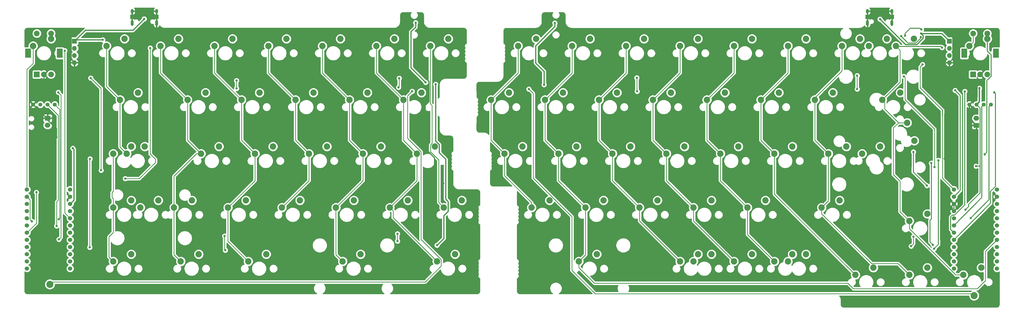
<source format=gtl>
%TF.GenerationSoftware,KiCad,Pcbnew,(5.1.4-0)*%
%TF.CreationDate,2022-08-29T09:53:46-04:00*%
%TF.ProjectId,Marvelous65 Split,4d617276-656c-46f7-9573-36352053706c,rev?*%
%TF.SameCoordinates,Original*%
%TF.FileFunction,Copper,L1,Top*%
%TF.FilePolarity,Positive*%
%FSLAX46Y46*%
G04 Gerber Fmt 4.6, Leading zero omitted, Abs format (unit mm)*
G04 Created by KiCad (PCBNEW (5.1.4-0)) date 2022-08-29 09:53:46*
%MOMM*%
%LPD*%
G04 APERTURE LIST*
%TA.AperFunction,ComponentPad*%
%ADD10C,2.250000*%
%TD*%
%TA.AperFunction,ComponentPad*%
%ADD11C,1.524000*%
%TD*%
%TA.AperFunction,ComponentPad*%
%ADD12C,2.500000*%
%TD*%
%TA.AperFunction,ComponentPad*%
%ADD13C,2.000000*%
%TD*%
%TA.AperFunction,ComponentPad*%
%ADD14R,2.000000X3.200000*%
%TD*%
%TA.AperFunction,ComponentPad*%
%ADD15R,2.000000X2.000000*%
%TD*%
%TA.AperFunction,ComponentPad*%
%ADD16C,1.397000*%
%TD*%
%TA.AperFunction,Conductor*%
%ADD17C,0.100000*%
%TD*%
%TA.AperFunction,ComponentPad*%
%ADD18C,1.700000*%
%TD*%
%TA.AperFunction,ComponentPad*%
%ADD19O,2.000000X1.700000*%
%TD*%
%TA.AperFunction,ComponentPad*%
%ADD20R,1.700000X1.700000*%
%TD*%
%TA.AperFunction,ComponentPad*%
%ADD21O,1.700000X1.700000*%
%TD*%
%TA.AperFunction,ComponentPad*%
%ADD22O,1.000000X1.600000*%
%TD*%
%TA.AperFunction,ComponentPad*%
%ADD23O,1.000000X2.100000*%
%TD*%
%TA.AperFunction,ViaPad*%
%ADD24C,0.800000*%
%TD*%
%TA.AperFunction,Conductor*%
%ADD25C,0.500000*%
%TD*%
%TA.AperFunction,Conductor*%
%ADD26C,0.300000*%
%TD*%
%TA.AperFunction,Conductor*%
%ADD27C,0.381000*%
%TD*%
%TA.AperFunction,Conductor*%
%ADD28C,0.250000*%
%TD*%
%TA.AperFunction,Conductor*%
%ADD29C,0.254000*%
%TD*%
G04 APERTURE END LIST*
D10*
%TO.P,K_T1,1*%
%TO.N,L_COL6*%
X111696950Y92607405D03*
%TO.P,K_T1,2*%
%TO.N,Net-(D76-Pad2)*%
X118046950Y95147405D03*
%TD*%
%TO.P,ISO_ENTER1,1*%
%TO.N,COL7*%
X289496365Y84514155D03*
%TO.P,ISO_ENTER1,2*%
%TO.N,Net-(D37-Pad2)*%
X292036365Y78164155D03*
%TD*%
%TO.P,K_N1,2*%
%TO.N,Net-(D4-Pad2)*%
X163285700Y57040575D03*
%TO.P,K_N1,1*%
%TO.N,COL0*%
X156935700Y54500575D03*
%TD*%
%TO.P,K_SPACE2,1*%
%TO.N,L_COL5*%
X90265700Y35457405D03*
%TO.P,K_SPACE2,2*%
%TO.N,Net-(D72-Pad2)*%
X96615700Y37997405D03*
%TD*%
%TO.P,K_FN2,1*%
%TO.N,L_COL6*%
X123603200Y35457405D03*
%TO.P,K_FN2,2*%
%TO.N,Net-(D79-Pad2)*%
X129953200Y37997405D03*
%TD*%
%TO.P,K_LSHIFT1,1*%
%TO.N,L_COL1*%
X18828200Y54507405D03*
%TO.P,K_LSHIFT1,2*%
%TO.N,Net-(D50-Pad2)*%
X25178200Y57047405D03*
%TD*%
D11*
%TO.P,U3,1*%
%TO.N,K_L_ENC_B*%
X-21153635Y60885405D03*
%TO.P,U3,2*%
%TO.N,L_DATA*%
X-21153635Y58345405D03*
%TO.P,U3,3*%
%TO.N,GND*%
X-21153635Y55805405D03*
%TO.P,U3,4*%
X-21153635Y53265405D03*
%TO.P,U3,5*%
%TO.N,L_SDA*%
X-21153635Y50725405D03*
%TO.P,U3,6*%
%TO.N,L_SCL*%
X-21153635Y48185405D03*
%TO.P,U3,7*%
%TO.N,L_ROT_A*%
X-21153635Y45645405D03*
%TO.P,U3,8*%
%TO.N,L_ROT_B*%
X-21153635Y43105405D03*
%TO.P,U3,9*%
%TO.N,L_COL4*%
X-21153635Y40565405D03*
%TO.P,U3,10*%
%TO.N,L_COL5*%
X-21153635Y38025405D03*
%TO.P,U3,11*%
%TO.N,L_COL2*%
X-21153635Y35485405D03*
%TO.P,U3,12*%
%TO.N,L_ROW4*%
X-21153635Y32945405D03*
%TO.P,U3,13*%
%TO.N,L_COL1*%
X-5933635Y32945405D03*
%TO.P,U3,14*%
%TO.N,L_COL3*%
X-5933635Y35485405D03*
%TO.P,U3,15*%
%TO.N,L_COL6*%
X-5933635Y38025405D03*
%TO.P,U3,16*%
%TO.N,L_ROW3*%
X-5933635Y40565405D03*
%TO.P,U3,17*%
%TO.N,L_COL7*%
X-5933635Y43105405D03*
%TO.P,U3,18*%
%TO.N,L_ROW2*%
X-5933635Y45645405D03*
%TO.P,U3,19*%
%TO.N,L_ROW1*%
X-5933635Y48185405D03*
%TO.P,U3,20*%
%TO.N,L_ROW0*%
X-5933635Y50725405D03*
%TO.P,U3,21*%
%TO.N,VCC*%
X-5933635Y53265405D03*
%TO.P,U3,22*%
%TO.N,L_RESET*%
X-5933635Y55805405D03*
%TO.P,U3,23*%
%TO.N,GND*%
X-5933635Y58345405D03*
%TO.P,U3,24*%
%TO.N,L_RAW*%
X-5933635Y60885405D03*
%TD*%
D12*
%TO.P,TP2,1*%
%TO.N,L_LED_UNDERGLOW*%
X-13080550Y27361155D03*
%TD*%
D13*
%TO.P,SW5,S1*%
%TO.N,K_L_ENC_A*%
X-12686561Y116104566D03*
%TO.P,SW5,S2*%
%TO.N,K_L_ENC_B*%
X-17686561Y116104566D03*
D14*
%TO.P,SW5,MP*%
%TO.N,N/C*%
X-9586561Y109104566D03*
X-20786561Y109104566D03*
D13*
%TO.P,SW5,B*%
%TO.N,L_ROTA_B*%
X-12686561Y101604566D03*
%TO.P,SW5,C*%
%TO.N,GND*%
X-15186561Y101604566D03*
D15*
%TO.P,SW5,A*%
%TO.N,L_ROTA_A*%
X-17686561Y101604566D03*
%TD*%
D16*
%TO.P,OL2,1*%
%TO.N,L_SDA*%
X-11352257Y90957748D03*
%TO.P,OL2,2*%
%TO.N,L_SCL*%
X-13892257Y90957748D03*
%TO.P,OL2,3*%
%TO.N,VCC*%
X-16432257Y90957748D03*
%TO.P,OL2,4*%
%TO.N,GND*%
X-18972257Y90957748D03*
%TD*%
D10*
%TO.P,L_ENC1,2*%
%TO.N,K_L_ENC_A*%
X-12660243Y114197305D03*
%TO.P,L_ENC1,1*%
%TO.N,K_L_ENC_B*%
X-19010243Y111657305D03*
%TD*%
%TO.P,K_Z1,1*%
%TO.N,L_COL3*%
X49784450Y54507405D03*
%TO.P,K_Z1,2*%
%TO.N,Net-(D62-Pad2)*%
X56134450Y57047405D03*
%TD*%
%TO.P,K_X1,1*%
%TO.N,L_COL4*%
X68834450Y54507405D03*
%TO.P,K_X1,2*%
%TO.N,Net-(D67-Pad2)*%
X75184450Y57047405D03*
%TD*%
%TO.P,K_WIN1,1*%
%TO.N,L_COL2*%
X33115700Y35457405D03*
%TO.P,K_WIN1,2*%
%TO.N,Net-(D56-Pad2)*%
X39465700Y37997405D03*
%TD*%
%TO.P,K_W1,1*%
%TO.N,L_COL3*%
X54546950Y92607405D03*
%TO.P,K_W1,2*%
%TO.N,Net-(D60-Pad2)*%
X60896950Y95147405D03*
%TD*%
%TO.P,K_V1,1*%
%TO.N,L_COL6*%
X106934450Y54507405D03*
%TO.P,K_V1,2*%
%TO.N,Net-(D78-Pad2)*%
X113284450Y57047405D03*
%TD*%
%TO.P,K_TAB1,1*%
%TO.N,L_COL1*%
X11684450Y92607405D03*
%TO.P,K_TAB1,2*%
%TO.N,Net-(D48-Pad2)*%
X18034450Y95147405D03*
%TD*%
%TO.P,K_SHIFT_ISO1,1*%
%TO.N,L_COL1*%
X9303200Y54507405D03*
%TO.P,K_SHIFT_ISO1,2*%
%TO.N,Net-(D50-Pad2)*%
X15653200Y57047405D03*
%TD*%
%TO.P,K_S1,1*%
%TO.N,L_COL3*%
X59309450Y73557405D03*
%TO.P,K_S1,2*%
%TO.N,Net-(D61-Pad2)*%
X65659450Y76097405D03*
%TD*%
%TO.P,K_R1,1*%
%TO.N,L_COL5*%
X92646950Y92607405D03*
%TO.P,K_R1,2*%
%TO.N,Net-(D69-Pad2)*%
X98996950Y95147405D03*
%TD*%
%TO.P,K_Q1,1*%
%TO.N,L_COL2*%
X35496950Y92607405D03*
%TO.P,K_Q1,2*%
%TO.N,Net-(D53-Pad2)*%
X41846950Y95147405D03*
%TD*%
%TO.P,K_NUM6,1*%
%TO.N,L_COL7*%
X121221950Y111657405D03*
%TO.P,K_NUM6,2*%
%TO.N,Net-(D80-Pad2)*%
X127571950Y114197405D03*
%TD*%
%TO.P,K_NUM5,1*%
%TO.N,L_COL6*%
X102171950Y111657405D03*
%TO.P,K_NUM5,2*%
%TO.N,Net-(D75-Pad2)*%
X108521950Y114197405D03*
%TD*%
%TO.P,K_NUM4,1*%
%TO.N,L_COL5*%
X83121950Y111657405D03*
%TO.P,K_NUM4,2*%
%TO.N,Net-(D68-Pad2)*%
X89471950Y114197405D03*
%TD*%
%TO.P,K_NUM3,1*%
%TO.N,L_COL4*%
X64071950Y111657405D03*
%TO.P,K_NUM3,2*%
%TO.N,Net-(D64-Pad2)*%
X70421950Y114197405D03*
%TD*%
%TO.P,K_NUM2,1*%
%TO.N,L_COL3*%
X45021950Y111657405D03*
%TO.P,K_NUM2,2*%
%TO.N,Net-(D59-Pad2)*%
X51371950Y114197405D03*
%TD*%
%TO.P,K_NUM1,1*%
%TO.N,L_COL2*%
X25971950Y111657405D03*
%TO.P,K_NUM1,2*%
%TO.N,Net-(D52-Pad2)*%
X32321950Y114197405D03*
%TD*%
%TO.P,K_ISO_K1,1*%
%TO.N,L_COL2*%
X30734450Y54507405D03*
%TO.P,K_ISO_K1,2*%
%TO.N,Net-(D55-Pad2)*%
X37084450Y57047405D03*
%TD*%
%TO.P,K_GRAVE1,1*%
%TO.N,L_COL1*%
X6921950Y111657405D03*
%TO.P,K_GRAVE1,2*%
%TO.N,Net-(D47-Pad2)*%
X13271950Y114197405D03*
%TD*%
%TO.P,K_G1,1*%
%TO.N,L_COL6*%
X116459450Y73557405D03*
%TO.P,K_G1,2*%
%TO.N,Net-(D77-Pad2)*%
X122809450Y76097405D03*
%TD*%
%TO.P,K_F1,1*%
%TO.N,L_COL5*%
X97409450Y73557405D03*
%TO.P,K_F1,2*%
%TO.N,Net-(D70-Pad2)*%
X103759450Y76097405D03*
%TD*%
%TO.P,K_E1,1*%
%TO.N,L_COL4*%
X73596950Y92607405D03*
%TO.P,K_E1,2*%
%TO.N,Net-(D65-Pad2)*%
X79946950Y95147405D03*
%TD*%
%TO.P,K_D1,1*%
%TO.N,L_COL4*%
X78359450Y73557405D03*
%TO.P,K_D1,2*%
%TO.N,Net-(D66-Pad2)*%
X84709450Y76097405D03*
%TD*%
%TO.P,K_CTRL3,1*%
%TO.N,L_COL1*%
X9303200Y35457405D03*
%TO.P,K_CTRL3,2*%
%TO.N,Net-(D51-Pad2)*%
X15653200Y37997405D03*
%TD*%
%TO.P,K_CAPS_STEP1,1*%
%TO.N,L_COL1*%
X9303200Y73557405D03*
%TO.P,K_CAPS_STEP1,2*%
%TO.N,Net-(D49-Pad2)*%
X15653200Y76097405D03*
%TD*%
%TO.P,K_CAPS1,1*%
%TO.N,L_COL1*%
X14065700Y73557405D03*
%TO.P,K_CAPS1,2*%
%TO.N,Net-(D49-Pad2)*%
X20415700Y76097405D03*
%TD*%
%TO.P,K_C1,1*%
%TO.N,L_COL5*%
X87884450Y54507405D03*
%TO.P,K_C1,2*%
%TO.N,Net-(D71-Pad2)*%
X94234450Y57047405D03*
%TD*%
%TO.P,K_B1,1*%
%TO.N,L_COL7*%
X125984450Y54507405D03*
%TO.P,K_B1,2*%
%TO.N,Net-(D81-Pad2)*%
X132334450Y57047405D03*
%TD*%
%TO.P,K_ALT3,1*%
%TO.N,L_COL3*%
X56928200Y35457405D03*
%TO.P,K_ALT3,2*%
%TO.N,Net-(D63-Pad2)*%
X63278200Y37997405D03*
%TD*%
%TO.P,K_A1,1*%
%TO.N,L_COL2*%
X40259450Y73557405D03*
%TO.P,K_A1,2*%
%TO.N,Net-(D54-Pad2)*%
X46609450Y76097405D03*
%TD*%
D17*
%TO.N,GND*%
%TO.C,J8*%
G36*
X-13109131Y86974201D02*
G01*
X-13084862Y86970601D01*
X-13061064Y86964640D01*
X-13037964Y86956375D01*
X-13015786Y86945885D01*
X-12994742Y86933272D01*
X-12975037Y86918658D01*
X-12956858Y86902182D01*
X-12940382Y86884003D01*
X-12925768Y86864298D01*
X-12913155Y86843254D01*
X-12902665Y86821076D01*
X-12894400Y86797976D01*
X-12888439Y86774178D01*
X-12884839Y86749909D01*
X-12883635Y86725405D01*
X-12883635Y85525405D01*
X-12884839Y85500901D01*
X-12888439Y85476632D01*
X-12894400Y85452834D01*
X-12902665Y85429734D01*
X-12913155Y85407556D01*
X-12925768Y85386512D01*
X-12940382Y85366807D01*
X-12956858Y85348628D01*
X-12975037Y85332152D01*
X-12994742Y85317538D01*
X-13015786Y85304925D01*
X-13037964Y85294435D01*
X-13061064Y85286170D01*
X-13084862Y85280209D01*
X-13109131Y85276609D01*
X-13133635Y85275405D01*
X-14633635Y85275405D01*
X-14658139Y85276609D01*
X-14682408Y85280209D01*
X-14706206Y85286170D01*
X-14729306Y85294435D01*
X-14751484Y85304925D01*
X-14772528Y85317538D01*
X-14792233Y85332152D01*
X-14810412Y85348628D01*
X-14826888Y85366807D01*
X-14841502Y85386512D01*
X-14854115Y85407556D01*
X-14864605Y85429734D01*
X-14872870Y85452834D01*
X-14878831Y85476632D01*
X-14882431Y85500901D01*
X-14883635Y85525405D01*
X-14883635Y86725405D01*
X-14882431Y86749909D01*
X-14878831Y86774178D01*
X-14872870Y86797976D01*
X-14864605Y86821076D01*
X-14854115Y86843254D01*
X-14841502Y86864298D01*
X-14826888Y86884003D01*
X-14810412Y86902182D01*
X-14792233Y86918658D01*
X-14772528Y86933272D01*
X-14751484Y86945885D01*
X-14729306Y86956375D01*
X-14706206Y86964640D01*
X-14682408Y86970601D01*
X-14658139Y86974201D01*
X-14633635Y86975405D01*
X-13133635Y86975405D01*
X-13109131Y86974201D01*
X-13109131Y86974201D01*
G37*
D18*
%TD*%
%TO.P,J8,1*%
%TO.N,GND*%
X-13883635Y86125405D03*
D19*
%TO.P,J8,2*%
%TO.N,L_RAW_BAT*%
X-13883635Y83625405D03*
%TD*%
D20*
%TO.P,J6,1*%
%TO.N,L_VBUS*%
X-4403635Y113385405D03*
D21*
%TO.P,J6,2*%
%TO.N,L_D-*%
X-4403635Y110845405D03*
%TO.P,J6,3*%
%TO.N,L_D+*%
X-4403635Y108305405D03*
%TO.P,J6,4*%
%TO.N,GND*%
X-4403635Y105765405D03*
%TD*%
D22*
%TO.P,J5,S1*%
%TO.N,GND*%
X24574450Y123967405D03*
X15934450Y123967405D03*
D23*
X15934450Y119787405D03*
X24574450Y119787405D03*
%TD*%
D12*
%TO.P,TP1,1*%
%TO.N,LED_UNDERGLOW*%
X313145700Y23385575D03*
%TD*%
D10*
%TO.P,K_SPACE1,2*%
%TO.N,Net-(D9-Pad2)*%
X179954450Y37990575D03*
%TO.P,K_SPACE1,1*%
%TO.N,COL1*%
X173604450Y35450575D03*
%TD*%
D11*
%TO.P,U1,1*%
%TO.N,ROW0*%
X306001950Y60882325D03*
%TO.P,U1,2*%
%TO.N,DATA*%
X306001950Y58342325D03*
%TO.P,U1,3*%
%TO.N,GND*%
X306001950Y55802325D03*
%TO.P,U1,4*%
X306001950Y53262325D03*
%TO.P,U1,5*%
%TO.N,SDA*%
X306001950Y50722325D03*
%TO.P,U1,6*%
%TO.N,SCL*%
X306001950Y48182325D03*
%TO.P,U1,7*%
%TO.N,ROT_A*%
X306001950Y45642325D03*
%TO.P,U1,8*%
%TO.N,ROT_B*%
X306001950Y43102325D03*
%TO.P,U1,9*%
%TO.N,ROW3*%
X306001950Y40562325D03*
%TO.P,U1,10*%
%TO.N,COL3*%
X306001950Y38022325D03*
%TO.P,U1,11*%
%TO.N,COL5*%
X306001950Y35482325D03*
%TO.P,U1,12*%
%TO.N,COL7*%
X306001950Y32942325D03*
%TO.P,U1,13*%
%TO.N,ROW4*%
X321221950Y32942325D03*
%TO.P,U1,14*%
%TO.N,COL6*%
X321221950Y35482325D03*
%TO.P,U1,15*%
%TO.N,COL4*%
X321221950Y38022325D03*
%TO.P,U1,16*%
%TO.N,COL2*%
X321221950Y40562325D03*
%TO.P,U1,17*%
%TO.N,COL1*%
X321221950Y43102325D03*
%TO.P,U1,18*%
%TO.N,COL0*%
X321221950Y45642325D03*
%TO.P,U1,19*%
%TO.N,ROW2*%
X321221950Y48182325D03*
%TO.P,U1,20*%
%TO.N,ROW1*%
X321221950Y50722325D03*
%TO.P,U1,21*%
%TO.N,VCC*%
X321221950Y53262325D03*
%TO.P,U1,22*%
%TO.N,RESET*%
X321221950Y55802325D03*
%TO.P,U1,23*%
%TO.N,GND*%
X321221950Y58342325D03*
%TO.P,U1,24*%
%TO.N,RAW*%
X321221950Y60882325D03*
%TD*%
D15*
%TO.P,SW3,A*%
%TO.N,ROTA_A*%
X312782082Y101594687D03*
D13*
%TO.P,SW3,C*%
%TO.N,GND*%
X315282082Y101594687D03*
%TO.P,SW3,B*%
%TO.N,ROTA_B*%
X317782082Y101594687D03*
D14*
%TO.P,SW3,MP*%
%TO.N,N/C*%
X309682082Y109094687D03*
X320882082Y109094687D03*
D13*
%TO.P,SW3,S2*%
%TO.N,COL7*%
X312782082Y116094687D03*
%TO.P,SW3,S1*%
%TO.N,K_ENC_A*%
X317782082Y116094687D03*
%TD*%
D16*
%TO.P,OL1,4*%
%TO.N,GND*%
X311496385Y90947868D03*
%TO.P,OL1,3*%
%TO.N,VCC*%
X314036385Y90947868D03*
%TO.P,OL1,2*%
%TO.N,SCL*%
X316576385Y90947868D03*
%TO.P,OL1,1*%
%TO.N,SDA*%
X319116385Y90947868D03*
%TD*%
D10*
%TO.P,K_Y1,2*%
%TO.N,Net-(D2-Pad2)*%
X148998200Y95140575D03*
%TO.P,K_Y1,1*%
%TO.N,COL0*%
X142648200Y92600575D03*
%TD*%
%TO.P,K_UP1,2*%
%TO.N,Net-(D39-Pad2)*%
X296635700Y52278075D03*
%TO.P,K_UP1,1*%
%TO.N,COL7*%
X290285700Y49738075D03*
%TD*%
%TO.P,K_U1,2*%
%TO.N,Net-(D6-Pad2)*%
X168048200Y95140575D03*
%TO.P,K_U1,1*%
%TO.N,COL1*%
X161698200Y92600575D03*
%TD*%
%TO.P,K_SLASH1,2*%
%TO.N,Net-(D23-Pad2)*%
X239485700Y57040575D03*
%TO.P,K_SLASH1,1*%
%TO.N,COL4*%
X233135700Y54500575D03*
%TD*%
%TO.P,K_RSHIFT1,2*%
%TO.N,Net-(D34-Pad2)*%
X265679450Y57040575D03*
%TO.P,K_RSHIFT1,1*%
%TO.N,COL6*%
X259329450Y54500575D03*
%TD*%
%TO.P,K_RIGHT1,2*%
%TO.N,Net-(D40-Pad2)*%
X315685700Y33228075D03*
%TO.P,K_RIGHT1,1*%
%TO.N,COL7*%
X309335700Y30688075D03*
%TD*%
%TO.P,K_R_PAR1,2*%
%TO.N,Net-(D29-Pad2)*%
X263298200Y95140575D03*
%TO.P,K_R_PAR1,1*%
%TO.N,COL6*%
X256948200Y92600575D03*
%TD*%
%TO.P,K_QUOTE1,2*%
%TO.N,Net-(D27-Pad2)*%
X249010700Y76090575D03*
%TO.P,K_QUOTE1,1*%
%TO.N,COL5*%
X242660700Y73550575D03*
%TD*%
%TO.P,K_P1,2*%
%TO.N,Net-(D21-Pad2)*%
X225198200Y95140575D03*
%TO.P,K_P1,1*%
%TO.N,COL4*%
X218848200Y92600575D03*
%TD*%
%TO.P,K_O1,2*%
%TO.N,Net-(D16-Pad2)*%
X206148200Y95140575D03*
%TO.P,K_O1,1*%
%TO.N,COL3*%
X199798200Y92600575D03*
%TD*%
%TO.P,K_NUM9,2*%
%TO.N,Net-(D10-Pad2)*%
X196623200Y114190575D03*
%TO.P,K_NUM9,1*%
%TO.N,COL2*%
X190273200Y111650575D03*
%TD*%
%TO.P,K_NUM8,2*%
%TO.N,Net-(D5-Pad2)*%
X177573200Y114190575D03*
%TO.P,K_NUM8,1*%
%TO.N,COL1*%
X171223200Y111650575D03*
%TD*%
%TO.P,K_NUM7,2*%
%TO.N,Net-(D1-Pad2)*%
X158523200Y114190575D03*
%TO.P,K_NUM7,1*%
%TO.N,COL0*%
X152173200Y111650575D03*
%TD*%
%TO.P,K_NUM0,2*%
%TO.N,Net-(D15-Pad2)*%
X215673200Y114190575D03*
%TO.P,K_NUM0,1*%
%TO.N,COL3*%
X209323200Y111650575D03*
%TD*%
%TO.P,K_MINUS1,2*%
%TO.N,Net-(D20-Pad2)*%
X234723200Y114190575D03*
%TO.P,K_MINUS1,1*%
%TO.N,COL4*%
X228373200Y111650575D03*
%TD*%
%TO.P,K_M1,2*%
%TO.N,Net-(D8-Pad2)*%
X182335700Y57040575D03*
%TO.P,K_M1,1*%
%TO.N,COL1*%
X175985700Y54500575D03*
%TD*%
%TO.P,K_LEFT1,2*%
%TO.N,Net-(D28-Pad2)*%
X277585700Y33228075D03*
%TO.P,K_LEFT1,1*%
%TO.N,COL5*%
X271235700Y30688075D03*
%TD*%
%TO.P,K_L_PAR1,2*%
%TO.N,Net-(D26-Pad2)*%
X244248200Y95140575D03*
%TO.P,K_L_PAR1,1*%
%TO.N,COL5*%
X237898200Y92600575D03*
%TD*%
%TO.P,K_L1,2*%
%TO.N,Net-(D17-Pad2)*%
X210910700Y76090575D03*
%TO.P,K_L1,1*%
%TO.N,COL3*%
X204560700Y73550575D03*
%TD*%
%TO.P,K_K1,2*%
%TO.N,Net-(D12-Pad2)*%
X191860700Y76090575D03*
%TO.P,K_K1,1*%
%TO.N,COL2*%
X185510700Y73550575D03*
%TD*%
%TO.P,K_J1,2*%
%TO.N,Net-(D7-Pad2)*%
X172810700Y76090575D03*
%TO.P,K_J1,1*%
%TO.N,COL1*%
X166460700Y73550575D03*
%TD*%
%TO.P,K_I1,2*%
%TO.N,Net-(D11-Pad2)*%
X187098200Y95140575D03*
%TO.P,K_I1,1*%
%TO.N,COL2*%
X180748200Y92600575D03*
%TD*%
%TO.P,K_H1,2*%
%TO.N,Net-(D3-Pad2)*%
X153760700Y76090575D03*
%TO.P,K_H1,1*%
%TO.N,COL0*%
X147410700Y73550575D03*
%TD*%
%TO.P,K_FN1,2*%
%TO.N,Net-(D19-Pad2)*%
X234723200Y37990575D03*
%TO.P,K_FN1,1*%
%TO.N,COL3*%
X228373200Y35450575D03*
%TD*%
%TO.P,K_EQUAL1,2*%
%TO.N,Net-(D25-Pad2)*%
X253773200Y114190575D03*
%TO.P,K_EQUAL1,1*%
%TO.N,COL5*%
X247423200Y111650575D03*
%TD*%
%TO.P,K_ENTER1,2*%
%TO.N,Net-(D33-Pad2)*%
X279966950Y76090575D03*
%TO.P,K_ENTER1,1*%
%TO.N,COL6*%
X273616950Y73550575D03*
%TD*%
%TO.P,K_ENC1,2*%
%TO.N,K_ENC_A*%
X317808400Y114187425D03*
%TO.P,K_ENC1,1*%
%TO.N,COL7*%
X311458400Y111647425D03*
%TD*%
%TO.P,K_DOWN1,2*%
%TO.N,Net-(D35-Pad2)*%
X296635700Y33228075D03*
%TO.P,K_DOWN1,1*%
%TO.N,COL6*%
X290285700Y30688075D03*
%TD*%
%TO.P,K_DOT1,2*%
%TO.N,Net-(D18-Pad2)*%
X220435700Y57040575D03*
%TO.P,K_DOT1,1*%
%TO.N,COL3*%
X214085700Y54500575D03*
%TD*%
%TO.P,K_DEL1,2*%
%TO.N,Net-(D36-Pad2)*%
X291873200Y114190575D03*
%TO.P,K_DEL1,1*%
%TO.N,COL7*%
X285523200Y111650575D03*
%TD*%
%TO.P,K_CTRL2,2*%
%TO.N,Net-(D24-Pad2)*%
X253773200Y37990575D03*
%TO.P,K_CTRL2,1*%
%TO.N,COL4*%
X247423200Y35450575D03*
%TD*%
%TO.P,K_CTRL1,2*%
%TO.N,Net-(D24-Pad2)*%
X249010700Y37990575D03*
%TO.P,K_CTRL1,1*%
%TO.N,COL4*%
X242660700Y35450575D03*
%TD*%
%TO.P,K_COMMA1,2*%
%TO.N,Net-(D13-Pad2)*%
X201385700Y57040575D03*
%TO.P,K_COMMA1,1*%
%TO.N,COL2*%
X195035700Y54500575D03*
%TD*%
%TO.P,K_COLON1,2*%
%TO.N,Net-(D22-Pad2)*%
X229960700Y76090575D03*
%TO.P,K_COLON1,1*%
%TO.N,COL4*%
X223610700Y73550575D03*
%TD*%
%TO.P,K_BSPC2,2*%
%TO.N,Net-(D32-Pad2)*%
X272823200Y114190575D03*
%TO.P,K_BSPC2,1*%
%TO.N,COL6*%
X266473200Y111650575D03*
%TD*%
%TO.P,K_BSPC1,2*%
%TO.N,Net-(D32-Pad2)*%
X282348200Y114190575D03*
%TO.P,K_BSPC1,1*%
%TO.N,COL6*%
X275998200Y111650575D03*
%TD*%
%TO.P,K_BACKSLASH1,2*%
%TO.N,Net-(D37-Pad2)*%
X287110700Y95140575D03*
%TO.P,K_BACKSLASH1,1*%
%TO.N,COL7*%
X280760700Y92600575D03*
%TD*%
%TO.P,K_ALT2,2*%
%TO.N,Net-(D14-Pad2)*%
X215673200Y37990575D03*
%TO.P,K_ALT2,1*%
%TO.N,COL2*%
X209323200Y35450575D03*
%TD*%
%TO.P,K_ALT1,2*%
%TO.N,Net-(D14-Pad2)*%
X220435700Y37990575D03*
%TO.P,K_ALT1,1*%
%TO.N,COL2*%
X214085700Y35450575D03*
%TD*%
D19*
%TO.P,J4,2*%
%TO.N,RAW_BAT*%
X313939450Y86091825D03*
D17*
%TD*%
%TO.N,GND*%
%TO.C,J4*%
G36*
X314713954Y84440621D02*
G01*
X314738223Y84437021D01*
X314762021Y84431060D01*
X314785121Y84422795D01*
X314807299Y84412305D01*
X314828343Y84399692D01*
X314848048Y84385078D01*
X314866227Y84368602D01*
X314882703Y84350423D01*
X314897317Y84330718D01*
X314909930Y84309674D01*
X314920420Y84287496D01*
X314928685Y84264396D01*
X314934646Y84240598D01*
X314938246Y84216329D01*
X314939450Y84191825D01*
X314939450Y82991825D01*
X314938246Y82967321D01*
X314934646Y82943052D01*
X314928685Y82919254D01*
X314920420Y82896154D01*
X314909930Y82873976D01*
X314897317Y82852932D01*
X314882703Y82833227D01*
X314866227Y82815048D01*
X314848048Y82798572D01*
X314828343Y82783958D01*
X314807299Y82771345D01*
X314785121Y82760855D01*
X314762021Y82752590D01*
X314738223Y82746629D01*
X314713954Y82743029D01*
X314689450Y82741825D01*
X313189450Y82741825D01*
X313164946Y82743029D01*
X313140677Y82746629D01*
X313116879Y82752590D01*
X313093779Y82760855D01*
X313071601Y82771345D01*
X313050557Y82783958D01*
X313030852Y82798572D01*
X313012673Y82815048D01*
X312996197Y82833227D01*
X312981583Y82852932D01*
X312968970Y82873976D01*
X312958480Y82896154D01*
X312950215Y82919254D01*
X312944254Y82943052D01*
X312940654Y82967321D01*
X312939450Y82991825D01*
X312939450Y84191825D01*
X312940654Y84216329D01*
X312944254Y84240598D01*
X312950215Y84264396D01*
X312958480Y84287496D01*
X312968970Y84309674D01*
X312981583Y84330718D01*
X312996197Y84350423D01*
X313012673Y84368602D01*
X313030852Y84385078D01*
X313050557Y84399692D01*
X313071601Y84412305D01*
X313093779Y84422795D01*
X313116879Y84431060D01*
X313140677Y84437021D01*
X313164946Y84440621D01*
X313189450Y84441825D01*
X314689450Y84441825D01*
X314713954Y84440621D01*
X314713954Y84440621D01*
G37*
D18*
%TO.P,J4,1*%
%TO.N,GND*%
X313939450Y83591825D03*
%TD*%
D21*
%TO.P,J2,4*%
%TO.N,GND*%
X304414450Y105776825D03*
%TO.P,J2,3*%
%TO.N,D+*%
X304414450Y108316825D03*
%TO.P,J2,2*%
%TO.N,D-*%
X304414450Y110856825D03*
D20*
%TO.P,J2,1*%
%TO.N,VBUS*%
X304414450Y113396825D03*
%TD*%
D23*
%TO.P,J1,S1*%
%TO.N,GND*%
X284128200Y119800575D03*
X275488200Y119800575D03*
D22*
X275488200Y123980575D03*
X284128200Y123980575D03*
%TD*%
D10*
%TO.P,ISO_KEY1,2*%
%TO.N,Net-(D33-Pad2)*%
X268060700Y76090575D03*
%TO.P,ISO_KEY1,1*%
%TO.N,COL6*%
X261710700Y73550575D03*
%TD*%
D24*
%TO.N,VCC*%
X315014450Y96735575D03*
X298024451Y70235576D03*
X298616950Y41308075D03*
X310096950Y53748075D03*
X313789460Y69145565D03*
X161324450Y97985575D03*
X165146950Y119788075D03*
X119541866Y98804906D03*
X116014365Y119915405D03*
X123081365Y98120405D03*
X123556365Y41195405D03*
%TO.N,GND*%
X298104451Y117595576D03*
X312866950Y71718075D03*
X312376950Y58828075D03*
X302713200Y71804325D03*
X-5205550Y116842405D03*
X298768534Y100295074D03*
X158364450Y44023075D03*
X158364450Y40848075D03*
X301956365Y42445405D03*
X119472115Y100386155D03*
X117538365Y117375405D03*
X-10803635Y79285405D03*
X119581365Y43320405D03*
X296481365Y78957905D03*
X279018865Y21807905D03*
X240125115Y25776655D03*
X95662615Y25776655D03*
X115506365Y47207905D03*
X297275115Y87689155D03*
X182181365Y25776655D03*
X144081365Y63082905D03*
X145668865Y67845405D03*
X294100115Y59907905D03*
X290131365Y55939155D03*
X45656365Y81339155D03*
X45656365Y64670405D03*
X44862615Y58320405D03*
X27400115Y35301655D03*
X51212615Y33714155D03*
X80581365Y33714155D03*
X111537615Y32920405D03*
X313150115Y44032905D03*
X-13081135Y39270405D03*
X261556365Y32920405D03*
X40893865Y112295405D03*
X98043865Y112295405D03*
X4381365Y63876655D03*
X56768865Y54351655D03*
X26087615Y59745405D03*
X27837615Y55095405D03*
X244356365Y105745405D03*
X224156365Y36195405D03*
X238606365Y35795405D03*
X285356365Y31495405D03*
X297056365Y30495405D03*
X-12212385Y32595405D03*
X237615Y32795405D03*
X5137615Y50445405D03*
X-15462385Y82132905D03*
X-13081135Y45620405D03*
X315531365Y48001655D03*
X312356365Y32126655D03*
X312356365Y35301655D03*
X312356365Y38476655D03*
X314737615Y40857905D03*
X51212615Y38476655D03*
X21843865Y55145405D03*
X45656365Y51176655D03*
X185356365Y43239155D03*
X125825115Y63082905D03*
%TO.N,ROT_A*%
X309858200Y95599325D03*
%TO.N,ROT_B*%
X320289450Y95255575D03*
%TO.N,ROW0*%
X294927822Y105117698D03*
%TO.N,ROW1*%
X296476950Y62279325D03*
X291718865Y74195405D03*
%TO.N,Net-(D30-Pad2)*%
X194087615Y100389155D03*
X194194777Y95626655D03*
%TO.N,LED_UNDERGLOW*%
X155983200Y96410575D03*
%TO.N,K_ENC_A*%
X316886950Y73348075D03*
%TO.N,Net-(D41-Pad2)*%
X271875115Y96420405D03*
X271875115Y101182905D03*
%TO.N,Net-(D42-Pad4)*%
X291716365Y44165405D03*
X290925115Y40857905D03*
%TO.N,Net-(D43-Pad2)*%
X288358200Y100935575D03*
X299158200Y68835575D03*
%TO.N,Net-(D44-Pad4)*%
X300536950Y71228075D03*
X299026950Y39958075D03*
%TO.N,COL7*%
X301836950Y111098075D03*
%TO.N,VBUS*%
X279926950Y121158075D03*
X294456950Y116073073D03*
%TO.N,connD-*%
X294356950Y114818075D03*
X287406950Y115098075D03*
%TO.N,connD+*%
X294521950Y117493075D03*
X288776950Y115268075D03*
%TO.N,DATA*%
X306426950Y95978075D03*
%TO.N,SDA*%
X311946950Y50818075D03*
%TO.N,L_ROW0*%
X-7838136Y110000904D03*
%TO.N,Net-(D57-Pad2)*%
X109994450Y97042405D03*
X110194450Y100242405D03*
%TO.N,L_LED_UNDERGLOW*%
X114794450Y95642405D03*
%TO.N,Net-(D58-Pad4)*%
X109594450Y42642405D03*
X109594450Y45242405D03*
%TO.N,Net-(D73-Pad2)*%
X52794450Y99442405D03*
X52794450Y96642405D03*
%TO.N,Net-(D74-Pad4)*%
X48594450Y44442405D03*
X48844452Y39442405D03*
%TO.N,Net-(D82-Pad2)*%
X1331365Y100320405D03*
X5006365Y67695405D03*
%TO.N,Net-(D83-Pad4)*%
X1094450Y71742405D03*
X994450Y40442405D03*
%TO.N,L_VBUS*%
X20194450Y121242405D03*
X5594450Y113842405D03*
%TO.N,L_DATA*%
X22306365Y110945405D03*
X13506365Y64745405D03*
X-19381886Y49638404D03*
%TO.N,L_SCL*%
X-10699885Y48001655D03*
%TO.N,L_SDA*%
X-9906135Y50382905D03*
%TO.N,L_ROT_A*%
X-17843635Y59907905D03*
%TO.N,L_ROT_B*%
X-10111800Y95277240D03*
X-9906135Y43239155D03*
%TO.N,L_RESET*%
X-4983635Y75485405D03*
%TD*%
D25*
%TO.N,VCC*%
X315014450Y91925933D02*
X314036385Y90947868D01*
X315014450Y96735575D02*
X315014450Y91925933D01*
D26*
X298110701Y70149326D02*
X298110701Y50541826D01*
X298024451Y70235576D02*
X298110701Y70149326D01*
X298110701Y50541826D02*
X297606950Y50038075D01*
X310096950Y53748075D02*
X310096950Y53748075D01*
X314036385Y90947868D02*
X315289460Y89694793D01*
X311176950Y54828075D02*
X310096950Y53748075D01*
X315289460Y69660585D02*
X315289460Y69600585D01*
X315289460Y89694793D02*
X315289460Y69660585D01*
X315289460Y59700585D02*
X311176950Y55588075D01*
X311176950Y55588075D02*
X311176950Y54828075D01*
X315289460Y69145565D02*
X313789460Y69145565D01*
X315289460Y69660585D02*
X315289460Y69145565D01*
X315289460Y69145565D02*
X315289460Y59700585D01*
X313789460Y69145565D02*
X313789460Y69145565D01*
D27*
X161324450Y97985575D02*
X161324450Y102735575D01*
X158367601Y111792034D02*
X165146950Y118571383D01*
X158367601Y105692424D02*
X158367601Y111792034D01*
X161324450Y102735575D02*
X158367601Y105692424D01*
X165146950Y118571383D02*
X165146950Y119788075D01*
X165146950Y119788075D02*
X165146950Y119788075D01*
D26*
X297606950Y50038075D02*
X297606950Y42318075D01*
X298616950Y41308075D02*
X298696950Y41228075D01*
X297606950Y42318075D02*
X298616950Y41308075D01*
D27*
X116014365Y119915405D02*
X116014365Y118391405D01*
X114363949Y103982823D02*
X119541866Y98804906D01*
X114363949Y116740989D02*
X114363949Y103982823D01*
X116014365Y118391405D02*
X114363949Y116740989D01*
X125979951Y51681820D02*
X125979951Y43618991D01*
X125979951Y43618991D02*
X123556365Y41195405D01*
X123556365Y41195405D02*
X123556365Y41195405D01*
X124324951Y76824846D02*
X124324951Y73914846D01*
X123081365Y78068432D02*
X124324951Y76824846D01*
X123081365Y98120405D02*
X123081365Y78068432D01*
X124324951Y73914846D02*
X126618865Y71620932D01*
X126618865Y71620932D02*
X126618865Y57526655D01*
X127499951Y56645569D02*
X127499951Y53201819D01*
X127237451Y52939319D02*
X125979951Y51681820D01*
X127499951Y53201819D02*
X127237451Y52939319D01*
X126618865Y57526655D02*
X127499951Y56645569D01*
D25*
%TO.N,GND*%
X311496385Y86034890D02*
X313939450Y83591825D01*
X311496385Y90947868D02*
X311496385Y86034890D01*
D26*
X305614451Y106976826D02*
X304414450Y105776825D01*
X305614451Y114526826D02*
X305614451Y106976826D01*
X302545701Y117595576D02*
X305614451Y114526826D01*
X298104451Y117595576D02*
X302545701Y117595576D01*
X314264449Y100577054D02*
X314264449Y93715932D01*
X314264449Y93715932D02*
X311496385Y90947868D01*
X315282082Y101594687D02*
X314264449Y100577054D01*
X313939450Y83591825D02*
X313939450Y72790575D01*
X313939450Y72790575D02*
X312866950Y71718075D01*
X312866950Y71718075D02*
X312866950Y71718075D01*
X312866950Y71718075D02*
X312866950Y59318075D01*
X312866950Y59318075D02*
X312376950Y58828075D01*
X312376950Y58828075D02*
X312376950Y58828075D01*
X302713200Y87551825D02*
X302713200Y71804325D01*
D27*
X24454450Y122382405D02*
X24574450Y122262405D01*
X24574450Y121862405D02*
X24054450Y122382405D01*
X24054450Y122382405D02*
X24454450Y122382405D01*
X24574450Y122262405D02*
X24574450Y121862405D01*
X24574450Y121862405D02*
X24574450Y119787405D01*
X16414450Y122382405D02*
X15934450Y121902405D01*
X15934450Y121902405D02*
X15934450Y119787405D01*
X15934450Y122382405D02*
X16454450Y122382405D01*
X16454450Y122382405D02*
X16414450Y122382405D01*
X15934450Y122382405D02*
X15934450Y121902405D01*
X16454450Y122382405D02*
X24054450Y122382405D01*
X15934450Y122902405D02*
X16454450Y122382405D01*
X15934450Y122982405D02*
X15934450Y122902405D01*
X15934450Y123967405D02*
X15934450Y122982405D01*
X15934450Y122982405D02*
X15934450Y122382405D01*
X24574450Y122902405D02*
X24054450Y122382405D01*
X24574450Y123022405D02*
X24574450Y122902405D01*
X24574450Y123967405D02*
X24574450Y123022405D01*
X24574450Y123022405D02*
X24574450Y122262405D01*
D28*
X302713200Y96350408D02*
X298768534Y100295074D01*
X302713200Y87551825D02*
X302713200Y96350408D01*
D25*
X158364450Y44023075D02*
X158364450Y40848075D01*
D28*
X301243865Y50113002D02*
X305486933Y54356070D01*
D26*
X306001950Y54356070D02*
X306001950Y55802325D01*
D28*
X305486933Y54356070D02*
X306001950Y54356070D01*
D26*
X306001950Y53262325D02*
X306001950Y54356070D01*
D27*
X117538365Y102319905D02*
X119472115Y100386155D01*
X117538365Y117375405D02*
X117538365Y102319905D01*
X-15186561Y94743444D02*
X-18972257Y90957748D01*
X-15186561Y101604566D02*
X-15186561Y94743444D01*
X-14139914Y86125405D02*
X-13883635Y86125405D01*
X-18972257Y90957748D02*
X-14139914Y86125405D01*
X-5644136Y116403819D02*
X-5644136Y107005906D01*
X-5644136Y107005906D02*
X-4403635Y105765405D01*
X-5205550Y116842405D02*
X-5644136Y116403819D01*
X-13883635Y85529751D02*
X-10803635Y82449751D01*
X-10803635Y82449751D02*
X-10803635Y79285405D01*
X-13883635Y86125405D02*
X-13883635Y85529751D01*
X119472115Y100386155D02*
X120706440Y99151830D01*
X119321449Y75494320D02*
X122653851Y72161918D01*
X119321449Y90674846D02*
X119321449Y75494320D01*
X120706440Y92059837D02*
X119321449Y90674846D01*
X122653851Y72161918D02*
X122653851Y46392891D01*
X120706440Y99151830D02*
X120706440Y92059837D01*
X122653851Y46392891D02*
X119581365Y43320405D01*
X119581365Y43320405D02*
X119556365Y43295405D01*
D28*
X301243865Y45257905D02*
X301243865Y43157905D01*
X301243865Y44032905D02*
X301243865Y45257905D01*
X301243865Y43157905D02*
X301956365Y42445405D01*
X301243865Y45257905D02*
X301243865Y50113002D01*
D26*
%TO.N,ROT_A*%
X304889949Y46754326D02*
X306001950Y45642325D01*
X304889949Y51256086D02*
X304889949Y46754326D01*
X309858200Y55472813D02*
X306219713Y51834326D01*
X305468189Y51834326D02*
X304889949Y51256086D01*
X306219713Y51834326D02*
X305468189Y51834326D01*
X309858200Y95599325D02*
X309858200Y55472813D01*
%TO.N,ROT_B*%
X320689449Y94855576D02*
X320689449Y61994326D01*
X320289450Y95255575D02*
X320689449Y94855576D01*
X318917896Y56018271D02*
X306001950Y43102325D01*
X318917896Y60224033D02*
X318917896Y56018271D01*
X320688189Y61994326D02*
X318917896Y60224033D01*
X320689449Y61994326D02*
X320688189Y61994326D01*
D28*
%TO.N,ROW0*%
X301988199Y64896076D02*
X306001950Y60882325D01*
X294126950Y104316826D02*
X294927822Y105117698D01*
X294126950Y96811077D02*
X294126950Y104316826D01*
D26*
X301988199Y88949828D02*
X301988199Y86845989D01*
X294126950Y96811077D02*
X301988199Y88949828D01*
D28*
X301988199Y86845989D02*
X301988199Y64896076D01*
X301988199Y87203824D02*
X301988199Y86845989D01*
%TO.N,ROW1*%
X291698825Y67057450D02*
X296476950Y62279325D01*
X296476950Y62279325D02*
X296476950Y62279325D01*
D26*
X291718865Y68639155D02*
X291718865Y74195405D01*
X291698825Y68619115D02*
X291718865Y68639155D01*
X291698825Y67057450D02*
X291698825Y68619115D01*
D28*
%TO.N,Net-(D30-Pad2)*%
X194087615Y95733817D02*
X194194777Y95626655D01*
X194087615Y100389155D02*
X194087615Y95733817D01*
%TO.N,LED_UNDERGLOW*%
X313145700Y23385575D02*
X313145700Y23385575D01*
X312454701Y24076574D02*
X313145700Y23385575D01*
X157500701Y94893074D02*
X157500701Y64971576D01*
X171134449Y51337828D02*
X171134449Y32334574D01*
X179392449Y24076574D02*
X312454701Y24076574D01*
X157500701Y64971576D02*
X171134449Y51337828D01*
X171134449Y32334574D02*
X179392449Y24076574D01*
X155983200Y96410575D02*
X157500701Y94893074D01*
%TO.N,K_ENC_A*%
X317782082Y114213743D02*
X317808400Y114187425D01*
X317782082Y116094687D02*
X317782082Y114213743D01*
D26*
X319132083Y100946686D02*
X319132083Y108510740D01*
X317808400Y109834423D02*
X317808400Y114187425D01*
X317624886Y99439489D02*
X319132083Y100946686D01*
X317624886Y74086011D02*
X317624886Y99439489D01*
X319132083Y108510740D02*
X317808400Y109834423D01*
X316886950Y73348075D02*
X317624886Y74086011D01*
D28*
%TO.N,Net-(D41-Pad2)*%
X271875115Y101182905D02*
X271875115Y96420405D01*
%TO.N,Net-(D42-Pad4)*%
X291716365Y41649155D02*
X290925115Y40857905D01*
X291716365Y44165405D02*
X291716365Y41649155D01*
%TO.N,Net-(D43-Pad2)*%
X299158200Y82329077D02*
X299158200Y68835575D01*
X288758199Y92729078D02*
X299158200Y82329077D01*
X288758199Y100535576D02*
X288758199Y92729078D01*
X288358200Y100935575D02*
X288758199Y100535576D01*
D26*
%TO.N,Net-(D44-Pad4)*%
X300536950Y71228075D02*
X300536950Y41468075D01*
X300536950Y41468075D02*
X299026950Y39958075D01*
X299026950Y39958075D02*
X299026950Y39958075D01*
D28*
%TO.N,COL7*%
X287014299Y63868648D02*
X287014299Y53009476D01*
X287014299Y53009476D02*
X290285700Y49738075D01*
X290285700Y47049813D02*
X306647438Y30688075D01*
X306647438Y30688075D02*
X309335700Y30688075D01*
X290285700Y49738075D02*
X290285700Y47049813D01*
X312782082Y112971107D02*
X311458400Y111647425D01*
X312782082Y116094687D02*
X312782082Y112971107D01*
D26*
X301436951Y111498074D02*
X285675701Y111498074D01*
X285675701Y111498074D02*
X285523200Y111650575D01*
X301836950Y111098075D02*
X301436951Y111498074D01*
D28*
X286471285Y84514155D02*
X289496365Y84514155D01*
X284637464Y82680334D02*
X284637464Y66195556D01*
X286471285Y84514155D02*
X284637464Y82680334D01*
X284637464Y66195556D02*
X286964372Y63868648D01*
X287014299Y98854174D02*
X287014299Y110159476D01*
X281020266Y92860141D02*
X287014299Y98854174D01*
X287014299Y110159476D02*
X285523200Y111650575D01*
X281020266Y92341009D02*
X281020266Y92860141D01*
X281554450Y89430990D02*
X286471285Y84514155D01*
X281554450Y91806825D02*
X281020266Y92341009D01*
X281554450Y89430990D02*
X281554450Y91806825D01*
%TO.N,COL6*%
X266473200Y102858799D02*
X256948200Y93333799D01*
X256948200Y93333799D02*
X256948200Y92600575D01*
X266473200Y111650575D02*
X266473200Y102858799D01*
X256948200Y78313075D02*
X261710700Y73550575D01*
X256948200Y92600575D02*
X256948200Y78313075D01*
X261710700Y56881825D02*
X259329450Y54500575D01*
X261710700Y73550575D02*
X261710700Y56881825D01*
X286295699Y34678076D02*
X290285700Y30688075D01*
X276989975Y34678076D02*
X286295699Y34678076D01*
X259329450Y52338601D02*
X276989975Y34678076D01*
X259329450Y54500575D02*
X259329450Y52338601D01*
D27*
%TO.N,VBUS*%
X295147451Y115382572D02*
X294456950Y116073073D01*
X295147451Y114438634D02*
X295147451Y115382572D01*
X288909961Y112175064D02*
X292883881Y112175064D01*
X292883881Y112175064D02*
X295147451Y114438634D01*
X279926950Y121158075D02*
X288909961Y112175064D01*
X301738202Y116073073D02*
X304414450Y113396825D01*
X294456950Y116073073D02*
X301738202Y116073073D01*
D26*
%TO.N,connD-*%
X292581201Y112715574D02*
X294356950Y114491323D01*
X289789451Y112715574D02*
X292581201Y112715574D01*
X294356950Y114491323D02*
X294356950Y114818075D01*
X287406950Y115098075D02*
X289789451Y112715574D01*
%TO.N,connD+*%
X290638451Y117969576D02*
X294045449Y117969576D01*
X288776950Y116108075D02*
X290638451Y117969576D01*
X294045449Y117969576D02*
X294521950Y117493075D01*
X288776950Y115268075D02*
X288776950Y116108075D01*
%TO.N,DATA*%
X306426950Y95978075D02*
X308246950Y94158075D01*
X308246950Y60587325D02*
X306001950Y58342325D01*
X308246950Y94158075D02*
X308246950Y60587325D01*
D28*
%TO.N,COL2*%
X190273200Y102125575D02*
X180748200Y92600575D01*
X190273200Y111650575D02*
X190273200Y102125575D01*
X180748200Y78313075D02*
X185510700Y73550575D01*
X180748200Y92600575D02*
X180748200Y78313075D01*
X185510700Y64025575D02*
X195035700Y54500575D01*
X185510700Y73550575D02*
X185510700Y64025575D01*
X195035700Y49738075D02*
X209323200Y35450575D01*
X195035700Y54500575D02*
X195035700Y49738075D01*
%TO.N,COL4*%
X228373200Y102125575D02*
X218848200Y92600575D01*
X228373200Y111650575D02*
X228373200Y102125575D01*
X218848200Y78313075D02*
X223610700Y73550575D01*
X218848200Y92600575D02*
X218848200Y78313075D01*
X223610700Y64025575D02*
X233135700Y54500575D01*
X223610700Y73550575D02*
X223610700Y64025575D01*
X233135700Y44975575D02*
X242660700Y35450575D01*
X233135700Y54500575D02*
X233135700Y44975575D01*
%TO.N,COL3*%
X214085700Y54500575D02*
X214085700Y49738075D01*
X204560700Y64025575D02*
X214085700Y54500575D01*
X204560700Y73550575D02*
X204560700Y64025575D01*
X199798200Y78313075D02*
X204560700Y73550575D01*
X199798200Y92600575D02*
X199798200Y78313075D01*
X209323200Y102125575D02*
X199798200Y92600575D01*
X209323200Y111650575D02*
X209323200Y102125575D01*
X214085700Y49738075D02*
X228373200Y35450575D01*
%TO.N,COL5*%
X247423200Y102125575D02*
X237898200Y92600575D01*
X247423200Y111650575D02*
X247423200Y102125575D01*
X237898200Y78313075D02*
X242660700Y73550575D01*
X237898200Y92600575D02*
X237898200Y78313075D01*
X242660700Y59263075D02*
X271235700Y30688075D01*
X242660700Y73550575D02*
X242660700Y59263075D01*
%TO.N,COL0*%
X152173200Y102125575D02*
X142648200Y92600575D01*
X152173200Y111650575D02*
X152173200Y102125575D01*
X142648200Y78313075D02*
X147410700Y73550575D01*
X142648200Y92600575D02*
X142648200Y78313075D01*
X147410700Y65790563D02*
X156935700Y56265563D01*
X156935700Y56265563D02*
X156935700Y54500575D01*
X147410700Y73550575D02*
X147410700Y65790563D01*
%TO.N,COL1*%
X171223200Y102125575D02*
X161698200Y92600575D01*
X171223200Y111650575D02*
X171223200Y102125575D01*
X161698200Y78313075D02*
X166460700Y73550575D01*
X161698200Y92600575D02*
X161698200Y78313075D01*
X166460700Y64025575D02*
X175985700Y54500575D01*
X166460700Y73550575D02*
X166460700Y64025575D01*
X175985700Y37831825D02*
X173604450Y35450575D01*
X175985700Y54500575D02*
X175985700Y37831825D01*
X317135701Y39016076D02*
X321221950Y43102325D01*
X317135701Y28706102D02*
X317135701Y39016076D01*
X270508599Y25829174D02*
X314258773Y25829174D01*
X314258773Y25829174D02*
X317135701Y28706102D01*
X173604450Y33288601D02*
X179118475Y27774576D01*
X268563197Y27774576D02*
X270508599Y25829174D01*
X179118475Y27774576D02*
X268563197Y27774576D01*
X173604450Y35450575D02*
X173604450Y33288601D01*
D26*
%TO.N,SCL*%
X315877886Y58058261D02*
X306001950Y48182325D01*
X315877886Y90249369D02*
X316576385Y90947868D01*
X315877886Y58058261D02*
X315877886Y90249369D01*
%TO.N,SDA*%
X318417886Y90249369D02*
X318417886Y57289011D01*
X319116385Y90947868D02*
X318417886Y90249369D01*
X318417886Y57289011D02*
X311946950Y50818075D01*
X311946950Y50818075D02*
X311946950Y50818075D01*
D28*
%TO.N,L_ROW0*%
X-7838136Y52629906D02*
X-5933635Y50725405D01*
X-7838136Y110000904D02*
X-7838136Y52629906D01*
%TO.N,Net-(D57-Pad2)*%
X110194450Y97242405D02*
X109994450Y97042405D01*
X110194450Y100242405D02*
X110194450Y97242405D01*
%TO.N,L_LED_UNDERGLOW*%
X117909451Y43297156D02*
X125053201Y36153406D01*
X117909451Y74253406D02*
X117909451Y43297156D01*
X125053201Y36153406D02*
X125053201Y33861404D01*
X113188049Y78974808D02*
X117909451Y74253406D01*
X113188049Y94036004D02*
X113188049Y78974808D01*
X114794450Y95642405D02*
X113188049Y94036004D01*
X119412409Y28220611D02*
X-12221094Y28220611D01*
X125053201Y33861404D02*
X119412409Y28220611D01*
X-12221094Y28220611D02*
X-13080550Y27361155D01*
%TO.N,Net-(D58-Pad4)*%
X109594450Y45242405D02*
X109594450Y42642405D01*
%TO.N,Net-(D73-Pad2)*%
X52794450Y99442405D02*
X52794450Y96642405D01*
%TO.N,Net-(D74-Pad4)*%
X48594450Y39692407D02*
X48844452Y39442405D01*
X48594450Y44442405D02*
X48594450Y39692407D01*
%TO.N,Net-(D82-Pad2)*%
X5006365Y96645405D02*
X1331365Y100320405D01*
X5006365Y67695405D02*
X5006365Y96645405D01*
%TO.N,Net-(D83-Pad4)*%
X994450Y71642405D02*
X1094450Y71742405D01*
X994450Y40442405D02*
X994450Y71642405D01*
D26*
%TO.N,L_VBUS*%
X5594450Y113842405D02*
X-1930550Y113842405D01*
D27*
X-1930550Y113842405D02*
X-3946635Y113842405D01*
X16194450Y117242405D02*
X-546635Y117242405D01*
X-546635Y117242405D02*
X-4403635Y113385405D01*
X20194450Y121242405D02*
X16194450Y117242405D01*
X-3946635Y113842405D02*
X-4403635Y113385405D01*
X5594450Y113842405D02*
X-3946635Y113842405D01*
D28*
%TO.N,L_DATA*%
X24155701Y71593406D02*
X24155701Y70441404D01*
X22306365Y73442742D02*
X24155701Y71593406D01*
X24155701Y70441404D02*
X18459702Y64745405D01*
X22306365Y110945405D02*
X22306365Y73442742D01*
X18459702Y64745405D02*
X13506365Y64745405D01*
X13506365Y64745405D02*
X13506365Y64745405D01*
X-20593635Y58345405D02*
X-21153635Y58345405D01*
X-20066634Y50323152D02*
X-19381886Y49638404D01*
X-20066634Y57258404D02*
X-20066634Y50323152D01*
X-21153635Y58345405D02*
X-20066634Y57258404D01*
%TO.N,L_COL2*%
X25971950Y102132405D02*
X35496950Y92607405D01*
X25971950Y111657405D02*
X25971950Y102132405D01*
X35496950Y78319905D02*
X40259450Y73557405D01*
X35496950Y92607405D02*
X35496950Y78319905D01*
X30734450Y65623395D02*
X30734450Y54507405D01*
X38668460Y73557405D02*
X30734450Y65623395D01*
X40259450Y73557405D02*
X38668460Y73557405D01*
X30734450Y37838655D02*
X33115700Y35457405D01*
X30734450Y54507405D02*
X30734450Y37838655D01*
%TO.N,L_COL3*%
X45021950Y102132405D02*
X54546950Y92607405D01*
X45021950Y111657405D02*
X45021950Y102132405D01*
X54546950Y78319905D02*
X59309450Y73557405D01*
X54546950Y92607405D02*
X54546950Y78319905D01*
X59309450Y64032405D02*
X49784450Y54507405D01*
X59309450Y73557405D02*
X59309450Y64032405D01*
X49784450Y42601155D02*
X56928200Y35457405D01*
X49784450Y54507405D02*
X49784450Y42601155D01*
%TO.N,L_COL7*%
X124149449Y56342406D02*
X125984450Y54507405D01*
X121221950Y111657405D02*
X121221950Y91208407D01*
X121786951Y77220908D02*
X121306365Y76740322D01*
X121306365Y74238444D02*
X124149449Y71395360D01*
X121786951Y90643406D02*
X121786951Y77220908D01*
X124149449Y71395360D02*
X124149449Y70538489D01*
X121221950Y91208407D02*
X121786951Y90643406D01*
X121306365Y76740322D02*
X121306365Y74238444D01*
X124149449Y70538489D02*
X124149449Y56342406D01*
%TO.N,L_COL5*%
X83121950Y102132405D02*
X92646950Y92607405D01*
X83121950Y111657405D02*
X83121950Y102132405D01*
X92646950Y78319905D02*
X97409450Y73557405D01*
X92646950Y92607405D02*
X92646950Y78319905D01*
X97409450Y64032405D02*
X87884450Y54507405D01*
X97409450Y73557405D02*
X97409450Y64032405D01*
X87884450Y37838655D02*
X90265700Y35457405D01*
X87884450Y54507405D02*
X87884450Y37838655D01*
%TO.N,L_COL1*%
X6921950Y97369905D02*
X11684450Y92607405D01*
X6921950Y111657405D02*
X6921950Y97369905D01*
X11684450Y75938655D02*
X14065700Y73557405D01*
X11684450Y92607405D02*
X11684450Y75938655D01*
X9303200Y45715629D02*
X7794450Y44206879D01*
X8882949Y58064884D02*
X9303200Y57644633D01*
X8882949Y59839926D02*
X8882949Y58064884D01*
X9303200Y60260177D02*
X8882949Y59839926D01*
X9303200Y57644633D02*
X9303200Y45715629D01*
X9303200Y73557405D02*
X9303200Y60260177D01*
X7794450Y36966155D02*
X9303200Y35457405D01*
X7794450Y44206879D02*
X7794450Y36966155D01*
%TO.N,L_COL4*%
X64071950Y102132405D02*
X73596950Y92607405D01*
X64071950Y111657405D02*
X64071950Y102132405D01*
X73596950Y78319905D02*
X78359450Y73557405D01*
X73596950Y92607405D02*
X73596950Y78319905D01*
X78359450Y64032405D02*
X68834450Y54507405D01*
X78359450Y73557405D02*
X78359450Y64032405D01*
%TO.N,L_COL6*%
X102171950Y102132405D02*
X111696950Y92607405D01*
X102171950Y111657405D02*
X102171950Y102132405D01*
X111696950Y78319905D02*
X116459450Y73557405D01*
X111696950Y92607405D02*
X111696950Y78319905D01*
X116459450Y64032405D02*
X106934450Y54507405D01*
X116459450Y73557405D02*
X116459450Y64032405D01*
X108059449Y53382406D02*
X108059449Y51001156D01*
X108059449Y51001156D02*
X123603200Y35457405D01*
X106934450Y54507405D02*
X108059449Y53382406D01*
%TO.N,L_SCL*%
X-10078634Y87144125D02*
X-10078634Y59260406D01*
X-13892257Y90957748D02*
X-10078634Y87144125D01*
X-10078634Y59260406D02*
X-10078635Y57196815D01*
X-10078635Y57196815D02*
X-10699885Y56575565D01*
X-10699885Y56575565D02*
X-10699885Y48001655D01*
X-10699885Y48001655D02*
X-10699885Y48001655D01*
%TO.N,L_SDA*%
X-9628625Y89234116D02*
X-9628625Y58101653D01*
X-11352257Y90957748D02*
X-9628625Y89234116D01*
X-9628625Y58101653D02*
X-9628625Y57010415D01*
X-9628625Y57010415D02*
X-9628625Y50660415D01*
X-9628625Y50660415D02*
X-9906135Y50382905D01*
X-9906135Y50382905D02*
X-9906135Y50382905D01*
%TO.N,L_ROT_A*%
X-17843635Y48955405D02*
X-21153635Y45645405D01*
X-17843635Y59907905D02*
X-17843635Y48955405D01*
%TO.N,L_ROT_B*%
X-10111800Y95277240D02*
X-9178615Y94344055D01*
X-9178615Y55211635D02*
X-9178615Y43966675D01*
X-9178615Y94344055D02*
X-9178615Y55211635D01*
X-9178615Y55211635D02*
X-9178615Y55080425D01*
X-9178615Y43966675D02*
X-9906135Y43239155D01*
X-9906135Y43239155D02*
X-9906135Y43239155D01*
D27*
%TO.N,L_RESET*%
X-4583636Y75085406D02*
X-4983635Y75485405D01*
X-4583636Y57155404D02*
X-4583636Y75085406D01*
X-5933635Y55805405D02*
X-4583636Y57155404D01*
D28*
%TO.N,K_L_ENC_B*%
X-21153635Y103369858D02*
X-21153635Y60885405D01*
X-19010243Y105513250D02*
X-21153635Y103369858D01*
X-19010243Y111657305D02*
X-19010243Y105513250D01*
%TD*%
D29*
%TO.N,GND*%
G36*
X319824950Y40424733D02*
G01*
X319878636Y40154835D01*
X319983945Y39900598D01*
X320136830Y39671790D01*
X320331415Y39477205D01*
X320560223Y39324320D01*
X320637465Y39292325D01*
X320560223Y39260330D01*
X320331415Y39107445D01*
X320136830Y38912860D01*
X319983945Y38684052D01*
X319878636Y38429815D01*
X319824950Y38159917D01*
X319824950Y37884733D01*
X319878636Y37614835D01*
X319983945Y37360598D01*
X320136830Y37131790D01*
X320331415Y36937205D01*
X320560223Y36784320D01*
X320637465Y36752325D01*
X320560223Y36720330D01*
X320331415Y36567445D01*
X320136830Y36372860D01*
X319983945Y36144052D01*
X319878636Y35889815D01*
X319824950Y35619917D01*
X319824950Y35344733D01*
X319878636Y35074835D01*
X319983945Y34820598D01*
X320136830Y34591790D01*
X320331415Y34397205D01*
X320560223Y34244320D01*
X320637465Y34212325D01*
X320560223Y34180330D01*
X320331415Y34027445D01*
X320136830Y33832860D01*
X319983945Y33604052D01*
X319878636Y33349815D01*
X319824950Y33079917D01*
X319824950Y32804733D01*
X319878636Y32534835D01*
X319983945Y32280598D01*
X320136830Y32051790D01*
X320331415Y31857205D01*
X320560223Y31704320D01*
X320814460Y31599011D01*
X321084358Y31545325D01*
X321359542Y31545325D01*
X321629440Y31599011D01*
X321883677Y31704320D01*
X322015330Y31792288D01*
X322015700Y24979968D01*
X322010734Y20243207D01*
X321989931Y20031037D01*
X321937791Y19858339D01*
X321853099Y19699057D01*
X321739078Y19559254D01*
X321600085Y19444269D01*
X321441395Y19358465D01*
X321269065Y19305120D01*
X321059319Y19283075D01*
X267140480Y19283075D01*
X266928662Y19303844D01*
X266755964Y19355984D01*
X266596682Y19440676D01*
X266456879Y19554697D01*
X266341894Y19693690D01*
X266256090Y19852380D01*
X266202745Y20024710D01*
X266180700Y20234456D01*
X266180700Y21830494D01*
X266177876Y21859162D01*
X266177945Y21868975D01*
X266177046Y21878146D01*
X266144661Y22186274D01*
X266132629Y22244886D01*
X266121424Y22303631D01*
X266118760Y22312453D01*
X266027142Y22608423D01*
X266003954Y22663586D01*
X265981552Y22719032D01*
X265977226Y22727169D01*
X265829865Y22999706D01*
X265796432Y23049273D01*
X265763661Y23099352D01*
X265757836Y23106493D01*
X265584042Y23316574D01*
X311260700Y23316574D01*
X311260700Y23199919D01*
X311333139Y22835741D01*
X311475234Y22492693D01*
X311681525Y22183957D01*
X311944082Y21921400D01*
X312252818Y21715109D01*
X312595866Y21573014D01*
X312960044Y21500575D01*
X313331356Y21500575D01*
X313695534Y21573014D01*
X314038582Y21715109D01*
X314347318Y21921400D01*
X314609875Y22183957D01*
X314816166Y22492693D01*
X314958261Y22835741D01*
X315030700Y23199919D01*
X315030700Y23571231D01*
X314958261Y23935409D01*
X314816166Y24278457D01*
X314609875Y24587193D01*
X314347318Y24849750D01*
X314038582Y25056041D01*
X314006876Y25069174D01*
X314221451Y25069174D01*
X314258773Y25065498D01*
X314296095Y25069174D01*
X314296106Y25069174D01*
X314407759Y25080171D01*
X314551020Y25123628D01*
X314683049Y25194200D01*
X314798774Y25289173D01*
X314822577Y25318177D01*
X316907450Y27403049D01*
X317052807Y27185506D01*
X317263131Y26975182D01*
X317510447Y26809931D01*
X317785249Y26696104D01*
X318076978Y26638075D01*
X318374422Y26638075D01*
X318666151Y26696104D01*
X318940953Y26809931D01*
X319188269Y26975182D01*
X319398593Y27185506D01*
X319563844Y27432822D01*
X319677671Y27707624D01*
X319735700Y27999353D01*
X319735700Y28296797D01*
X319677671Y28588526D01*
X319563844Y28863328D01*
X319398593Y29110644D01*
X319188269Y29320968D01*
X318940953Y29486219D01*
X318666151Y29600046D01*
X318374422Y29658075D01*
X318076978Y29658075D01*
X317895701Y29622016D01*
X317895701Y38701275D01*
X319824950Y40630523D01*
X319824950Y40424733D01*
X319824950Y40424733D01*
G37*
X319824950Y40424733D02*
X319878636Y40154835D01*
X319983945Y39900598D01*
X320136830Y39671790D01*
X320331415Y39477205D01*
X320560223Y39324320D01*
X320637465Y39292325D01*
X320560223Y39260330D01*
X320331415Y39107445D01*
X320136830Y38912860D01*
X319983945Y38684052D01*
X319878636Y38429815D01*
X319824950Y38159917D01*
X319824950Y37884733D01*
X319878636Y37614835D01*
X319983945Y37360598D01*
X320136830Y37131790D01*
X320331415Y36937205D01*
X320560223Y36784320D01*
X320637465Y36752325D01*
X320560223Y36720330D01*
X320331415Y36567445D01*
X320136830Y36372860D01*
X319983945Y36144052D01*
X319878636Y35889815D01*
X319824950Y35619917D01*
X319824950Y35344733D01*
X319878636Y35074835D01*
X319983945Y34820598D01*
X320136830Y34591790D01*
X320331415Y34397205D01*
X320560223Y34244320D01*
X320637465Y34212325D01*
X320560223Y34180330D01*
X320331415Y34027445D01*
X320136830Y33832860D01*
X319983945Y33604052D01*
X319878636Y33349815D01*
X319824950Y33079917D01*
X319824950Y32804733D01*
X319878636Y32534835D01*
X319983945Y32280598D01*
X320136830Y32051790D01*
X320331415Y31857205D01*
X320560223Y31704320D01*
X320814460Y31599011D01*
X321084358Y31545325D01*
X321359542Y31545325D01*
X321629440Y31599011D01*
X321883677Y31704320D01*
X322015330Y31792288D01*
X322015700Y24979968D01*
X322010734Y20243207D01*
X321989931Y20031037D01*
X321937791Y19858339D01*
X321853099Y19699057D01*
X321739078Y19559254D01*
X321600085Y19444269D01*
X321441395Y19358465D01*
X321269065Y19305120D01*
X321059319Y19283075D01*
X267140480Y19283075D01*
X266928662Y19303844D01*
X266755964Y19355984D01*
X266596682Y19440676D01*
X266456879Y19554697D01*
X266341894Y19693690D01*
X266256090Y19852380D01*
X266202745Y20024710D01*
X266180700Y20234456D01*
X266180700Y21830494D01*
X266177876Y21859162D01*
X266177945Y21868975D01*
X266177046Y21878146D01*
X266144661Y22186274D01*
X266132629Y22244886D01*
X266121424Y22303631D01*
X266118760Y22312453D01*
X266027142Y22608423D01*
X266003954Y22663586D01*
X265981552Y22719032D01*
X265977226Y22727169D01*
X265829865Y22999706D01*
X265796432Y23049273D01*
X265763661Y23099352D01*
X265757836Y23106493D01*
X265584042Y23316574D01*
X311260700Y23316574D01*
X311260700Y23199919D01*
X311333139Y22835741D01*
X311475234Y22492693D01*
X311681525Y22183957D01*
X311944082Y21921400D01*
X312252818Y21715109D01*
X312595866Y21573014D01*
X312960044Y21500575D01*
X313331356Y21500575D01*
X313695534Y21573014D01*
X314038582Y21715109D01*
X314347318Y21921400D01*
X314609875Y22183957D01*
X314816166Y22492693D01*
X314958261Y22835741D01*
X315030700Y23199919D01*
X315030700Y23571231D01*
X314958261Y23935409D01*
X314816166Y24278457D01*
X314609875Y24587193D01*
X314347318Y24849750D01*
X314038582Y25056041D01*
X314006876Y25069174D01*
X314221451Y25069174D01*
X314258773Y25065498D01*
X314296095Y25069174D01*
X314296106Y25069174D01*
X314407759Y25080171D01*
X314551020Y25123628D01*
X314683049Y25194200D01*
X314798774Y25289173D01*
X314822577Y25318177D01*
X316907450Y27403049D01*
X317052807Y27185506D01*
X317263131Y26975182D01*
X317510447Y26809931D01*
X317785249Y26696104D01*
X318076978Y26638075D01*
X318374422Y26638075D01*
X318666151Y26696104D01*
X318940953Y26809931D01*
X319188269Y26975182D01*
X319398593Y27185506D01*
X319563844Y27432822D01*
X319677671Y27707624D01*
X319735700Y27999353D01*
X319735700Y28296797D01*
X319677671Y28588526D01*
X319563844Y28863328D01*
X319398593Y29110644D01*
X319188269Y29320968D01*
X318940953Y29486219D01*
X318666151Y29600046D01*
X318374422Y29658075D01*
X318076978Y29658075D01*
X317895701Y29622016D01*
X317895701Y38701275D01*
X319824950Y40630523D01*
X319824950Y40424733D01*
G36*
X283255039Y125016744D02*
G01*
X283128197Y124832253D01*
X283039785Y124626562D01*
X282993200Y124407575D01*
X282993200Y124107575D01*
X284001200Y124107575D01*
X284001200Y124127575D01*
X284255200Y124127575D01*
X284255200Y124107575D01*
X284275200Y124107575D01*
X284275200Y123853575D01*
X284255200Y123853575D01*
X284255200Y122712621D01*
X284430074Y122586456D01*
X284653176Y122666299D01*
X284704450Y122699585D01*
X284704451Y121331565D01*
X284653176Y121364851D01*
X284430074Y121444694D01*
X284255200Y121318529D01*
X284255200Y119927575D01*
X284275200Y119927575D01*
X284275200Y119673575D01*
X284255200Y119673575D01*
X284255200Y119653575D01*
X284001200Y119653575D01*
X284001200Y119673575D01*
X283981200Y119673575D01*
X283981200Y119927575D01*
X284001200Y119927575D01*
X284001200Y121318529D01*
X283826326Y121444694D01*
X283603224Y121364851D01*
X283415436Y121242944D01*
X283271084Y121102369D01*
X283152931Y121181316D01*
X282978222Y121253683D01*
X282792752Y121290575D01*
X282603648Y121290575D01*
X282418178Y121253683D01*
X282243469Y121181316D01*
X282086236Y121076256D01*
X281952519Y120942539D01*
X281847459Y120785306D01*
X281775092Y120610597D01*
X281752988Y120499470D01*
X280954379Y121298078D01*
X280922176Y121459973D01*
X280844155Y121648331D01*
X280730887Y121817849D01*
X280586724Y121962012D01*
X280417206Y122075280D01*
X280228848Y122153301D01*
X280028889Y122193075D01*
X279825011Y122193075D01*
X279625052Y122153301D01*
X279436694Y122075280D01*
X279267176Y121962012D01*
X279123013Y121817849D01*
X279009745Y121648331D01*
X278931724Y121459973D01*
X278891950Y121260014D01*
X278891950Y121056136D01*
X278931724Y120856177D01*
X279009745Y120667819D01*
X279123013Y120498301D01*
X279267176Y120354138D01*
X279436694Y120240870D01*
X279625052Y120162849D01*
X279786947Y120130646D01*
X287634518Y112283074D01*
X287166221Y112283074D01*
X287082892Y112484248D01*
X286890281Y112772510D01*
X286645135Y113017656D01*
X286356873Y113210267D01*
X286036573Y113342939D01*
X285696545Y113410575D01*
X285349855Y113410575D01*
X285009827Y113342939D01*
X284689527Y113210267D01*
X284401265Y113017656D01*
X284156119Y112772510D01*
X283963508Y112484248D01*
X283830836Y112163948D01*
X283763200Y111823920D01*
X283763200Y111477230D01*
X283830836Y111137202D01*
X283963508Y110816902D01*
X284095838Y110618856D01*
X283812749Y110562546D01*
X283537947Y110448719D01*
X283290631Y110283468D01*
X283080307Y110073144D01*
X282915056Y109825828D01*
X282801229Y109551026D01*
X282743200Y109259297D01*
X282743200Y108961853D01*
X282801229Y108670124D01*
X282915056Y108395322D01*
X283080307Y108148006D01*
X283290631Y107937682D01*
X283537947Y107772431D01*
X283812749Y107658604D01*
X284104478Y107600575D01*
X284401922Y107600575D01*
X284570700Y107634147D01*
X284739478Y107600575D01*
X285036922Y107600575D01*
X285328651Y107658604D01*
X285603453Y107772431D01*
X285850769Y107937682D01*
X286061093Y108148006D01*
X286226344Y108395322D01*
X286254300Y108462813D01*
X286254299Y99168976D01*
X281347746Y94262423D01*
X281274073Y94292939D01*
X280934045Y94360575D01*
X280700771Y94360575D01*
X280377191Y94684155D01*
X279946616Y94971856D01*
X279468187Y95170028D01*
X278960289Y95271055D01*
X278442441Y95271055D01*
X277934543Y95170028D01*
X277456114Y94971856D01*
X277025539Y94684155D01*
X276659365Y94317981D01*
X276371664Y93887406D01*
X276173492Y93408977D01*
X276072465Y92901079D01*
X276072465Y92383231D01*
X276173492Y91875333D01*
X276371664Y91396904D01*
X276659365Y90966329D01*
X277025539Y90600155D01*
X277456114Y90312454D01*
X277934543Y90114282D01*
X277980700Y90105101D01*
X277980700Y89911853D01*
X278038729Y89620124D01*
X278152556Y89345322D01*
X278317807Y89098006D01*
X278528131Y88887682D01*
X278775447Y88722431D01*
X279050249Y88608604D01*
X279341978Y88550575D01*
X279639422Y88550575D01*
X279931151Y88608604D01*
X280205953Y88722431D01*
X280453269Y88887682D01*
X280663593Y89098006D01*
X280803018Y89306670D01*
X280805447Y89282005D01*
X280814644Y89251687D01*
X280848904Y89138744D01*
X280919476Y89006714D01*
X280959321Y88958164D01*
X281014449Y88890989D01*
X281043453Y88867186D01*
X285396483Y84514155D01*
X284126467Y83244138D01*
X284097463Y83220335D01*
X284042335Y83153160D01*
X284002490Y83104610D01*
X283982621Y83067438D01*
X283931918Y82972580D01*
X283888461Y82829319D01*
X283877464Y82717666D01*
X283877464Y82717656D01*
X283873788Y82680334D01*
X283877464Y82643012D01*
X283877465Y71647678D01*
X283845094Y71725828D01*
X283679843Y71973144D01*
X283469519Y72183468D01*
X283222203Y72348719D01*
X282947401Y72462546D01*
X282655672Y72520575D01*
X282358228Y72520575D01*
X282066499Y72462546D01*
X281791697Y72348719D01*
X281544381Y72183468D01*
X281334057Y71973144D01*
X281168806Y71725828D01*
X281054979Y71451026D01*
X280996950Y71159297D01*
X280996950Y70861853D01*
X281054979Y70570124D01*
X281168806Y70295322D01*
X281334057Y70048006D01*
X281544381Y69837682D01*
X281791697Y69672431D01*
X282066499Y69558604D01*
X282358228Y69500575D01*
X282655672Y69500575D01*
X282947401Y69558604D01*
X283222203Y69672431D01*
X283469519Y69837682D01*
X283679843Y70048006D01*
X283845094Y70295322D01*
X283877465Y70373472D01*
X283877465Y66232889D01*
X283873788Y66195556D01*
X283888462Y66046571D01*
X283931918Y65903310D01*
X284002490Y65771280D01*
X284032058Y65735252D01*
X284097464Y65655555D01*
X284126462Y65631757D01*
X286254299Y63503919D01*
X286254300Y53046808D01*
X286250623Y53009476D01*
X286254300Y52972143D01*
X286265297Y52860490D01*
X286270783Y52842405D01*
X286308753Y52717230D01*
X286379325Y52585200D01*
X286450500Y52498474D01*
X286474299Y52469475D01*
X286503297Y52445677D01*
X288623852Y50325121D01*
X288593336Y50251448D01*
X288525700Y49911420D01*
X288525700Y49564730D01*
X288593336Y49224702D01*
X288726008Y48904402D01*
X288858338Y48706356D01*
X288575249Y48650046D01*
X288300447Y48536219D01*
X288053131Y48370968D01*
X287842807Y48160644D01*
X287677556Y47913328D01*
X287563729Y47638526D01*
X287505700Y47346797D01*
X287505700Y47049353D01*
X287563729Y46757624D01*
X287677556Y46482822D01*
X287842807Y46235506D01*
X288053131Y46025182D01*
X288300447Y45859931D01*
X288575249Y45746104D01*
X288866978Y45688075D01*
X289164422Y45688075D01*
X289456151Y45746104D01*
X289730953Y45859931D01*
X289978269Y46025182D01*
X290106899Y46153812D01*
X291197331Y45063381D01*
X291056591Y44969342D01*
X290912428Y44825179D01*
X290799160Y44655661D01*
X290721139Y44467303D01*
X290681365Y44267344D01*
X290681365Y44063466D01*
X290721139Y43863507D01*
X290799160Y43675149D01*
X290912428Y43505631D01*
X290956365Y43461694D01*
X290956366Y41963958D01*
X290885313Y41892905D01*
X290823176Y41892905D01*
X290623217Y41853131D01*
X290434859Y41775110D01*
X290265341Y41661842D01*
X290121178Y41517679D01*
X290007910Y41348161D01*
X289929889Y41159803D01*
X289890115Y40959844D01*
X289890115Y40755966D01*
X289929889Y40556007D01*
X290007910Y40367649D01*
X290121178Y40198131D01*
X290265341Y40053968D01*
X290434859Y39940700D01*
X290623217Y39862679D01*
X290823176Y39822905D01*
X291027054Y39822905D01*
X291227013Y39862679D01*
X291415371Y39940700D01*
X291584889Y40053968D01*
X291729052Y40198131D01*
X291842320Y40367649D01*
X291920341Y40556007D01*
X291960115Y40755966D01*
X291960115Y40818103D01*
X292227373Y41085360D01*
X292256366Y41109154D01*
X292280160Y41138147D01*
X292280164Y41138151D01*
X292351338Y41224878D01*
X292352543Y41227132D01*
X292421911Y41356908D01*
X292465368Y41500169D01*
X292476365Y41611822D01*
X292476365Y41611831D01*
X292480041Y41649154D01*
X292476365Y41686477D01*
X292476365Y43461694D01*
X292520302Y43505631D01*
X292614341Y43646371D01*
X306083639Y30177072D01*
X306107437Y30148074D01*
X306223162Y30053101D01*
X306355191Y29982529D01*
X306498452Y29939072D01*
X306610105Y29928075D01*
X306610113Y29928075D01*
X306647438Y29924399D01*
X306684763Y29928075D01*
X307745492Y29928075D01*
X307776008Y29854402D01*
X307908338Y29656356D01*
X307625249Y29600046D01*
X307350447Y29486219D01*
X307103131Y29320968D01*
X306892807Y29110644D01*
X306727556Y28863328D01*
X306613729Y28588526D01*
X306555700Y28296797D01*
X306555700Y27999353D01*
X306613729Y27707624D01*
X306727556Y27432822D01*
X306892807Y27185506D01*
X307103131Y26975182D01*
X307350447Y26809931D01*
X307625249Y26696104D01*
X307916978Y26638075D01*
X308214422Y26638075D01*
X308506151Y26696104D01*
X308780953Y26809931D01*
X309028269Y26975182D01*
X309238593Y27185506D01*
X309403844Y27432822D01*
X309517671Y27707624D01*
X309575700Y27999353D01*
X309575700Y28296797D01*
X309517671Y28588526D01*
X309403844Y28863328D01*
X309360582Y28928075D01*
X309509045Y28928075D01*
X309849073Y28995711D01*
X310169373Y29128383D01*
X310457635Y29320994D01*
X310702781Y29566140D01*
X310895392Y29854402D01*
X311028064Y30174702D01*
X311095700Y30514730D01*
X311095700Y30861420D01*
X311028064Y31201448D01*
X310895392Y31521748D01*
X310702781Y31810010D01*
X310457635Y32055156D01*
X310169373Y32247767D01*
X309849073Y32380439D01*
X309509045Y32448075D01*
X309162355Y32448075D01*
X308822327Y32380439D01*
X308502027Y32247767D01*
X308213765Y32055156D01*
X307968619Y31810010D01*
X307776008Y31521748D01*
X307745492Y31448075D01*
X306962240Y31448075D01*
X306689045Y31721270D01*
X306892485Y31857205D01*
X307087070Y32051790D01*
X307239955Y32280598D01*
X307345264Y32534835D01*
X307398950Y32804733D01*
X307398950Y33079917D01*
X307345264Y33349815D01*
X307239955Y33604052D01*
X307087070Y33832860D01*
X306892485Y34027445D01*
X306663677Y34180330D01*
X306586435Y34212325D01*
X306663677Y34244320D01*
X306892485Y34397205D01*
X307087070Y34591790D01*
X307239955Y34820598D01*
X307345264Y35074835D01*
X307398950Y35344733D01*
X307398950Y35619917D01*
X307345264Y35889815D01*
X307239955Y36144052D01*
X307087070Y36372860D01*
X306892485Y36567445D01*
X306663677Y36720330D01*
X306586435Y36752325D01*
X306663677Y36784320D01*
X306892485Y36937205D01*
X307087070Y37131790D01*
X307239955Y37360598D01*
X307345264Y37614835D01*
X307398950Y37884733D01*
X307398950Y38159917D01*
X307345264Y38429815D01*
X307239955Y38684052D01*
X307087070Y38912860D01*
X306892485Y39107445D01*
X306663677Y39260330D01*
X306586435Y39292325D01*
X306663677Y39324320D01*
X306892485Y39477205D01*
X307087070Y39671790D01*
X307239955Y39900598D01*
X307345264Y40154835D01*
X307398950Y40424733D01*
X307398950Y40699917D01*
X307345264Y40969815D01*
X307239955Y41224052D01*
X307087070Y41452860D01*
X306892485Y41647445D01*
X306663677Y41800330D01*
X306586435Y41832325D01*
X306663677Y41864320D01*
X306892485Y42017205D01*
X307087070Y42211790D01*
X307239955Y42440598D01*
X307345264Y42694835D01*
X307398950Y42964733D01*
X307398950Y43239917D01*
X307374188Y43364406D01*
X319445712Y55435929D01*
X319475660Y55460507D01*
X319507721Y55499572D01*
X319524346Y55519830D01*
X319573758Y55580038D01*
X319646650Y55716411D01*
X319691537Y55864384D01*
X319702896Y55979710D01*
X319702896Y55979717D01*
X319706693Y56018270D01*
X319702896Y56056823D01*
X319702896Y58270308D01*
X319820040Y58270308D01*
X319861028Y57998192D01*
X319954314Y57739302D01*
X320016294Y57623345D01*
X320256385Y57556365D01*
X321042345Y58342325D01*
X320256385Y59128285D01*
X320016294Y59061305D01*
X319899194Y58812277D01*
X319832927Y58545190D01*
X319820040Y58270308D01*
X319702896Y58270308D01*
X319702896Y59898876D01*
X320000236Y60196216D01*
X320136830Y59991790D01*
X320331415Y59797205D01*
X320560223Y59644320D01*
X320631893Y59614633D01*
X320618927Y59609961D01*
X320502970Y59547981D01*
X320435990Y59307890D01*
X321221950Y58521930D01*
X321236093Y58536073D01*
X321415698Y58356468D01*
X321401555Y58342325D01*
X321415698Y58328183D01*
X321236093Y58148578D01*
X321221950Y58162720D01*
X320435990Y57376760D01*
X320502970Y57136669D01*
X320638710Y57072840D01*
X320560223Y57040330D01*
X320331415Y56887445D01*
X320136830Y56692860D01*
X319983945Y56464052D01*
X319878636Y56209815D01*
X319824950Y55939917D01*
X319824950Y55664733D01*
X319878636Y55394835D01*
X319983945Y55140598D01*
X320136830Y54911790D01*
X320331415Y54717205D01*
X320560223Y54564320D01*
X320637465Y54532325D01*
X320560223Y54500330D01*
X320331415Y54347445D01*
X320136830Y54152860D01*
X319983945Y53924052D01*
X319878636Y53669815D01*
X319824950Y53399917D01*
X319824950Y53124733D01*
X319878636Y52854835D01*
X319983945Y52600598D01*
X320136830Y52371790D01*
X320331415Y52177205D01*
X320560223Y52024320D01*
X320637465Y51992325D01*
X320560223Y51960330D01*
X320331415Y51807445D01*
X320136830Y51612860D01*
X319983945Y51384052D01*
X319878636Y51129815D01*
X319824950Y50859917D01*
X319824950Y50584733D01*
X319878636Y50314835D01*
X319983945Y50060598D01*
X320136830Y49831790D01*
X320331415Y49637205D01*
X320560223Y49484320D01*
X320637465Y49452325D01*
X320560223Y49420330D01*
X320331415Y49267445D01*
X320136830Y49072860D01*
X319983945Y48844052D01*
X319878636Y48589815D01*
X319824950Y48319917D01*
X319824950Y48044733D01*
X319878636Y47774835D01*
X319983945Y47520598D01*
X320136830Y47291790D01*
X320331415Y47097205D01*
X320560223Y46944320D01*
X320637465Y46912325D01*
X320560223Y46880330D01*
X320331415Y46727445D01*
X320136830Y46532860D01*
X319983945Y46304052D01*
X319878636Y46049815D01*
X319824950Y45779917D01*
X319824950Y45504733D01*
X319878636Y45234835D01*
X319983945Y44980598D01*
X320136830Y44751790D01*
X320331415Y44557205D01*
X320560223Y44404320D01*
X320637465Y44372325D01*
X320560223Y44340330D01*
X320331415Y44187445D01*
X320136830Y43992860D01*
X319983945Y43764052D01*
X319878636Y43509815D01*
X319824950Y43239917D01*
X319824950Y42964733D01*
X319855578Y42810755D01*
X316624699Y39579875D01*
X316595701Y39556077D01*
X316571903Y39527079D01*
X316571902Y39527078D01*
X316500727Y39440352D01*
X316430155Y39308322D01*
X316406191Y39229321D01*
X316386699Y39165062D01*
X316385231Y39150159D01*
X316372025Y39016076D01*
X316375702Y38978744D01*
X316375702Y34847277D01*
X316199073Y34920439D01*
X315859045Y34988075D01*
X315512355Y34988075D01*
X315172327Y34920439D01*
X314852027Y34787767D01*
X314563765Y34595156D01*
X314318619Y34350010D01*
X314126008Y34061748D01*
X313993336Y33741448D01*
X313925700Y33401420D01*
X313925700Y33054730D01*
X313993336Y32714702D01*
X314126008Y32394402D01*
X314318619Y32106140D01*
X314563765Y31860994D01*
X314852027Y31668383D01*
X315172327Y31535711D01*
X315512355Y31468075D01*
X315859045Y31468075D01*
X316199073Y31535711D01*
X316375701Y31608872D01*
X316375701Y29020904D01*
X315772476Y28417678D01*
X315673573Y28914897D01*
X315475401Y29393326D01*
X315187700Y29823901D01*
X314821526Y30190075D01*
X314390951Y30477776D01*
X313912522Y30675948D01*
X313404624Y30776975D01*
X312886776Y30776975D01*
X312378878Y30675948D01*
X311900449Y30477776D01*
X311469874Y30190075D01*
X311103700Y29823901D01*
X310815999Y29393326D01*
X310617827Y28914897D01*
X310516800Y28406999D01*
X310516800Y27889151D01*
X310617827Y27381253D01*
X310815999Y26902824D01*
X311025573Y26589174D01*
X296215827Y26589174D01*
X296425401Y26902824D01*
X296623573Y27381253D01*
X296724600Y27889151D01*
X296724600Y28296797D01*
X297665700Y28296797D01*
X297665700Y27999353D01*
X297723729Y27707624D01*
X297837556Y27432822D01*
X298002807Y27185506D01*
X298213131Y26975182D01*
X298460447Y26809931D01*
X298735249Y26696104D01*
X299026978Y26638075D01*
X299324422Y26638075D01*
X299616151Y26696104D01*
X299890953Y26809931D01*
X300138269Y26975182D01*
X300348593Y27185506D01*
X300513844Y27432822D01*
X300627671Y27707624D01*
X300685700Y27999353D01*
X300685700Y28296797D01*
X300627671Y28588526D01*
X300513844Y28863328D01*
X300348593Y29110644D01*
X300138269Y29320968D01*
X299890953Y29486219D01*
X299616151Y29600046D01*
X299324422Y29658075D01*
X299026978Y29658075D01*
X298735249Y29600046D01*
X298460447Y29486219D01*
X298213131Y29320968D01*
X298002807Y29110644D01*
X297837556Y28863328D01*
X297723729Y28588526D01*
X297665700Y28296797D01*
X296724600Y28296797D01*
X296724600Y28406999D01*
X296623573Y28914897D01*
X296425401Y29393326D01*
X296137700Y29823901D01*
X295771526Y30190075D01*
X295340951Y30477776D01*
X294862522Y30675948D01*
X294354624Y30776975D01*
X293836776Y30776975D01*
X293328878Y30675948D01*
X292850449Y30477776D01*
X292419874Y30190075D01*
X292053700Y29823901D01*
X291765999Y29393326D01*
X291567827Y28914897D01*
X291466800Y28406999D01*
X291466800Y27889151D01*
X291567827Y27381253D01*
X291765999Y26902824D01*
X291975573Y26589174D01*
X277165827Y26589174D01*
X277375401Y26902824D01*
X277573573Y27381253D01*
X277674600Y27889151D01*
X277674600Y28296797D01*
X278615700Y28296797D01*
X278615700Y27999353D01*
X278673729Y27707624D01*
X278787556Y27432822D01*
X278952807Y27185506D01*
X279163131Y26975182D01*
X279410447Y26809931D01*
X279685249Y26696104D01*
X279976978Y26638075D01*
X280274422Y26638075D01*
X280566151Y26696104D01*
X280840953Y26809931D01*
X281088269Y26975182D01*
X281298593Y27185506D01*
X281463844Y27432822D01*
X281577671Y27707624D01*
X281635700Y27999353D01*
X281635700Y28296797D01*
X281577671Y28588526D01*
X281463844Y28863328D01*
X281298593Y29110644D01*
X281088269Y29320968D01*
X280840953Y29486219D01*
X280566151Y29600046D01*
X280274422Y29658075D01*
X279976978Y29658075D01*
X279685249Y29600046D01*
X279410447Y29486219D01*
X279163131Y29320968D01*
X278952807Y29110644D01*
X278787556Y28863328D01*
X278673729Y28588526D01*
X278615700Y28296797D01*
X277674600Y28296797D01*
X277674600Y28406999D01*
X277573573Y28914897D01*
X277375401Y29393326D01*
X277087700Y29823901D01*
X276721526Y30190075D01*
X276290951Y30477776D01*
X275812522Y30675948D01*
X275304624Y30776975D01*
X274786776Y30776975D01*
X274278878Y30675948D01*
X273800449Y30477776D01*
X273369874Y30190075D01*
X273003700Y29823901D01*
X272715999Y29393326D01*
X272517827Y28914897D01*
X272416800Y28406999D01*
X272416800Y27889151D01*
X272517827Y27381253D01*
X272715999Y26902824D01*
X272925573Y26589174D01*
X270823401Y26589174D01*
X270625580Y26786995D01*
X270680953Y26809931D01*
X270928269Y26975182D01*
X271138593Y27185506D01*
X271303844Y27432822D01*
X271417671Y27707624D01*
X271475700Y27999353D01*
X271475700Y28296797D01*
X271417671Y28588526D01*
X271303844Y28863328D01*
X271260582Y28928075D01*
X271409045Y28928075D01*
X271749073Y28995711D01*
X272069373Y29128383D01*
X272357635Y29320994D01*
X272602781Y29566140D01*
X272795392Y29854402D01*
X272928064Y30174702D01*
X272995700Y30514730D01*
X272995700Y30861420D01*
X272928064Y31201448D01*
X272795392Y31521748D01*
X272602781Y31810010D01*
X272357635Y32055156D01*
X272069373Y32247767D01*
X271749073Y32380439D01*
X271409045Y32448075D01*
X271062355Y32448075D01*
X270722327Y32380439D01*
X270648654Y32349923D01*
X243420700Y59577876D01*
X243420700Y71269499D01*
X243841800Y71269499D01*
X243841800Y70751651D01*
X243942827Y70243753D01*
X244140999Y69765324D01*
X244428700Y69334749D01*
X244794874Y68968575D01*
X245225449Y68680874D01*
X245703878Y68482702D01*
X246211776Y68381675D01*
X246729624Y68381675D01*
X247237522Y68482702D01*
X247715951Y68680874D01*
X248146526Y68968575D01*
X248512700Y69334749D01*
X248800401Y69765324D01*
X248998573Y70243753D01*
X249099600Y70751651D01*
X249099600Y71159297D01*
X250040700Y71159297D01*
X250040700Y70861853D01*
X250098729Y70570124D01*
X250212556Y70295322D01*
X250377807Y70048006D01*
X250588131Y69837682D01*
X250835447Y69672431D01*
X251110249Y69558604D01*
X251401978Y69500575D01*
X251699422Y69500575D01*
X251991151Y69558604D01*
X252265953Y69672431D01*
X252513269Y69837682D01*
X252723593Y70048006D01*
X252888844Y70295322D01*
X253002671Y70570124D01*
X253060700Y70861853D01*
X253060700Y71159297D01*
X253002671Y71451026D01*
X252888844Y71725828D01*
X252723593Y71973144D01*
X252513269Y72183468D01*
X252265953Y72348719D01*
X251991151Y72462546D01*
X251699422Y72520575D01*
X251401978Y72520575D01*
X251110249Y72462546D01*
X250835447Y72348719D01*
X250588131Y72183468D01*
X250377807Y71973144D01*
X250212556Y71725828D01*
X250098729Y71451026D01*
X250040700Y71159297D01*
X249099600Y71159297D01*
X249099600Y71269499D01*
X248998573Y71777397D01*
X248800401Y72255826D01*
X248512700Y72686401D01*
X248146526Y73052575D01*
X247715951Y73340276D01*
X247237522Y73538448D01*
X246729624Y73639475D01*
X246211776Y73639475D01*
X245703878Y73538448D01*
X245225449Y73340276D01*
X244794874Y73052575D01*
X244428700Y72686401D01*
X244140999Y72255826D01*
X243942827Y71777397D01*
X243841800Y71269499D01*
X243420700Y71269499D01*
X243420700Y71960367D01*
X243494373Y71990883D01*
X243782635Y72183494D01*
X244027781Y72428640D01*
X244220392Y72716902D01*
X244353064Y73037202D01*
X244420700Y73377230D01*
X244420700Y73723920D01*
X244353064Y74063948D01*
X244220392Y74384248D01*
X244027781Y74672510D01*
X243782635Y74917656D01*
X243494373Y75110267D01*
X243174073Y75242939D01*
X242834045Y75310575D01*
X242487355Y75310575D01*
X242147327Y75242939D01*
X242073654Y75212423D01*
X241022157Y76263920D01*
X247250700Y76263920D01*
X247250700Y75917230D01*
X247318336Y75577202D01*
X247451008Y75256902D01*
X247643619Y74968640D01*
X247888765Y74723494D01*
X248177027Y74530883D01*
X248497327Y74398211D01*
X248837355Y74330575D01*
X249184045Y74330575D01*
X249524073Y74398211D01*
X249844373Y74530883D01*
X250132635Y74723494D01*
X250377781Y74968640D01*
X250570392Y75256902D01*
X250703064Y75577202D01*
X250770700Y75917230D01*
X250770700Y76263920D01*
X250703064Y76603948D01*
X250570392Y76924248D01*
X250377781Y77212510D01*
X250132635Y77457656D01*
X249844373Y77650267D01*
X249524073Y77782939D01*
X249184045Y77850575D01*
X248837355Y77850575D01*
X248497327Y77782939D01*
X248177027Y77650267D01*
X247888765Y77457656D01*
X247643619Y77212510D01*
X247451008Y76924248D01*
X247318336Y76603948D01*
X247250700Y76263920D01*
X241022157Y76263920D01*
X238658200Y78627876D01*
X238658200Y90319499D01*
X239079300Y90319499D01*
X239079300Y89801651D01*
X239180327Y89293753D01*
X239378499Y88815324D01*
X239666200Y88384749D01*
X240032374Y88018575D01*
X240462949Y87730874D01*
X240941378Y87532702D01*
X241449276Y87431675D01*
X241967124Y87431675D01*
X242475022Y87532702D01*
X242953451Y87730874D01*
X243384026Y88018575D01*
X243750200Y88384749D01*
X244037901Y88815324D01*
X244236073Y89293753D01*
X244337100Y89801651D01*
X244337100Y90209297D01*
X245278200Y90209297D01*
X245278200Y89911853D01*
X245336229Y89620124D01*
X245450056Y89345322D01*
X245615307Y89098006D01*
X245825631Y88887682D01*
X246072947Y88722431D01*
X246347749Y88608604D01*
X246639478Y88550575D01*
X246936922Y88550575D01*
X247228651Y88608604D01*
X247503453Y88722431D01*
X247750769Y88887682D01*
X247961093Y89098006D01*
X248126344Y89345322D01*
X248240171Y89620124D01*
X248298200Y89911853D01*
X248298200Y90209297D01*
X254168200Y90209297D01*
X254168200Y89911853D01*
X254226229Y89620124D01*
X254340056Y89345322D01*
X254505307Y89098006D01*
X254715631Y88887682D01*
X254962947Y88722431D01*
X255237749Y88608604D01*
X255529478Y88550575D01*
X255826922Y88550575D01*
X256118651Y88608604D01*
X256188200Y88637412D01*
X256188201Y78350407D01*
X256184524Y78313075D01*
X256199198Y78164090D01*
X256242654Y78020829D01*
X256313226Y77888799D01*
X256378796Y77808903D01*
X256408200Y77773074D01*
X256437198Y77749276D01*
X260048852Y74137621D01*
X260018336Y74063948D01*
X259950700Y73723920D01*
X259950700Y73377230D01*
X260018336Y73037202D01*
X260151008Y72716902D01*
X260283338Y72518856D01*
X260000249Y72462546D01*
X259725447Y72348719D01*
X259478131Y72183468D01*
X259267807Y71973144D01*
X259102556Y71725828D01*
X258988729Y71451026D01*
X258930700Y71159297D01*
X258930700Y70861853D01*
X258988729Y70570124D01*
X259102556Y70295322D01*
X259267807Y70048006D01*
X259478131Y69837682D01*
X259725447Y69672431D01*
X260000249Y69558604D01*
X260291978Y69500575D01*
X260589422Y69500575D01*
X260881151Y69558604D01*
X260950700Y69587412D01*
X260950701Y57196628D01*
X259916496Y56162423D01*
X259842823Y56192939D01*
X259502795Y56260575D01*
X259156105Y56260575D01*
X258816077Y56192939D01*
X258495777Y56060267D01*
X258207515Y55867656D01*
X257962369Y55622510D01*
X257769758Y55334248D01*
X257637086Y55013948D01*
X257569450Y54673920D01*
X257569450Y54327230D01*
X257637086Y53987202D01*
X257769758Y53666902D01*
X257902088Y53468856D01*
X257618999Y53412546D01*
X257344197Y53298719D01*
X257096881Y53133468D01*
X256886557Y52923144D01*
X256721306Y52675828D01*
X256607479Y52401026D01*
X256549450Y52109297D01*
X256549450Y51811853D01*
X256607479Y51520124D01*
X256721306Y51245322D01*
X256886557Y50998006D01*
X257096881Y50787682D01*
X257344197Y50622431D01*
X257618999Y50508604D01*
X257910728Y50450575D01*
X258208172Y50450575D01*
X258499901Y50508604D01*
X258774703Y50622431D01*
X259022019Y50787682D01*
X259232343Y50998006D01*
X259377701Y51215549D01*
X276230929Y34362320D01*
X276218619Y34350010D01*
X276026008Y34061748D01*
X275893336Y33741448D01*
X275825700Y33401420D01*
X275825700Y33054730D01*
X275893336Y32714702D01*
X276026008Y32394402D01*
X276218619Y32106140D01*
X276463765Y31860994D01*
X276752027Y31668383D01*
X277072327Y31535711D01*
X277412355Y31468075D01*
X277759045Y31468075D01*
X278099073Y31535711D01*
X278419373Y31668383D01*
X278707635Y31860994D01*
X278952781Y32106140D01*
X279145392Y32394402D01*
X279278064Y32714702D01*
X279345700Y33054730D01*
X279345700Y33401420D01*
X279278064Y33741448D01*
X279204903Y33918076D01*
X285980898Y33918076D01*
X288623852Y31275121D01*
X288593336Y31201448D01*
X288525700Y30861420D01*
X288525700Y30514730D01*
X288593336Y30174702D01*
X288726008Y29854402D01*
X288858338Y29656356D01*
X288575249Y29600046D01*
X288300447Y29486219D01*
X288053131Y29320968D01*
X287842807Y29110644D01*
X287677556Y28863328D01*
X287563729Y28588526D01*
X287505700Y28296797D01*
X287505700Y27999353D01*
X287563729Y27707624D01*
X287677556Y27432822D01*
X287842807Y27185506D01*
X288053131Y26975182D01*
X288300447Y26809931D01*
X288575249Y26696104D01*
X288866978Y26638075D01*
X289164422Y26638075D01*
X289456151Y26696104D01*
X289730953Y26809931D01*
X289978269Y26975182D01*
X290188593Y27185506D01*
X290353844Y27432822D01*
X290467671Y27707624D01*
X290525700Y27999353D01*
X290525700Y28296797D01*
X290467671Y28588526D01*
X290353844Y28863328D01*
X290310582Y28928075D01*
X290459045Y28928075D01*
X290799073Y28995711D01*
X291119373Y29128383D01*
X291407635Y29320994D01*
X291652781Y29566140D01*
X291845392Y29854402D01*
X291978064Y30174702D01*
X292045700Y30514730D01*
X292045700Y30861420D01*
X291978064Y31201448D01*
X291845392Y31521748D01*
X291652781Y31810010D01*
X291407635Y32055156D01*
X291119373Y32247767D01*
X290799073Y32380439D01*
X290459045Y32448075D01*
X290112355Y32448075D01*
X289772327Y32380439D01*
X289698654Y32349923D01*
X288647157Y33401420D01*
X294875700Y33401420D01*
X294875700Y33054730D01*
X294943336Y32714702D01*
X295076008Y32394402D01*
X295268619Y32106140D01*
X295513765Y31860994D01*
X295802027Y31668383D01*
X296122327Y31535711D01*
X296462355Y31468075D01*
X296809045Y31468075D01*
X297149073Y31535711D01*
X297469373Y31668383D01*
X297757635Y31860994D01*
X298002781Y32106140D01*
X298195392Y32394402D01*
X298328064Y32714702D01*
X298395700Y33054730D01*
X298395700Y33401420D01*
X298328064Y33741448D01*
X298195392Y34061748D01*
X298002781Y34350010D01*
X297757635Y34595156D01*
X297469373Y34787767D01*
X297149073Y34920439D01*
X296809045Y34988075D01*
X296462355Y34988075D01*
X296122327Y34920439D01*
X295802027Y34787767D01*
X295513765Y34595156D01*
X295268619Y34350010D01*
X295076008Y34061748D01*
X294943336Y33741448D01*
X294875700Y33401420D01*
X288647157Y33401420D01*
X286859503Y35189073D01*
X286835700Y35218077D01*
X286719975Y35313050D01*
X286587946Y35383622D01*
X286444685Y35427079D01*
X286333032Y35438076D01*
X286333021Y35438076D01*
X286295699Y35441752D01*
X286258377Y35438076D01*
X277304777Y35438076D01*
X263409053Y49333799D01*
X263906272Y49432702D01*
X264384701Y49630874D01*
X264815276Y49918575D01*
X265181450Y50284749D01*
X265469151Y50715324D01*
X265667323Y51193753D01*
X265768350Y51701651D01*
X265768350Y52109297D01*
X266709450Y52109297D01*
X266709450Y51811853D01*
X266767479Y51520124D01*
X266881306Y51245322D01*
X267046557Y50998006D01*
X267256881Y50787682D01*
X267504197Y50622431D01*
X267778999Y50508604D01*
X268070728Y50450575D01*
X268368172Y50450575D01*
X268659901Y50508604D01*
X268934703Y50622431D01*
X269182019Y50787682D01*
X269392343Y50998006D01*
X269557594Y51245322D01*
X269671421Y51520124D01*
X269729450Y51811853D01*
X269729450Y52109297D01*
X269671421Y52401026D01*
X269557594Y52675828D01*
X269392343Y52923144D01*
X269182019Y53133468D01*
X268934703Y53298719D01*
X268659901Y53412546D01*
X268368172Y53470575D01*
X268070728Y53470575D01*
X267778999Y53412546D01*
X267504197Y53298719D01*
X267256881Y53133468D01*
X267046557Y52923144D01*
X266881306Y52675828D01*
X266767479Y52401026D01*
X266709450Y52109297D01*
X265768350Y52109297D01*
X265768350Y52219499D01*
X265667323Y52727397D01*
X265469151Y53205826D01*
X265181450Y53636401D01*
X264815276Y54002575D01*
X264384701Y54290276D01*
X263906272Y54488448D01*
X263398374Y54589475D01*
X262880526Y54589475D01*
X262372628Y54488448D01*
X261894199Y54290276D01*
X261463624Y54002575D01*
X261097450Y53636401D01*
X260809749Y53205826D01*
X260611577Y52727397D01*
X260512674Y52230178D01*
X260089450Y52653402D01*
X260089450Y52910367D01*
X260163123Y52940883D01*
X260451385Y53133494D01*
X260696531Y53378640D01*
X260889142Y53666902D01*
X261021814Y53987202D01*
X261089450Y54327230D01*
X261089450Y54673920D01*
X261021814Y55013948D01*
X260991298Y55087621D01*
X262221703Y56318026D01*
X262250701Y56341824D01*
X262302834Y56405348D01*
X262345674Y56457548D01*
X262416246Y56589578D01*
X262436641Y56656814D01*
X262459703Y56732839D01*
X262470700Y56844492D01*
X262470700Y56844501D01*
X262474376Y56881824D01*
X262470700Y56919147D01*
X262470700Y57213920D01*
X263919450Y57213920D01*
X263919450Y56867230D01*
X263987086Y56527202D01*
X264119758Y56206902D01*
X264312369Y55918640D01*
X264557515Y55673494D01*
X264845777Y55480883D01*
X265166077Y55348211D01*
X265506105Y55280575D01*
X265852795Y55280575D01*
X266192823Y55348211D01*
X266513123Y55480883D01*
X266801385Y55673494D01*
X267046531Y55918640D01*
X267239142Y56206902D01*
X267371814Y56527202D01*
X267439450Y56867230D01*
X267439450Y57213920D01*
X267371814Y57553948D01*
X267239142Y57874248D01*
X267046531Y58162510D01*
X266801385Y58407656D01*
X266513123Y58600267D01*
X266192823Y58732939D01*
X265852795Y58800575D01*
X265506105Y58800575D01*
X265166077Y58732939D01*
X264845777Y58600267D01*
X264557515Y58407656D01*
X264312369Y58162510D01*
X264119758Y57874248D01*
X263987086Y57553948D01*
X263919450Y57213920D01*
X262470700Y57213920D01*
X262470700Y63014499D01*
X262891800Y63014499D01*
X262891800Y62496651D01*
X262992827Y61988753D01*
X263190999Y61510324D01*
X263478700Y61079749D01*
X263844874Y60713575D01*
X264275449Y60425874D01*
X264753878Y60227702D01*
X265261776Y60126675D01*
X265779624Y60126675D01*
X266287522Y60227702D01*
X266765951Y60425874D01*
X267196526Y60713575D01*
X267562700Y61079749D01*
X267850401Y61510324D01*
X268048573Y61988753D01*
X268149600Y62496651D01*
X268149600Y63014499D01*
X268048573Y63522397D01*
X267850401Y64000826D01*
X267562700Y64431401D01*
X267196526Y64797575D01*
X266765951Y65085276D01*
X266287522Y65283448D01*
X265779624Y65384475D01*
X265261776Y65384475D01*
X264753878Y65283448D01*
X264275449Y65085276D01*
X263844874Y64797575D01*
X263478700Y64431401D01*
X263190999Y64000826D01*
X262992827Y63522397D01*
X262891800Y63014499D01*
X262470700Y63014499D01*
X262470700Y71269499D01*
X262891800Y71269499D01*
X262891800Y70751651D01*
X262992827Y70243753D01*
X263190999Y69765324D01*
X263478700Y69334749D01*
X263844874Y68968575D01*
X264275449Y68680874D01*
X264753878Y68482702D01*
X265261776Y68381675D01*
X265779624Y68381675D01*
X266287522Y68482702D01*
X266765951Y68680874D01*
X267196526Y68968575D01*
X267562700Y69334749D01*
X267850401Y69765324D01*
X268048573Y70243753D01*
X268149600Y70751651D01*
X268149600Y71159297D01*
X269090700Y71159297D01*
X269090700Y70861853D01*
X269148729Y70570124D01*
X269262556Y70295322D01*
X269427807Y70048006D01*
X269638131Y69837682D01*
X269885447Y69672431D01*
X270160249Y69558604D01*
X270451978Y69500575D01*
X270749422Y69500575D01*
X271041151Y69558604D01*
X271315953Y69672431D01*
X271473825Y69777918D01*
X271631697Y69672431D01*
X271906499Y69558604D01*
X272198228Y69500575D01*
X272495672Y69500575D01*
X272787401Y69558604D01*
X273062203Y69672431D01*
X273309519Y69837682D01*
X273519843Y70048006D01*
X273685094Y70295322D01*
X273798921Y70570124D01*
X273856950Y70861853D01*
X273856950Y71159297D01*
X273835030Y71269499D01*
X274798050Y71269499D01*
X274798050Y70751651D01*
X274899077Y70243753D01*
X275097249Y69765324D01*
X275384950Y69334749D01*
X275751124Y68968575D01*
X276072465Y68753862D01*
X276072465Y68507231D01*
X276173492Y67999333D01*
X276371664Y67520904D01*
X276659365Y67090329D01*
X277025539Y66724155D01*
X277456114Y66436454D01*
X277934543Y66238282D01*
X278442441Y66137255D01*
X278960289Y66137255D01*
X279468187Y66238282D01*
X279946616Y66436454D01*
X280377191Y66724155D01*
X280743365Y67090329D01*
X281031066Y67520904D01*
X281229238Y67999333D01*
X281330265Y68507231D01*
X281330265Y69025079D01*
X281229238Y69532977D01*
X281031066Y70011406D01*
X280743365Y70441981D01*
X280377191Y70808155D01*
X280055850Y71022868D01*
X280055850Y71269499D01*
X279954823Y71777397D01*
X279756651Y72255826D01*
X279468950Y72686401D01*
X279102776Y73052575D01*
X278672201Y73340276D01*
X278193772Y73538448D01*
X277685874Y73639475D01*
X277168026Y73639475D01*
X276660128Y73538448D01*
X276181699Y73340276D01*
X275751124Y73052575D01*
X275384950Y72686401D01*
X275097249Y72255826D01*
X274899077Y71777397D01*
X274798050Y71269499D01*
X273835030Y71269499D01*
X273798921Y71451026D01*
X273685094Y71725828D01*
X273641832Y71790575D01*
X273790295Y71790575D01*
X274130323Y71858211D01*
X274450623Y71990883D01*
X274738885Y72183494D01*
X274984031Y72428640D01*
X275176642Y72716902D01*
X275309314Y73037202D01*
X275376950Y73377230D01*
X275376950Y73723920D01*
X275309314Y74063948D01*
X275176642Y74384248D01*
X274984031Y74672510D01*
X274738885Y74917656D01*
X274450623Y75110267D01*
X274130323Y75242939D01*
X273790295Y75310575D01*
X273443605Y75310575D01*
X273103577Y75242939D01*
X272783277Y75110267D01*
X272495015Y74917656D01*
X272249869Y74672510D01*
X272057258Y74384248D01*
X271924586Y74063948D01*
X271856950Y73723920D01*
X271856950Y73377230D01*
X271924586Y73037202D01*
X272057258Y72716902D01*
X272189588Y72518856D01*
X271906499Y72462546D01*
X271631697Y72348719D01*
X271473825Y72243232D01*
X271315953Y72348719D01*
X271041151Y72462546D01*
X270749422Y72520575D01*
X270451978Y72520575D01*
X270160249Y72462546D01*
X269885447Y72348719D01*
X269638131Y72183468D01*
X269427807Y71973144D01*
X269262556Y71725828D01*
X269148729Y71451026D01*
X269090700Y71159297D01*
X268149600Y71159297D01*
X268149600Y71269499D01*
X268048573Y71777397D01*
X267850401Y72255826D01*
X267562700Y72686401D01*
X267196526Y73052575D01*
X266765951Y73340276D01*
X266287522Y73538448D01*
X265779624Y73639475D01*
X265261776Y73639475D01*
X264753878Y73538448D01*
X264275449Y73340276D01*
X263844874Y73052575D01*
X263478700Y72686401D01*
X263190999Y72255826D01*
X262992827Y71777397D01*
X262891800Y71269499D01*
X262470700Y71269499D01*
X262470700Y71960367D01*
X262544373Y71990883D01*
X262832635Y72183494D01*
X263077781Y72428640D01*
X263270392Y72716902D01*
X263403064Y73037202D01*
X263470700Y73377230D01*
X263470700Y73723920D01*
X263403064Y74063948D01*
X263270392Y74384248D01*
X263077781Y74672510D01*
X262832635Y74917656D01*
X262544373Y75110267D01*
X262224073Y75242939D01*
X261884045Y75310575D01*
X261537355Y75310575D01*
X261197327Y75242939D01*
X261123654Y75212423D01*
X258127859Y78208218D01*
X263361700Y78208218D01*
X263361700Y77782932D01*
X263444670Y77365818D01*
X263607419Y76972905D01*
X263843696Y76619293D01*
X264144418Y76318571D01*
X264498030Y76082294D01*
X264890943Y75919545D01*
X265308057Y75836575D01*
X265733343Y75836575D01*
X266150457Y75919545D01*
X266300700Y75981777D01*
X266300700Y75917230D01*
X266368336Y75577202D01*
X266501008Y75256902D01*
X266693619Y74968640D01*
X266938765Y74723494D01*
X267227027Y74530883D01*
X267547327Y74398211D01*
X267887355Y74330575D01*
X268234045Y74330575D01*
X268574073Y74398211D01*
X268894373Y74530883D01*
X269182635Y74723494D01*
X269427781Y74968640D01*
X269620392Y75256902D01*
X269753064Y75577202D01*
X269820700Y75917230D01*
X269820700Y76263920D01*
X278206950Y76263920D01*
X278206950Y75917230D01*
X278274586Y75577202D01*
X278407258Y75256902D01*
X278599869Y74968640D01*
X278845015Y74723494D01*
X279133277Y74530883D01*
X279453577Y74398211D01*
X279793605Y74330575D01*
X280140295Y74330575D01*
X280480323Y74398211D01*
X280800623Y74530883D01*
X281088885Y74723494D01*
X281334031Y74968640D01*
X281526642Y75256902D01*
X281659314Y75577202D01*
X281726950Y75917230D01*
X281726950Y76263920D01*
X281659314Y76603948D01*
X281526642Y76924248D01*
X281334031Y77212510D01*
X281088885Y77457656D01*
X280800623Y77650267D01*
X280480323Y77782939D01*
X280140295Y77850575D01*
X279793605Y77850575D01*
X279453577Y77782939D01*
X279133277Y77650267D01*
X278845015Y77457656D01*
X278599869Y77212510D01*
X278407258Y76924248D01*
X278274586Y76603948D01*
X278206950Y76263920D01*
X269820700Y76263920D01*
X269753064Y76603948D01*
X269620392Y76924248D01*
X269427781Y77212510D01*
X269182635Y77457656D01*
X268894373Y77650267D01*
X268574073Y77782939D01*
X268234045Y77850575D01*
X267887355Y77850575D01*
X267679700Y77809270D01*
X267679700Y78208218D01*
X267596730Y78625332D01*
X267433981Y79018245D01*
X267197704Y79371857D01*
X266896982Y79672579D01*
X266543370Y79908856D01*
X266150457Y80071605D01*
X265733343Y80154575D01*
X265308057Y80154575D01*
X264890943Y80071605D01*
X264498030Y79908856D01*
X264144418Y79672579D01*
X263843696Y79371857D01*
X263607419Y79018245D01*
X263444670Y78625332D01*
X263361700Y78208218D01*
X258127859Y78208218D01*
X257708200Y78627876D01*
X257708200Y90319499D01*
X258129300Y90319499D01*
X258129300Y89801651D01*
X258230327Y89293753D01*
X258428499Y88815324D01*
X258716200Y88384749D01*
X259082374Y88018575D01*
X259512949Y87730874D01*
X259991378Y87532702D01*
X260499276Y87431675D01*
X261017124Y87431675D01*
X261525022Y87532702D01*
X262003451Y87730874D01*
X262434026Y88018575D01*
X262800200Y88384749D01*
X263087901Y88815324D01*
X263286073Y89293753D01*
X263387100Y89801651D01*
X263387100Y90209297D01*
X264328200Y90209297D01*
X264328200Y89911853D01*
X264386229Y89620124D01*
X264500056Y89345322D01*
X264665307Y89098006D01*
X264875631Y88887682D01*
X265122947Y88722431D01*
X265397749Y88608604D01*
X265689478Y88550575D01*
X265986922Y88550575D01*
X266278651Y88608604D01*
X266553453Y88722431D01*
X266800769Y88887682D01*
X267011093Y89098006D01*
X267176344Y89345322D01*
X267290171Y89620124D01*
X267348200Y89911853D01*
X267348200Y90209297D01*
X267290171Y90501026D01*
X267176344Y90775828D01*
X267011093Y91023144D01*
X266800769Y91233468D01*
X266553453Y91398719D01*
X266278651Y91512546D01*
X265986922Y91570575D01*
X265689478Y91570575D01*
X265397749Y91512546D01*
X265122947Y91398719D01*
X264875631Y91233468D01*
X264665307Y91023144D01*
X264500056Y90775828D01*
X264386229Y90501026D01*
X264328200Y90209297D01*
X263387100Y90209297D01*
X263387100Y90319499D01*
X263286073Y90827397D01*
X263087901Y91305826D01*
X262800200Y91736401D01*
X262434026Y92102575D01*
X262003451Y92390276D01*
X261525022Y92588448D01*
X261017124Y92689475D01*
X260499276Y92689475D01*
X259991378Y92588448D01*
X259512949Y92390276D01*
X259082374Y92102575D01*
X258716200Y91736401D01*
X258428499Y91305826D01*
X258230327Y90827397D01*
X258129300Y90319499D01*
X257708200Y90319499D01*
X257708200Y91010367D01*
X257781873Y91040883D01*
X258070135Y91233494D01*
X258315281Y91478640D01*
X258507892Y91766902D01*
X258640564Y92087202D01*
X258708200Y92427230D01*
X258708200Y92773920D01*
X258640564Y93113948D01*
X258507892Y93434248D01*
X258353906Y93664704D01*
X260003122Y95313920D01*
X261538200Y95313920D01*
X261538200Y94967230D01*
X261605836Y94627202D01*
X261738508Y94306902D01*
X261931119Y94018640D01*
X262176265Y93773494D01*
X262464527Y93580883D01*
X262784827Y93448211D01*
X263124855Y93380575D01*
X263471545Y93380575D01*
X263811573Y93448211D01*
X264131873Y93580883D01*
X264420135Y93773494D01*
X264665281Y94018640D01*
X264857892Y94306902D01*
X264990564Y94627202D01*
X265058200Y94967230D01*
X265058200Y95313920D01*
X264990564Y95653948D01*
X264857892Y95974248D01*
X264665281Y96262510D01*
X264420135Y96507656D01*
X264131873Y96700267D01*
X263811573Y96832939D01*
X263471545Y96900575D01*
X263124855Y96900575D01*
X262784827Y96832939D01*
X262464527Y96700267D01*
X262176265Y96507656D01*
X261931119Y96262510D01*
X261738508Y95974248D01*
X261605836Y95653948D01*
X261538200Y95313920D01*
X260003122Y95313920D01*
X265275174Y100585971D01*
X265374077Y100088753D01*
X265572249Y99610324D01*
X265859950Y99179749D01*
X266226124Y98813575D01*
X266656699Y98525874D01*
X267135128Y98327702D01*
X267643026Y98226675D01*
X268160874Y98226675D01*
X268668772Y98327702D01*
X269147201Y98525874D01*
X269577776Y98813575D01*
X269943950Y99179749D01*
X270231651Y99610324D01*
X270429823Y100088753D01*
X270530850Y100596651D01*
X270530850Y101114499D01*
X270496967Y101284844D01*
X270840115Y101284844D01*
X270840115Y101080966D01*
X270879889Y100881007D01*
X270957910Y100692649D01*
X271071178Y100523131D01*
X271115115Y100479194D01*
X271115116Y97124117D01*
X271071178Y97080179D01*
X270957910Y96910661D01*
X270879889Y96722303D01*
X270840115Y96522344D01*
X270840115Y96318466D01*
X270879889Y96118507D01*
X270957910Y95930149D01*
X271071178Y95760631D01*
X271215341Y95616468D01*
X271384859Y95503200D01*
X271573217Y95425179D01*
X271773176Y95385405D01*
X271977054Y95385405D01*
X272177013Y95425179D01*
X272365371Y95503200D01*
X272534889Y95616468D01*
X272679052Y95760631D01*
X272792320Y95930149D01*
X272870341Y96118507D01*
X272910115Y96318466D01*
X272910115Y96522344D01*
X272870341Y96722303D01*
X272792320Y96910661D01*
X272679052Y97080179D01*
X272635115Y97124116D01*
X272635115Y100479194D01*
X272679052Y100523131D01*
X272792320Y100692649D01*
X272870341Y100881007D01*
X272910115Y101080966D01*
X272910115Y101284844D01*
X272870341Y101484803D01*
X272792320Y101673161D01*
X272679052Y101842679D01*
X272534889Y101986842D01*
X272365371Y102100110D01*
X272177013Y102178131D01*
X271977054Y102217905D01*
X271773176Y102217905D01*
X271573217Y102178131D01*
X271384859Y102100110D01*
X271215341Y101986842D01*
X271071178Y101842679D01*
X270957910Y101673161D01*
X270879889Y101484803D01*
X270840115Y101284844D01*
X270496967Y101284844D01*
X270429823Y101622397D01*
X270231651Y102100826D01*
X269943950Y102531401D01*
X269577776Y102897575D01*
X269147201Y103185276D01*
X268668772Y103383448D01*
X268160874Y103484475D01*
X267643026Y103484475D01*
X267233200Y103402956D01*
X267233200Y109369499D01*
X267654300Y109369499D01*
X267654300Y108851651D01*
X267755327Y108343753D01*
X267953499Y107865324D01*
X268241200Y107434749D01*
X268607374Y107068575D01*
X269037949Y106780874D01*
X269516378Y106582702D01*
X270024276Y106481675D01*
X270542124Y106481675D01*
X271050022Y106582702D01*
X271528451Y106780874D01*
X271959026Y107068575D01*
X272325200Y107434749D01*
X272612901Y107865324D01*
X272811073Y108343753D01*
X272912100Y108851651D01*
X272912100Y109259297D01*
X273218200Y109259297D01*
X273218200Y108961853D01*
X273276229Y108670124D01*
X273390056Y108395322D01*
X273555307Y108148006D01*
X273765631Y107937682D01*
X274012947Y107772431D01*
X274287749Y107658604D01*
X274579478Y107600575D01*
X274876922Y107600575D01*
X275045700Y107634147D01*
X275214478Y107600575D01*
X275511922Y107600575D01*
X275803651Y107658604D01*
X276078453Y107772431D01*
X276325769Y107937682D01*
X276536093Y108148006D01*
X276701344Y108395322D01*
X276815171Y108670124D01*
X276873200Y108961853D01*
X276873200Y109259297D01*
X276851280Y109369499D01*
X277179300Y109369499D01*
X277179300Y108851651D01*
X277280327Y108343753D01*
X277478499Y107865324D01*
X277766200Y107434749D01*
X278132374Y107068575D01*
X278562949Y106780874D01*
X279041378Y106582702D01*
X279549276Y106481675D01*
X280067124Y106481675D01*
X280575022Y106582702D01*
X281053451Y106780874D01*
X281484026Y107068575D01*
X281850200Y107434749D01*
X282137901Y107865324D01*
X282336073Y108343753D01*
X282437100Y108851651D01*
X282437100Y109369499D01*
X282336073Y109877397D01*
X282137901Y110355826D01*
X281850200Y110786401D01*
X281484026Y111152575D01*
X281053451Y111440276D01*
X280575022Y111638448D01*
X280067124Y111739475D01*
X279549276Y111739475D01*
X279041378Y111638448D01*
X278562949Y111440276D01*
X278132374Y111152575D01*
X277766200Y110786401D01*
X277478499Y110355826D01*
X277280327Y109877397D01*
X277179300Y109369499D01*
X276851280Y109369499D01*
X276815171Y109551026D01*
X276701344Y109825828D01*
X276590926Y109991080D01*
X276831873Y110090883D01*
X277120135Y110283494D01*
X277365281Y110528640D01*
X277557892Y110816902D01*
X277690564Y111137202D01*
X277758200Y111477230D01*
X277758200Y111823920D01*
X277690564Y112163948D01*
X277557892Y112484248D01*
X277365281Y112772510D01*
X277120135Y113017656D01*
X276831873Y113210267D01*
X276511573Y113342939D01*
X276171545Y113410575D01*
X275824855Y113410575D01*
X275484827Y113342939D01*
X275164527Y113210267D01*
X274876265Y113017656D01*
X274631119Y112772510D01*
X274438508Y112484248D01*
X274305836Y112163948D01*
X274238200Y111823920D01*
X274238200Y111477230D01*
X274305836Y111137202D01*
X274438508Y110816902D01*
X274570838Y110618856D01*
X274287749Y110562546D01*
X274012947Y110448719D01*
X273765631Y110283468D01*
X273555307Y110073144D01*
X273390056Y109825828D01*
X273276229Y109551026D01*
X273218200Y109259297D01*
X272912100Y109259297D01*
X272912100Y109369499D01*
X272811073Y109877397D01*
X272612901Y110355826D01*
X272325200Y110786401D01*
X271959026Y111152575D01*
X271528451Y111440276D01*
X271050022Y111638448D01*
X270542124Y111739475D01*
X270024276Y111739475D01*
X269516378Y111638448D01*
X269037949Y111440276D01*
X268607374Y111152575D01*
X268241200Y110786401D01*
X267953499Y110355826D01*
X267755327Y109877397D01*
X267654300Y109369499D01*
X267233200Y109369499D01*
X267233200Y110060367D01*
X267306873Y110090883D01*
X267595135Y110283494D01*
X267840281Y110528640D01*
X268032892Y110816902D01*
X268165564Y111137202D01*
X268233200Y111477230D01*
X268233200Y111823920D01*
X268165564Y112163948D01*
X268032892Y112484248D01*
X267840281Y112772510D01*
X267595135Y113017656D01*
X267306873Y113210267D01*
X266986573Y113342939D01*
X266646545Y113410575D01*
X266299855Y113410575D01*
X265959827Y113342939D01*
X265639527Y113210267D01*
X265351265Y113017656D01*
X265106119Y112772510D01*
X264913508Y112484248D01*
X264780836Y112163948D01*
X264713200Y111823920D01*
X264713200Y111477230D01*
X264780836Y111137202D01*
X264913508Y110816902D01*
X265045838Y110618856D01*
X264762749Y110562546D01*
X264487947Y110448719D01*
X264240631Y110283468D01*
X264030307Y110073144D01*
X263865056Y109825828D01*
X263751229Y109551026D01*
X263693200Y109259297D01*
X263693200Y108961853D01*
X263751229Y108670124D01*
X263865056Y108395322D01*
X264030307Y108148006D01*
X264240631Y107937682D01*
X264487947Y107772431D01*
X264762749Y107658604D01*
X265054478Y107600575D01*
X265351922Y107600575D01*
X265643651Y107658604D01*
X265713200Y107687412D01*
X265713201Y103173602D01*
X256900175Y94360575D01*
X256774855Y94360575D01*
X256434827Y94292939D01*
X256114527Y94160267D01*
X255826265Y93967656D01*
X255581119Y93722510D01*
X255388508Y93434248D01*
X255255836Y93113948D01*
X255188200Y92773920D01*
X255188200Y92427230D01*
X255255836Y92087202D01*
X255388508Y91766902D01*
X255520838Y91568856D01*
X255237749Y91512546D01*
X254962947Y91398719D01*
X254715631Y91233468D01*
X254505307Y91023144D01*
X254340056Y90775828D01*
X254226229Y90501026D01*
X254168200Y90209297D01*
X248298200Y90209297D01*
X248240171Y90501026D01*
X248126344Y90775828D01*
X247961093Y91023144D01*
X247750769Y91233468D01*
X247503453Y91398719D01*
X247228651Y91512546D01*
X246936922Y91570575D01*
X246639478Y91570575D01*
X246347749Y91512546D01*
X246072947Y91398719D01*
X245825631Y91233468D01*
X245615307Y91023144D01*
X245450056Y90775828D01*
X245336229Y90501026D01*
X245278200Y90209297D01*
X244337100Y90209297D01*
X244337100Y90319499D01*
X244236073Y90827397D01*
X244037901Y91305826D01*
X243750200Y91736401D01*
X243384026Y92102575D01*
X242953451Y92390276D01*
X242475022Y92588448D01*
X241967124Y92689475D01*
X241449276Y92689475D01*
X240941378Y92588448D01*
X240462949Y92390276D01*
X240032374Y92102575D01*
X239666200Y91736401D01*
X239378499Y91305826D01*
X239180327Y90827397D01*
X239079300Y90319499D01*
X238658200Y90319499D01*
X238658200Y91010367D01*
X238731873Y91040883D01*
X239020135Y91233494D01*
X239265281Y91478640D01*
X239457892Y91766902D01*
X239590564Y92087202D01*
X239658200Y92427230D01*
X239658200Y92773920D01*
X239590564Y93113948D01*
X239560048Y93187621D01*
X241686347Y95313920D01*
X242488200Y95313920D01*
X242488200Y94967230D01*
X242555836Y94627202D01*
X242688508Y94306902D01*
X242881119Y94018640D01*
X243126265Y93773494D01*
X243414527Y93580883D01*
X243734827Y93448211D01*
X244074855Y93380575D01*
X244421545Y93380575D01*
X244761573Y93448211D01*
X245081873Y93580883D01*
X245370135Y93773494D01*
X245615281Y94018640D01*
X245807892Y94306902D01*
X245940564Y94627202D01*
X246008200Y94967230D01*
X246008200Y95313920D01*
X245940564Y95653948D01*
X245807892Y95974248D01*
X245615281Y96262510D01*
X245370135Y96507656D01*
X245081873Y96700267D01*
X244761573Y96832939D01*
X244421545Y96900575D01*
X244074855Y96900575D01*
X243734827Y96832939D01*
X243414527Y96700267D01*
X243126265Y96507656D01*
X242881119Y96262510D01*
X242688508Y95974248D01*
X242555836Y95653948D01*
X242488200Y95313920D01*
X241686347Y95313920D01*
X247934203Y101561776D01*
X247963201Y101585574D01*
X248058174Y101701299D01*
X248128746Y101833328D01*
X248172203Y101976589D01*
X248183200Y102088242D01*
X248183200Y102088251D01*
X248186876Y102125574D01*
X248183200Y102162897D01*
X248183200Y109369499D01*
X248604300Y109369499D01*
X248604300Y108851651D01*
X248705327Y108343753D01*
X248903499Y107865324D01*
X249191200Y107434749D01*
X249557374Y107068575D01*
X249987949Y106780874D01*
X250466378Y106582702D01*
X250974276Y106481675D01*
X251492124Y106481675D01*
X252000022Y106582702D01*
X252478451Y106780874D01*
X252909026Y107068575D01*
X253275200Y107434749D01*
X253562901Y107865324D01*
X253761073Y108343753D01*
X253862100Y108851651D01*
X253862100Y109259297D01*
X254803200Y109259297D01*
X254803200Y108961853D01*
X254861229Y108670124D01*
X254975056Y108395322D01*
X255140307Y108148006D01*
X255350631Y107937682D01*
X255597947Y107772431D01*
X255872749Y107658604D01*
X256164478Y107600575D01*
X256461922Y107600575D01*
X256753651Y107658604D01*
X257028453Y107772431D01*
X257275769Y107937682D01*
X257486093Y108148006D01*
X257651344Y108395322D01*
X257765171Y108670124D01*
X257823200Y108961853D01*
X257823200Y109259297D01*
X257765171Y109551026D01*
X257651344Y109825828D01*
X257486093Y110073144D01*
X257275769Y110283468D01*
X257028453Y110448719D01*
X256753651Y110562546D01*
X256461922Y110620575D01*
X256164478Y110620575D01*
X255872749Y110562546D01*
X255597947Y110448719D01*
X255350631Y110283468D01*
X255140307Y110073144D01*
X254975056Y109825828D01*
X254861229Y109551026D01*
X254803200Y109259297D01*
X253862100Y109259297D01*
X253862100Y109369499D01*
X253761073Y109877397D01*
X253562901Y110355826D01*
X253275200Y110786401D01*
X252909026Y111152575D01*
X252478451Y111440276D01*
X252000022Y111638448D01*
X251492124Y111739475D01*
X250974276Y111739475D01*
X250466378Y111638448D01*
X249987949Y111440276D01*
X249557374Y111152575D01*
X249191200Y110786401D01*
X248903499Y110355826D01*
X248705327Y109877397D01*
X248604300Y109369499D01*
X248183200Y109369499D01*
X248183200Y110060367D01*
X248256873Y110090883D01*
X248545135Y110283494D01*
X248790281Y110528640D01*
X248982892Y110816902D01*
X249115564Y111137202D01*
X249183200Y111477230D01*
X249183200Y111823920D01*
X249115564Y112163948D01*
X248982892Y112484248D01*
X248790281Y112772510D01*
X248545135Y113017656D01*
X248256873Y113210267D01*
X247936573Y113342939D01*
X247596545Y113410575D01*
X247249855Y113410575D01*
X246909827Y113342939D01*
X246589527Y113210267D01*
X246301265Y113017656D01*
X246056119Y112772510D01*
X245863508Y112484248D01*
X245730836Y112163948D01*
X245663200Y111823920D01*
X245663200Y111477230D01*
X245730836Y111137202D01*
X245863508Y110816902D01*
X245995838Y110618856D01*
X245712749Y110562546D01*
X245437947Y110448719D01*
X245190631Y110283468D01*
X244980307Y110073144D01*
X244815056Y109825828D01*
X244701229Y109551026D01*
X244643200Y109259297D01*
X244643200Y108961853D01*
X244701229Y108670124D01*
X244815056Y108395322D01*
X244980307Y108148006D01*
X245190631Y107937682D01*
X245437947Y107772431D01*
X245712749Y107658604D01*
X246004478Y107600575D01*
X246301922Y107600575D01*
X246593651Y107658604D01*
X246663200Y107687412D01*
X246663201Y102440378D01*
X238485246Y94262423D01*
X238411573Y94292939D01*
X238071545Y94360575D01*
X237724855Y94360575D01*
X237384827Y94292939D01*
X237064527Y94160267D01*
X236776265Y93967656D01*
X236531119Y93722510D01*
X236338508Y93434248D01*
X236205836Y93113948D01*
X236138200Y92773920D01*
X236138200Y92427230D01*
X236205836Y92087202D01*
X236338508Y91766902D01*
X236470838Y91568856D01*
X236187749Y91512546D01*
X235912947Y91398719D01*
X235665631Y91233468D01*
X235455307Y91023144D01*
X235290056Y90775828D01*
X235176229Y90501026D01*
X235118200Y90209297D01*
X235118200Y89911853D01*
X235176229Y89620124D01*
X235290056Y89345322D01*
X235455307Y89098006D01*
X235665631Y88887682D01*
X235912947Y88722431D01*
X236187749Y88608604D01*
X236479478Y88550575D01*
X236776922Y88550575D01*
X237068651Y88608604D01*
X237138200Y88637412D01*
X237138201Y78350407D01*
X237134524Y78313075D01*
X237149198Y78164090D01*
X237192654Y78020829D01*
X237263226Y77888799D01*
X237328796Y77808903D01*
X237358200Y77773074D01*
X237387198Y77749276D01*
X240998852Y74137621D01*
X240968336Y74063948D01*
X240900700Y73723920D01*
X240900700Y73377230D01*
X240968336Y73037202D01*
X241101008Y72716902D01*
X241233338Y72518856D01*
X240950249Y72462546D01*
X240675447Y72348719D01*
X240428131Y72183468D01*
X240217807Y71973144D01*
X240052556Y71725828D01*
X239938729Y71451026D01*
X239880700Y71159297D01*
X239880700Y70861853D01*
X239938729Y70570124D01*
X240052556Y70295322D01*
X240217807Y70048006D01*
X240428131Y69837682D01*
X240675447Y69672431D01*
X240950249Y69558604D01*
X241241978Y69500575D01*
X241539422Y69500575D01*
X241831151Y69558604D01*
X241900700Y69587412D01*
X241900701Y59300407D01*
X241897024Y59263075D01*
X241900701Y59225742D01*
X241911698Y59114089D01*
X241918725Y59090924D01*
X241955154Y58970829D01*
X242025726Y58838799D01*
X242096901Y58752073D01*
X242120700Y58723074D01*
X242149698Y58699276D01*
X269573852Y31275121D01*
X269543336Y31201448D01*
X269475700Y30861420D01*
X269475700Y30514730D01*
X269543336Y30174702D01*
X269676008Y29854402D01*
X269808338Y29656356D01*
X269525249Y29600046D01*
X269250447Y29486219D01*
X269003131Y29320968D01*
X268792807Y29110644D01*
X268627556Y28863328D01*
X268513729Y28588526D01*
X268502998Y28534576D01*
X179433277Y28534576D01*
X177684053Y30283799D01*
X178181272Y30382702D01*
X178659701Y30580874D01*
X179090276Y30868575D01*
X179456450Y31234749D01*
X179744151Y31665324D01*
X179942323Y32143753D01*
X180043350Y32651651D01*
X180043350Y33059297D01*
X180984450Y33059297D01*
X180984450Y32761853D01*
X181042479Y32470124D01*
X181156306Y32195322D01*
X181321557Y31948006D01*
X181531881Y31737682D01*
X181779197Y31572431D01*
X182053999Y31458604D01*
X182345728Y31400575D01*
X182643172Y31400575D01*
X182934901Y31458604D01*
X183209703Y31572431D01*
X183457019Y31737682D01*
X183667343Y31948006D01*
X183832594Y32195322D01*
X183946421Y32470124D01*
X184004450Y32761853D01*
X184004450Y33059297D01*
X183946421Y33351026D01*
X183832594Y33625828D01*
X183667343Y33873144D01*
X183457019Y34083468D01*
X183209703Y34248719D01*
X182934901Y34362546D01*
X182643172Y34420575D01*
X182345728Y34420575D01*
X182053999Y34362546D01*
X181779197Y34248719D01*
X181531881Y34083468D01*
X181321557Y33873144D01*
X181156306Y33625828D01*
X181042479Y33351026D01*
X180984450Y33059297D01*
X180043350Y33059297D01*
X180043350Y33169499D01*
X179942323Y33677397D01*
X179744151Y34155826D01*
X179456450Y34586401D01*
X179090276Y34952575D01*
X178659701Y35240276D01*
X178181272Y35438448D01*
X177673374Y35539475D01*
X177155526Y35539475D01*
X176647628Y35438448D01*
X176169199Y35240276D01*
X175738624Y34952575D01*
X175372450Y34586401D01*
X175084749Y34155826D01*
X174886577Y33677397D01*
X174787674Y33180178D01*
X174364450Y33603402D01*
X174364450Y33860367D01*
X174438123Y33890883D01*
X174726385Y34083494D01*
X174971531Y34328640D01*
X175164142Y34616902D01*
X175296814Y34937202D01*
X175364450Y35277230D01*
X175364450Y35623920D01*
X175296814Y35963948D01*
X175266298Y36037621D01*
X176496703Y37268026D01*
X176525701Y37291824D01*
X176555105Y37327653D01*
X176620674Y37407548D01*
X176691246Y37539578D01*
X176709917Y37601129D01*
X176734703Y37682839D01*
X176745700Y37794492D01*
X176745700Y37794501D01*
X176749376Y37831824D01*
X176745700Y37869147D01*
X176745700Y38163920D01*
X178194450Y38163920D01*
X178194450Y37817230D01*
X178262086Y37477202D01*
X178394758Y37156902D01*
X178587369Y36868640D01*
X178832515Y36623494D01*
X179120777Y36430883D01*
X179441077Y36298211D01*
X179781105Y36230575D01*
X180127795Y36230575D01*
X180467823Y36298211D01*
X180788123Y36430883D01*
X181076385Y36623494D01*
X181321531Y36868640D01*
X181514142Y37156902D01*
X181646814Y37477202D01*
X181714450Y37817230D01*
X181714450Y38163920D01*
X181646814Y38503948D01*
X181514142Y38824248D01*
X181321531Y39112510D01*
X181076385Y39357656D01*
X180788123Y39550267D01*
X180467823Y39682939D01*
X180127795Y39750575D01*
X179781105Y39750575D01*
X179441077Y39682939D01*
X179120777Y39550267D01*
X178832515Y39357656D01*
X178587369Y39112510D01*
X178394758Y38824248D01*
X178262086Y38503948D01*
X178194450Y38163920D01*
X176745700Y38163920D01*
X176745700Y41424499D01*
X186691800Y41424499D01*
X186691800Y40906651D01*
X186792827Y40398753D01*
X186990999Y39920324D01*
X187278700Y39489749D01*
X187644874Y39123575D01*
X188075449Y38835874D01*
X188553878Y38637702D01*
X189061776Y38536675D01*
X189579624Y38536675D01*
X190087522Y38637702D01*
X190565951Y38835874D01*
X190996526Y39123575D01*
X191362700Y39489749D01*
X191650401Y39920324D01*
X191848573Y40398753D01*
X191949600Y40906651D01*
X191949600Y41424499D01*
X191848573Y41932397D01*
X191650401Y42410826D01*
X191362700Y42841401D01*
X190996526Y43207575D01*
X190565951Y43495276D01*
X190087522Y43693448D01*
X189579624Y43794475D01*
X189061776Y43794475D01*
X188553878Y43693448D01*
X188075449Y43495276D01*
X187644874Y43207575D01*
X187278700Y42841401D01*
X186990999Y42410826D01*
X186792827Y41932397D01*
X186691800Y41424499D01*
X176745700Y41424499D01*
X176745700Y52219499D01*
X177166800Y52219499D01*
X177166800Y51701651D01*
X177267827Y51193753D01*
X177465999Y50715324D01*
X177753700Y50284749D01*
X178119874Y49918575D01*
X178550449Y49630874D01*
X179028878Y49432702D01*
X179536776Y49331675D01*
X180054624Y49331675D01*
X180562522Y49432702D01*
X181040951Y49630874D01*
X181471526Y49918575D01*
X181837700Y50284749D01*
X182125401Y50715324D01*
X182323573Y51193753D01*
X182424600Y51701651D01*
X182424600Y52109297D01*
X183365700Y52109297D01*
X183365700Y51811853D01*
X183423729Y51520124D01*
X183537556Y51245322D01*
X183702807Y50998006D01*
X183913131Y50787682D01*
X184160447Y50622431D01*
X184435249Y50508604D01*
X184726978Y50450575D01*
X185024422Y50450575D01*
X185316151Y50508604D01*
X185590953Y50622431D01*
X185838269Y50787682D01*
X186048593Y50998006D01*
X186213844Y51245322D01*
X186327671Y51520124D01*
X186385700Y51811853D01*
X186385700Y52109297D01*
X186327671Y52401026D01*
X186213844Y52675828D01*
X186048593Y52923144D01*
X185838269Y53133468D01*
X185590953Y53298719D01*
X185316151Y53412546D01*
X185024422Y53470575D01*
X184726978Y53470575D01*
X184435249Y53412546D01*
X184160447Y53298719D01*
X183913131Y53133468D01*
X183702807Y52923144D01*
X183537556Y52675828D01*
X183423729Y52401026D01*
X183365700Y52109297D01*
X182424600Y52109297D01*
X182424600Y52219499D01*
X182323573Y52727397D01*
X182125401Y53205826D01*
X181837700Y53636401D01*
X181471526Y54002575D01*
X181040951Y54290276D01*
X180562522Y54488448D01*
X180054624Y54589475D01*
X179536776Y54589475D01*
X179028878Y54488448D01*
X178550449Y54290276D01*
X178119874Y54002575D01*
X177753700Y53636401D01*
X177465999Y53205826D01*
X177267827Y52727397D01*
X177166800Y52219499D01*
X176745700Y52219499D01*
X176745700Y52910367D01*
X176819373Y52940883D01*
X177107635Y53133494D01*
X177352781Y53378640D01*
X177545392Y53666902D01*
X177678064Y53987202D01*
X177745700Y54327230D01*
X177745700Y54673920D01*
X177678064Y55013948D01*
X177545392Y55334248D01*
X177352781Y55622510D01*
X177107635Y55867656D01*
X176819373Y56060267D01*
X176499073Y56192939D01*
X176159045Y56260575D01*
X175812355Y56260575D01*
X175472327Y56192939D01*
X175398654Y56162423D01*
X174347157Y57213920D01*
X180575700Y57213920D01*
X180575700Y56867230D01*
X180643336Y56527202D01*
X180776008Y56206902D01*
X180968619Y55918640D01*
X181213765Y55673494D01*
X181502027Y55480883D01*
X181822327Y55348211D01*
X182162355Y55280575D01*
X182509045Y55280575D01*
X182849073Y55348211D01*
X183169373Y55480883D01*
X183457635Y55673494D01*
X183702781Y55918640D01*
X183895392Y56206902D01*
X184028064Y56527202D01*
X184095700Y56867230D01*
X184095700Y57213920D01*
X184028064Y57553948D01*
X183895392Y57874248D01*
X183702781Y58162510D01*
X183457635Y58407656D01*
X183169373Y58600267D01*
X182849073Y58732939D01*
X182509045Y58800575D01*
X182162355Y58800575D01*
X181822327Y58732939D01*
X181502027Y58600267D01*
X181213765Y58407656D01*
X180968619Y58162510D01*
X180776008Y57874248D01*
X180643336Y57553948D01*
X180575700Y57213920D01*
X174347157Y57213920D01*
X167220700Y64340376D01*
X167220700Y71269499D01*
X167641800Y71269499D01*
X167641800Y70751651D01*
X167742827Y70243753D01*
X167940999Y69765324D01*
X168228700Y69334749D01*
X168594874Y68968575D01*
X169025449Y68680874D01*
X169503878Y68482702D01*
X170011776Y68381675D01*
X170529624Y68381675D01*
X171037522Y68482702D01*
X171515951Y68680874D01*
X171946526Y68968575D01*
X172312700Y69334749D01*
X172600401Y69765324D01*
X172798573Y70243753D01*
X172899600Y70751651D01*
X172899600Y71159297D01*
X173840700Y71159297D01*
X173840700Y70861853D01*
X173898729Y70570124D01*
X174012556Y70295322D01*
X174177807Y70048006D01*
X174388131Y69837682D01*
X174635447Y69672431D01*
X174910249Y69558604D01*
X175201978Y69500575D01*
X175499422Y69500575D01*
X175791151Y69558604D01*
X176065953Y69672431D01*
X176313269Y69837682D01*
X176523593Y70048006D01*
X176688844Y70295322D01*
X176802671Y70570124D01*
X176860700Y70861853D01*
X176860700Y71159297D01*
X176802671Y71451026D01*
X176688844Y71725828D01*
X176523593Y71973144D01*
X176313269Y72183468D01*
X176065953Y72348719D01*
X175791151Y72462546D01*
X175499422Y72520575D01*
X175201978Y72520575D01*
X174910249Y72462546D01*
X174635447Y72348719D01*
X174388131Y72183468D01*
X174177807Y71973144D01*
X174012556Y71725828D01*
X173898729Y71451026D01*
X173840700Y71159297D01*
X172899600Y71159297D01*
X172899600Y71269499D01*
X172798573Y71777397D01*
X172600401Y72255826D01*
X172312700Y72686401D01*
X171946526Y73052575D01*
X171515951Y73340276D01*
X171037522Y73538448D01*
X170529624Y73639475D01*
X170011776Y73639475D01*
X169503878Y73538448D01*
X169025449Y73340276D01*
X168594874Y73052575D01*
X168228700Y72686401D01*
X167940999Y72255826D01*
X167742827Y71777397D01*
X167641800Y71269499D01*
X167220700Y71269499D01*
X167220700Y71960367D01*
X167294373Y71990883D01*
X167582635Y72183494D01*
X167827781Y72428640D01*
X168020392Y72716902D01*
X168153064Y73037202D01*
X168220700Y73377230D01*
X168220700Y73723920D01*
X168153064Y74063948D01*
X168020392Y74384248D01*
X167827781Y74672510D01*
X167582635Y74917656D01*
X167294373Y75110267D01*
X166974073Y75242939D01*
X166634045Y75310575D01*
X166287355Y75310575D01*
X165947327Y75242939D01*
X165873654Y75212423D01*
X164822157Y76263920D01*
X171050700Y76263920D01*
X171050700Y75917230D01*
X171118336Y75577202D01*
X171251008Y75256902D01*
X171443619Y74968640D01*
X171688765Y74723494D01*
X171977027Y74530883D01*
X172297327Y74398211D01*
X172637355Y74330575D01*
X172984045Y74330575D01*
X173324073Y74398211D01*
X173644373Y74530883D01*
X173932635Y74723494D01*
X174177781Y74968640D01*
X174370392Y75256902D01*
X174503064Y75577202D01*
X174570700Y75917230D01*
X174570700Y76263920D01*
X174503064Y76603948D01*
X174370392Y76924248D01*
X174177781Y77212510D01*
X173932635Y77457656D01*
X173644373Y77650267D01*
X173324073Y77782939D01*
X172984045Y77850575D01*
X172637355Y77850575D01*
X172297327Y77782939D01*
X171977027Y77650267D01*
X171688765Y77457656D01*
X171443619Y77212510D01*
X171251008Y76924248D01*
X171118336Y76603948D01*
X171050700Y76263920D01*
X164822157Y76263920D01*
X162458200Y78627876D01*
X162458200Y90319499D01*
X162879300Y90319499D01*
X162879300Y89801651D01*
X162980327Y89293753D01*
X163178499Y88815324D01*
X163466200Y88384749D01*
X163832374Y88018575D01*
X164262949Y87730874D01*
X164741378Y87532702D01*
X165249276Y87431675D01*
X165767124Y87431675D01*
X166275022Y87532702D01*
X166753451Y87730874D01*
X167184026Y88018575D01*
X167550200Y88384749D01*
X167837901Y88815324D01*
X168036073Y89293753D01*
X168137100Y89801651D01*
X168137100Y90209297D01*
X169078200Y90209297D01*
X169078200Y89911853D01*
X169136229Y89620124D01*
X169250056Y89345322D01*
X169415307Y89098006D01*
X169625631Y88887682D01*
X169872947Y88722431D01*
X170147749Y88608604D01*
X170439478Y88550575D01*
X170736922Y88550575D01*
X171028651Y88608604D01*
X171303453Y88722431D01*
X171550769Y88887682D01*
X171761093Y89098006D01*
X171926344Y89345322D01*
X172040171Y89620124D01*
X172098200Y89911853D01*
X172098200Y90209297D01*
X177968200Y90209297D01*
X177968200Y89911853D01*
X178026229Y89620124D01*
X178140056Y89345322D01*
X178305307Y89098006D01*
X178515631Y88887682D01*
X178762947Y88722431D01*
X179037749Y88608604D01*
X179329478Y88550575D01*
X179626922Y88550575D01*
X179918651Y88608604D01*
X179988200Y88637412D01*
X179988201Y78350407D01*
X179984524Y78313075D01*
X179999198Y78164090D01*
X180042654Y78020829D01*
X180113226Y77888799D01*
X180178796Y77808903D01*
X180208200Y77773074D01*
X180237198Y77749276D01*
X183848852Y74137621D01*
X183818336Y74063948D01*
X183750700Y73723920D01*
X183750700Y73377230D01*
X183818336Y73037202D01*
X183951008Y72716902D01*
X184083338Y72518856D01*
X183800249Y72462546D01*
X183525447Y72348719D01*
X183278131Y72183468D01*
X183067807Y71973144D01*
X182902556Y71725828D01*
X182788729Y71451026D01*
X182730700Y71159297D01*
X182730700Y70861853D01*
X182788729Y70570124D01*
X182902556Y70295322D01*
X183067807Y70048006D01*
X183278131Y69837682D01*
X183525447Y69672431D01*
X183800249Y69558604D01*
X184091978Y69500575D01*
X184389422Y69500575D01*
X184681151Y69558604D01*
X184750700Y69587412D01*
X184750701Y64062907D01*
X184747024Y64025575D01*
X184750701Y63988242D01*
X184751343Y63981729D01*
X184761698Y63876590D01*
X184805154Y63733329D01*
X184875726Y63601299D01*
X184926215Y63539779D01*
X184970700Y63485574D01*
X184999698Y63461776D01*
X193373852Y55087621D01*
X193343336Y55013948D01*
X193275700Y54673920D01*
X193275700Y54327230D01*
X193343336Y53987202D01*
X193476008Y53666902D01*
X193608338Y53468856D01*
X193325249Y53412546D01*
X193050447Y53298719D01*
X192803131Y53133468D01*
X192592807Y52923144D01*
X192427556Y52675828D01*
X192313729Y52401026D01*
X192255700Y52109297D01*
X192255700Y51811853D01*
X192313729Y51520124D01*
X192427556Y51245322D01*
X192592807Y50998006D01*
X192803131Y50787682D01*
X193050447Y50622431D01*
X193325249Y50508604D01*
X193616978Y50450575D01*
X193914422Y50450575D01*
X194206151Y50508604D01*
X194275701Y50537413D01*
X194275701Y49775408D01*
X194272024Y49738075D01*
X194275701Y49700742D01*
X194283730Y49619229D01*
X194286698Y49589090D01*
X194330154Y49445829D01*
X194400726Y49313799D01*
X194471901Y49227073D01*
X194495700Y49198074D01*
X194524698Y49174276D01*
X207661352Y36037621D01*
X207630836Y35963948D01*
X207563200Y35623920D01*
X207563200Y35277230D01*
X207630836Y34937202D01*
X207763508Y34616902D01*
X207895838Y34418856D01*
X207612749Y34362546D01*
X207337947Y34248719D01*
X207090631Y34083468D01*
X206880307Y33873144D01*
X206715056Y33625828D01*
X206601229Y33351026D01*
X206543200Y33059297D01*
X206543200Y32761853D01*
X206601229Y32470124D01*
X206715056Y32195322D01*
X206880307Y31948006D01*
X207090631Y31737682D01*
X207337947Y31572431D01*
X207612749Y31458604D01*
X207904478Y31400575D01*
X208201922Y31400575D01*
X208493651Y31458604D01*
X208768453Y31572431D01*
X209015769Y31737682D01*
X209226093Y31948006D01*
X209391344Y32195322D01*
X209505171Y32470124D01*
X209563200Y32761853D01*
X209563200Y33059297D01*
X209541280Y33169499D01*
X210504300Y33169499D01*
X210504300Y32651651D01*
X210605327Y32143753D01*
X210803499Y31665324D01*
X211091200Y31234749D01*
X211457374Y30868575D01*
X211887949Y30580874D01*
X212366378Y30382702D01*
X212874276Y30281675D01*
X213392124Y30281675D01*
X213900022Y30382702D01*
X214378451Y30580874D01*
X214809026Y30868575D01*
X215175200Y31234749D01*
X215462901Y31665324D01*
X215514450Y31789774D01*
X215565999Y31665324D01*
X215853700Y31234749D01*
X216219874Y30868575D01*
X216650449Y30580874D01*
X217128878Y30382702D01*
X217636776Y30281675D01*
X218154624Y30281675D01*
X218662522Y30382702D01*
X219140951Y30580874D01*
X219571526Y30868575D01*
X219937700Y31234749D01*
X220225401Y31665324D01*
X220423573Y32143753D01*
X220524600Y32651651D01*
X220524600Y33059297D01*
X221465700Y33059297D01*
X221465700Y32761853D01*
X221523729Y32470124D01*
X221637556Y32195322D01*
X221802807Y31948006D01*
X222013131Y31737682D01*
X222260447Y31572431D01*
X222535249Y31458604D01*
X222826978Y31400575D01*
X223124422Y31400575D01*
X223416151Y31458604D01*
X223690953Y31572431D01*
X223938269Y31737682D01*
X224148593Y31948006D01*
X224313844Y32195322D01*
X224427671Y32470124D01*
X224485700Y32761853D01*
X224485700Y33059297D01*
X224427671Y33351026D01*
X224313844Y33625828D01*
X224148593Y33873144D01*
X223938269Y34083468D01*
X223690953Y34248719D01*
X223416151Y34362546D01*
X223124422Y34420575D01*
X222826978Y34420575D01*
X222535249Y34362546D01*
X222260447Y34248719D01*
X222013131Y34083468D01*
X221802807Y33873144D01*
X221637556Y33625828D01*
X221523729Y33351026D01*
X221465700Y33059297D01*
X220524600Y33059297D01*
X220524600Y33169499D01*
X220423573Y33677397D01*
X220225401Y34155826D01*
X219937700Y34586401D01*
X219571526Y34952575D01*
X219140951Y35240276D01*
X218662522Y35438448D01*
X218154624Y35539475D01*
X217636776Y35539475D01*
X217128878Y35438448D01*
X216650449Y35240276D01*
X216219874Y34952575D01*
X215853700Y34586401D01*
X215565999Y34155826D01*
X215514450Y34031376D01*
X215462901Y34155826D01*
X215389628Y34265487D01*
X215452781Y34328640D01*
X215645392Y34616902D01*
X215778064Y34937202D01*
X215845700Y35277230D01*
X215845700Y35623920D01*
X215778064Y35963948D01*
X215667624Y36230575D01*
X215846545Y36230575D01*
X216186573Y36298211D01*
X216506873Y36430883D01*
X216795135Y36623494D01*
X217040281Y36868640D01*
X217232892Y37156902D01*
X217365564Y37477202D01*
X217433200Y37817230D01*
X217433200Y38163920D01*
X218675700Y38163920D01*
X218675700Y37817230D01*
X218743336Y37477202D01*
X218876008Y37156902D01*
X219068619Y36868640D01*
X219313765Y36623494D01*
X219602027Y36430883D01*
X219922327Y36298211D01*
X220262355Y36230575D01*
X220609045Y36230575D01*
X220949073Y36298211D01*
X221269373Y36430883D01*
X221557635Y36623494D01*
X221802781Y36868640D01*
X221995392Y37156902D01*
X222128064Y37477202D01*
X222195700Y37817230D01*
X222195700Y38163920D01*
X222128064Y38503948D01*
X221995392Y38824248D01*
X221802781Y39112510D01*
X221557635Y39357656D01*
X221269373Y39550267D01*
X220949073Y39682939D01*
X220609045Y39750575D01*
X220262355Y39750575D01*
X219922327Y39682939D01*
X219602027Y39550267D01*
X219313765Y39357656D01*
X219068619Y39112510D01*
X218876008Y38824248D01*
X218743336Y38503948D01*
X218675700Y38163920D01*
X217433200Y38163920D01*
X217365564Y38503948D01*
X217232892Y38824248D01*
X217040281Y39112510D01*
X216795135Y39357656D01*
X216506873Y39550267D01*
X216186573Y39682939D01*
X215846545Y39750575D01*
X215499855Y39750575D01*
X215159827Y39682939D01*
X214839527Y39550267D01*
X214551265Y39357656D01*
X214306119Y39112510D01*
X214113508Y38824248D01*
X213980836Y38503948D01*
X213913200Y38163920D01*
X213913200Y37817230D01*
X213980836Y37477202D01*
X214091276Y37210575D01*
X213912355Y37210575D01*
X213572327Y37142939D01*
X213252027Y37010267D01*
X212963765Y36817656D01*
X212718619Y36572510D01*
X212526008Y36284248D01*
X212393336Y35963948D01*
X212325700Y35623920D01*
X212325700Y35421599D01*
X211887949Y35240276D01*
X211457374Y34952575D01*
X211091200Y34586401D01*
X210803499Y34155826D01*
X210605327Y33677397D01*
X210504300Y33169499D01*
X209541280Y33169499D01*
X209505171Y33351026D01*
X209391344Y33625828D01*
X209348082Y33690575D01*
X209496545Y33690575D01*
X209836573Y33758211D01*
X210156873Y33890883D01*
X210445135Y34083494D01*
X210690281Y34328640D01*
X210882892Y34616902D01*
X211015564Y34937202D01*
X211083200Y35277230D01*
X211083200Y35623920D01*
X211015564Y35963948D01*
X210882892Y36284248D01*
X210690281Y36572510D01*
X210445135Y36817656D01*
X210156873Y37010267D01*
X209836573Y37142939D01*
X209496545Y37210575D01*
X209149855Y37210575D01*
X208809827Y37142939D01*
X208736154Y37112423D01*
X195795700Y50052876D01*
X195795700Y52219499D01*
X196216800Y52219499D01*
X196216800Y51701651D01*
X196317827Y51193753D01*
X196515999Y50715324D01*
X196803700Y50284749D01*
X197169874Y49918575D01*
X197600449Y49630874D01*
X198078878Y49432702D01*
X198586776Y49331675D01*
X199104624Y49331675D01*
X199612522Y49432702D01*
X200090951Y49630874D01*
X200521526Y49918575D01*
X200887700Y50284749D01*
X201175401Y50715324D01*
X201373573Y51193753D01*
X201474600Y51701651D01*
X201474600Y52109297D01*
X202415700Y52109297D01*
X202415700Y51811853D01*
X202473729Y51520124D01*
X202587556Y51245322D01*
X202752807Y50998006D01*
X202963131Y50787682D01*
X203210447Y50622431D01*
X203485249Y50508604D01*
X203776978Y50450575D01*
X204074422Y50450575D01*
X204366151Y50508604D01*
X204640953Y50622431D01*
X204888269Y50787682D01*
X205098593Y50998006D01*
X205263844Y51245322D01*
X205377671Y51520124D01*
X205435700Y51811853D01*
X205435700Y52109297D01*
X205377671Y52401026D01*
X205263844Y52675828D01*
X205098593Y52923144D01*
X204888269Y53133468D01*
X204640953Y53298719D01*
X204366151Y53412546D01*
X204074422Y53470575D01*
X203776978Y53470575D01*
X203485249Y53412546D01*
X203210447Y53298719D01*
X202963131Y53133468D01*
X202752807Y52923144D01*
X202587556Y52675828D01*
X202473729Y52401026D01*
X202415700Y52109297D01*
X201474600Y52109297D01*
X201474600Y52219499D01*
X201373573Y52727397D01*
X201175401Y53205826D01*
X200887700Y53636401D01*
X200521526Y54002575D01*
X200090951Y54290276D01*
X199612522Y54488448D01*
X199104624Y54589475D01*
X198586776Y54589475D01*
X198078878Y54488448D01*
X197600449Y54290276D01*
X197169874Y54002575D01*
X196803700Y53636401D01*
X196515999Y53205826D01*
X196317827Y52727397D01*
X196216800Y52219499D01*
X195795700Y52219499D01*
X195795700Y52910367D01*
X195869373Y52940883D01*
X196157635Y53133494D01*
X196402781Y53378640D01*
X196595392Y53666902D01*
X196728064Y53987202D01*
X196795700Y54327230D01*
X196795700Y54673920D01*
X196728064Y55013948D01*
X196595392Y55334248D01*
X196402781Y55622510D01*
X196157635Y55867656D01*
X195869373Y56060267D01*
X195549073Y56192939D01*
X195209045Y56260575D01*
X194862355Y56260575D01*
X194522327Y56192939D01*
X194448654Y56162423D01*
X193397157Y57213920D01*
X199625700Y57213920D01*
X199625700Y56867230D01*
X199693336Y56527202D01*
X199826008Y56206902D01*
X200018619Y55918640D01*
X200263765Y55673494D01*
X200552027Y55480883D01*
X200872327Y55348211D01*
X201212355Y55280575D01*
X201559045Y55280575D01*
X201899073Y55348211D01*
X202219373Y55480883D01*
X202507635Y55673494D01*
X202752781Y55918640D01*
X202945392Y56206902D01*
X203078064Y56527202D01*
X203145700Y56867230D01*
X203145700Y57213920D01*
X203078064Y57553948D01*
X202945392Y57874248D01*
X202752781Y58162510D01*
X202507635Y58407656D01*
X202219373Y58600267D01*
X201899073Y58732939D01*
X201559045Y58800575D01*
X201212355Y58800575D01*
X200872327Y58732939D01*
X200552027Y58600267D01*
X200263765Y58407656D01*
X200018619Y58162510D01*
X199826008Y57874248D01*
X199693336Y57553948D01*
X199625700Y57213920D01*
X193397157Y57213920D01*
X186270700Y64340376D01*
X186270700Y71269499D01*
X186691800Y71269499D01*
X186691800Y70751651D01*
X186792827Y70243753D01*
X186990999Y69765324D01*
X187278700Y69334749D01*
X187644874Y68968575D01*
X188075449Y68680874D01*
X188553878Y68482702D01*
X189061776Y68381675D01*
X189579624Y68381675D01*
X190087522Y68482702D01*
X190565951Y68680874D01*
X190996526Y68968575D01*
X191362700Y69334749D01*
X191650401Y69765324D01*
X191848573Y70243753D01*
X191949600Y70751651D01*
X191949600Y71159297D01*
X192890700Y71159297D01*
X192890700Y70861853D01*
X192948729Y70570124D01*
X193062556Y70295322D01*
X193227807Y70048006D01*
X193438131Y69837682D01*
X193685447Y69672431D01*
X193960249Y69558604D01*
X194251978Y69500575D01*
X194549422Y69500575D01*
X194841151Y69558604D01*
X195115953Y69672431D01*
X195363269Y69837682D01*
X195573593Y70048006D01*
X195738844Y70295322D01*
X195852671Y70570124D01*
X195910700Y70861853D01*
X195910700Y71159297D01*
X195852671Y71451026D01*
X195738844Y71725828D01*
X195573593Y71973144D01*
X195363269Y72183468D01*
X195115953Y72348719D01*
X194841151Y72462546D01*
X194549422Y72520575D01*
X194251978Y72520575D01*
X193960249Y72462546D01*
X193685447Y72348719D01*
X193438131Y72183468D01*
X193227807Y71973144D01*
X193062556Y71725828D01*
X192948729Y71451026D01*
X192890700Y71159297D01*
X191949600Y71159297D01*
X191949600Y71269499D01*
X191848573Y71777397D01*
X191650401Y72255826D01*
X191362700Y72686401D01*
X190996526Y73052575D01*
X190565951Y73340276D01*
X190087522Y73538448D01*
X189579624Y73639475D01*
X189061776Y73639475D01*
X188553878Y73538448D01*
X188075449Y73340276D01*
X187644874Y73052575D01*
X187278700Y72686401D01*
X186990999Y72255826D01*
X186792827Y71777397D01*
X186691800Y71269499D01*
X186270700Y71269499D01*
X186270700Y71960367D01*
X186344373Y71990883D01*
X186632635Y72183494D01*
X186877781Y72428640D01*
X187070392Y72716902D01*
X187203064Y73037202D01*
X187270700Y73377230D01*
X187270700Y73723920D01*
X187203064Y74063948D01*
X187070392Y74384248D01*
X186877781Y74672510D01*
X186632635Y74917656D01*
X186344373Y75110267D01*
X186024073Y75242939D01*
X185684045Y75310575D01*
X185337355Y75310575D01*
X184997327Y75242939D01*
X184923654Y75212423D01*
X183872157Y76263920D01*
X190100700Y76263920D01*
X190100700Y75917230D01*
X190168336Y75577202D01*
X190301008Y75256902D01*
X190493619Y74968640D01*
X190738765Y74723494D01*
X191027027Y74530883D01*
X191347327Y74398211D01*
X191687355Y74330575D01*
X192034045Y74330575D01*
X192374073Y74398211D01*
X192694373Y74530883D01*
X192982635Y74723494D01*
X193227781Y74968640D01*
X193420392Y75256902D01*
X193553064Y75577202D01*
X193620700Y75917230D01*
X193620700Y76263920D01*
X193553064Y76603948D01*
X193420392Y76924248D01*
X193227781Y77212510D01*
X192982635Y77457656D01*
X192694373Y77650267D01*
X192374073Y77782939D01*
X192034045Y77850575D01*
X191687355Y77850575D01*
X191347327Y77782939D01*
X191027027Y77650267D01*
X190738765Y77457656D01*
X190493619Y77212510D01*
X190301008Y76924248D01*
X190168336Y76603948D01*
X190100700Y76263920D01*
X183872157Y76263920D01*
X181508200Y78627876D01*
X181508200Y90319499D01*
X181929300Y90319499D01*
X181929300Y89801651D01*
X182030327Y89293753D01*
X182228499Y88815324D01*
X182516200Y88384749D01*
X182882374Y88018575D01*
X183312949Y87730874D01*
X183791378Y87532702D01*
X184299276Y87431675D01*
X184817124Y87431675D01*
X185325022Y87532702D01*
X185803451Y87730874D01*
X186234026Y88018575D01*
X186600200Y88384749D01*
X186887901Y88815324D01*
X187086073Y89293753D01*
X187187100Y89801651D01*
X187187100Y90209297D01*
X188128200Y90209297D01*
X188128200Y89911853D01*
X188186229Y89620124D01*
X188300056Y89345322D01*
X188465307Y89098006D01*
X188675631Y88887682D01*
X188922947Y88722431D01*
X189197749Y88608604D01*
X189489478Y88550575D01*
X189786922Y88550575D01*
X190078651Y88608604D01*
X190353453Y88722431D01*
X190600769Y88887682D01*
X190811093Y89098006D01*
X190976344Y89345322D01*
X191090171Y89620124D01*
X191148200Y89911853D01*
X191148200Y90209297D01*
X197018200Y90209297D01*
X197018200Y89911853D01*
X197076229Y89620124D01*
X197190056Y89345322D01*
X197355307Y89098006D01*
X197565631Y88887682D01*
X197812947Y88722431D01*
X198087749Y88608604D01*
X198379478Y88550575D01*
X198676922Y88550575D01*
X198968651Y88608604D01*
X199038200Y88637412D01*
X199038201Y78350407D01*
X199034524Y78313075D01*
X199049198Y78164090D01*
X199092654Y78020829D01*
X199163226Y77888799D01*
X199228796Y77808903D01*
X199258200Y77773074D01*
X199287198Y77749276D01*
X202898852Y74137621D01*
X202868336Y74063948D01*
X202800700Y73723920D01*
X202800700Y73377230D01*
X202868336Y73037202D01*
X203001008Y72716902D01*
X203133338Y72518856D01*
X202850249Y72462546D01*
X202575447Y72348719D01*
X202328131Y72183468D01*
X202117807Y71973144D01*
X201952556Y71725828D01*
X201838729Y71451026D01*
X201780700Y71159297D01*
X201780700Y70861853D01*
X201838729Y70570124D01*
X201952556Y70295322D01*
X202117807Y70048006D01*
X202328131Y69837682D01*
X202575447Y69672431D01*
X202850249Y69558604D01*
X203141978Y69500575D01*
X203439422Y69500575D01*
X203731151Y69558604D01*
X203800700Y69587412D01*
X203800701Y64062907D01*
X203797024Y64025575D01*
X203800701Y63988242D01*
X203801343Y63981729D01*
X203811698Y63876590D01*
X203855154Y63733329D01*
X203925726Y63601299D01*
X203976215Y63539779D01*
X204020700Y63485574D01*
X204049698Y63461776D01*
X212423852Y55087621D01*
X212393336Y55013948D01*
X212325700Y54673920D01*
X212325700Y54327230D01*
X212393336Y53987202D01*
X212526008Y53666902D01*
X212658338Y53468856D01*
X212375249Y53412546D01*
X212100447Y53298719D01*
X211853131Y53133468D01*
X211642807Y52923144D01*
X211477556Y52675828D01*
X211363729Y52401026D01*
X211305700Y52109297D01*
X211305700Y51811853D01*
X211363729Y51520124D01*
X211477556Y51245322D01*
X211642807Y50998006D01*
X211853131Y50787682D01*
X212100447Y50622431D01*
X212375249Y50508604D01*
X212666978Y50450575D01*
X212964422Y50450575D01*
X213256151Y50508604D01*
X213325701Y50537413D01*
X213325701Y49775408D01*
X213322024Y49738075D01*
X213325701Y49700742D01*
X213333730Y49619229D01*
X213336698Y49589090D01*
X213380154Y49445829D01*
X213450726Y49313799D01*
X213521901Y49227073D01*
X213545700Y49198074D01*
X213574698Y49174276D01*
X226711352Y36037621D01*
X226680836Y35963948D01*
X226613200Y35623920D01*
X226613200Y35277230D01*
X226680836Y34937202D01*
X226813508Y34616902D01*
X226945838Y34418856D01*
X226662749Y34362546D01*
X226387947Y34248719D01*
X226140631Y34083468D01*
X225930307Y33873144D01*
X225765056Y33625828D01*
X225651229Y33351026D01*
X225593200Y33059297D01*
X225593200Y32761853D01*
X225651229Y32470124D01*
X225765056Y32195322D01*
X225930307Y31948006D01*
X226140631Y31737682D01*
X226387947Y31572431D01*
X226662749Y31458604D01*
X226954478Y31400575D01*
X227251922Y31400575D01*
X227543651Y31458604D01*
X227818453Y31572431D01*
X228065769Y31737682D01*
X228276093Y31948006D01*
X228441344Y32195322D01*
X228555171Y32470124D01*
X228613200Y32761853D01*
X228613200Y33059297D01*
X228591280Y33169499D01*
X229554300Y33169499D01*
X229554300Y32651651D01*
X229655327Y32143753D01*
X229853499Y31665324D01*
X230141200Y31234749D01*
X230507374Y30868575D01*
X230937949Y30580874D01*
X231416378Y30382702D01*
X231924276Y30281675D01*
X232442124Y30281675D01*
X232950022Y30382702D01*
X233428451Y30580874D01*
X233859026Y30868575D01*
X234225200Y31234749D01*
X234512901Y31665324D01*
X234711073Y32143753D01*
X234812100Y32651651D01*
X234812100Y33059297D01*
X235753200Y33059297D01*
X235753200Y32761853D01*
X235811229Y32470124D01*
X235925056Y32195322D01*
X236090307Y31948006D01*
X236300631Y31737682D01*
X236547947Y31572431D01*
X236822749Y31458604D01*
X237114478Y31400575D01*
X237411922Y31400575D01*
X237703651Y31458604D01*
X237978453Y31572431D01*
X238225769Y31737682D01*
X238436093Y31948006D01*
X238601344Y32195322D01*
X238715171Y32470124D01*
X238773200Y32761853D01*
X238773200Y33059297D01*
X238715171Y33351026D01*
X238601344Y33625828D01*
X238436093Y33873144D01*
X238225769Y34083468D01*
X237978453Y34248719D01*
X237703651Y34362546D01*
X237411922Y34420575D01*
X237114478Y34420575D01*
X236822749Y34362546D01*
X236547947Y34248719D01*
X236300631Y34083468D01*
X236090307Y33873144D01*
X235925056Y33625828D01*
X235811229Y33351026D01*
X235753200Y33059297D01*
X234812100Y33059297D01*
X234812100Y33169499D01*
X234711073Y33677397D01*
X234512901Y34155826D01*
X234225200Y34586401D01*
X233859026Y34952575D01*
X233428451Y35240276D01*
X232950022Y35438448D01*
X232442124Y35539475D01*
X231924276Y35539475D01*
X231416378Y35438448D01*
X230937949Y35240276D01*
X230507374Y34952575D01*
X230141200Y34586401D01*
X229853499Y34155826D01*
X229655327Y33677397D01*
X229554300Y33169499D01*
X228591280Y33169499D01*
X228555171Y33351026D01*
X228441344Y33625828D01*
X228398082Y33690575D01*
X228546545Y33690575D01*
X228886573Y33758211D01*
X229206873Y33890883D01*
X229495135Y34083494D01*
X229740281Y34328640D01*
X229932892Y34616902D01*
X230065564Y34937202D01*
X230133200Y35277230D01*
X230133200Y35623920D01*
X230065564Y35963948D01*
X229932892Y36284248D01*
X229740281Y36572510D01*
X229495135Y36817656D01*
X229206873Y37010267D01*
X228886573Y37142939D01*
X228546545Y37210575D01*
X228199855Y37210575D01*
X227859827Y37142939D01*
X227786154Y37112423D01*
X226734657Y38163920D01*
X232963200Y38163920D01*
X232963200Y37817230D01*
X233030836Y37477202D01*
X233163508Y37156902D01*
X233356119Y36868640D01*
X233601265Y36623494D01*
X233889527Y36430883D01*
X234209827Y36298211D01*
X234549855Y36230575D01*
X234896545Y36230575D01*
X235236573Y36298211D01*
X235556873Y36430883D01*
X235845135Y36623494D01*
X236090281Y36868640D01*
X236282892Y37156902D01*
X236415564Y37477202D01*
X236483200Y37817230D01*
X236483200Y38163920D01*
X236415564Y38503948D01*
X236282892Y38824248D01*
X236090281Y39112510D01*
X235845135Y39357656D01*
X235556873Y39550267D01*
X235236573Y39682939D01*
X234896545Y39750575D01*
X234549855Y39750575D01*
X234209827Y39682939D01*
X233889527Y39550267D01*
X233601265Y39357656D01*
X233356119Y39112510D01*
X233163508Y38824248D01*
X233030836Y38503948D01*
X232963200Y38163920D01*
X226734657Y38163920D01*
X214845700Y50052876D01*
X214845700Y52219499D01*
X215266800Y52219499D01*
X215266800Y51701651D01*
X215367827Y51193753D01*
X215565999Y50715324D01*
X215853700Y50284749D01*
X216219874Y49918575D01*
X216650449Y49630874D01*
X217128878Y49432702D01*
X217636776Y49331675D01*
X218154624Y49331675D01*
X218662522Y49432702D01*
X219140951Y49630874D01*
X219571526Y49918575D01*
X219937700Y50284749D01*
X220225401Y50715324D01*
X220423573Y51193753D01*
X220524600Y51701651D01*
X220524600Y52109297D01*
X221465700Y52109297D01*
X221465700Y51811853D01*
X221523729Y51520124D01*
X221637556Y51245322D01*
X221802807Y50998006D01*
X222013131Y50787682D01*
X222260447Y50622431D01*
X222535249Y50508604D01*
X222826978Y50450575D01*
X223124422Y50450575D01*
X223416151Y50508604D01*
X223690953Y50622431D01*
X223938269Y50787682D01*
X224148593Y50998006D01*
X224313844Y51245322D01*
X224427671Y51520124D01*
X224485700Y51811853D01*
X224485700Y52109297D01*
X224427671Y52401026D01*
X224313844Y52675828D01*
X224148593Y52923144D01*
X223938269Y53133468D01*
X223690953Y53298719D01*
X223416151Y53412546D01*
X223124422Y53470575D01*
X222826978Y53470575D01*
X222535249Y53412546D01*
X222260447Y53298719D01*
X222013131Y53133468D01*
X221802807Y52923144D01*
X221637556Y52675828D01*
X221523729Y52401026D01*
X221465700Y52109297D01*
X220524600Y52109297D01*
X220524600Y52219499D01*
X220423573Y52727397D01*
X220225401Y53205826D01*
X219937700Y53636401D01*
X219571526Y54002575D01*
X219140951Y54290276D01*
X218662522Y54488448D01*
X218154624Y54589475D01*
X217636776Y54589475D01*
X217128878Y54488448D01*
X216650449Y54290276D01*
X216219874Y54002575D01*
X215853700Y53636401D01*
X215565999Y53205826D01*
X215367827Y52727397D01*
X215266800Y52219499D01*
X214845700Y52219499D01*
X214845700Y52910367D01*
X214919373Y52940883D01*
X215207635Y53133494D01*
X215452781Y53378640D01*
X215645392Y53666902D01*
X215778064Y53987202D01*
X215845700Y54327230D01*
X215845700Y54673920D01*
X215778064Y55013948D01*
X215645392Y55334248D01*
X215452781Y55622510D01*
X215207635Y55867656D01*
X214919373Y56060267D01*
X214599073Y56192939D01*
X214259045Y56260575D01*
X213912355Y56260575D01*
X213572327Y56192939D01*
X213498654Y56162423D01*
X212447157Y57213920D01*
X218675700Y57213920D01*
X218675700Y56867230D01*
X218743336Y56527202D01*
X218876008Y56206902D01*
X219068619Y55918640D01*
X219313765Y55673494D01*
X219602027Y55480883D01*
X219922327Y55348211D01*
X220262355Y55280575D01*
X220609045Y55280575D01*
X220949073Y55348211D01*
X221269373Y55480883D01*
X221557635Y55673494D01*
X221802781Y55918640D01*
X221995392Y56206902D01*
X222128064Y56527202D01*
X222195700Y56867230D01*
X222195700Y57213920D01*
X222128064Y57553948D01*
X221995392Y57874248D01*
X221802781Y58162510D01*
X221557635Y58407656D01*
X221269373Y58600267D01*
X220949073Y58732939D01*
X220609045Y58800575D01*
X220262355Y58800575D01*
X219922327Y58732939D01*
X219602027Y58600267D01*
X219313765Y58407656D01*
X219068619Y58162510D01*
X218876008Y57874248D01*
X218743336Y57553948D01*
X218675700Y57213920D01*
X212447157Y57213920D01*
X205320700Y64340376D01*
X205320700Y71269499D01*
X205741800Y71269499D01*
X205741800Y70751651D01*
X205842827Y70243753D01*
X206040999Y69765324D01*
X206328700Y69334749D01*
X206694874Y68968575D01*
X207125449Y68680874D01*
X207603878Y68482702D01*
X208111776Y68381675D01*
X208629624Y68381675D01*
X209137522Y68482702D01*
X209615951Y68680874D01*
X210046526Y68968575D01*
X210412700Y69334749D01*
X210700401Y69765324D01*
X210898573Y70243753D01*
X210999600Y70751651D01*
X210999600Y71159297D01*
X211940700Y71159297D01*
X211940700Y70861853D01*
X211998729Y70570124D01*
X212112556Y70295322D01*
X212277807Y70048006D01*
X212488131Y69837682D01*
X212735447Y69672431D01*
X213010249Y69558604D01*
X213301978Y69500575D01*
X213599422Y69500575D01*
X213891151Y69558604D01*
X214165953Y69672431D01*
X214413269Y69837682D01*
X214623593Y70048006D01*
X214788844Y70295322D01*
X214902671Y70570124D01*
X214960700Y70861853D01*
X214960700Y71159297D01*
X214902671Y71451026D01*
X214788844Y71725828D01*
X214623593Y71973144D01*
X214413269Y72183468D01*
X214165953Y72348719D01*
X213891151Y72462546D01*
X213599422Y72520575D01*
X213301978Y72520575D01*
X213010249Y72462546D01*
X212735447Y72348719D01*
X212488131Y72183468D01*
X212277807Y71973144D01*
X212112556Y71725828D01*
X211998729Y71451026D01*
X211940700Y71159297D01*
X210999600Y71159297D01*
X210999600Y71269499D01*
X210898573Y71777397D01*
X210700401Y72255826D01*
X210412700Y72686401D01*
X210046526Y73052575D01*
X209615951Y73340276D01*
X209137522Y73538448D01*
X208629624Y73639475D01*
X208111776Y73639475D01*
X207603878Y73538448D01*
X207125449Y73340276D01*
X206694874Y73052575D01*
X206328700Y72686401D01*
X206040999Y72255826D01*
X205842827Y71777397D01*
X205741800Y71269499D01*
X205320700Y71269499D01*
X205320700Y71960367D01*
X205394373Y71990883D01*
X205682635Y72183494D01*
X205927781Y72428640D01*
X206120392Y72716902D01*
X206253064Y73037202D01*
X206320700Y73377230D01*
X206320700Y73723920D01*
X206253064Y74063948D01*
X206120392Y74384248D01*
X205927781Y74672510D01*
X205682635Y74917656D01*
X205394373Y75110267D01*
X205074073Y75242939D01*
X204734045Y75310575D01*
X204387355Y75310575D01*
X204047327Y75242939D01*
X203973654Y75212423D01*
X202922157Y76263920D01*
X209150700Y76263920D01*
X209150700Y75917230D01*
X209218336Y75577202D01*
X209351008Y75256902D01*
X209543619Y74968640D01*
X209788765Y74723494D01*
X210077027Y74530883D01*
X210397327Y74398211D01*
X210737355Y74330575D01*
X211084045Y74330575D01*
X211424073Y74398211D01*
X211744373Y74530883D01*
X212032635Y74723494D01*
X212277781Y74968640D01*
X212470392Y75256902D01*
X212603064Y75577202D01*
X212670700Y75917230D01*
X212670700Y76263920D01*
X212603064Y76603948D01*
X212470392Y76924248D01*
X212277781Y77212510D01*
X212032635Y77457656D01*
X211744373Y77650267D01*
X211424073Y77782939D01*
X211084045Y77850575D01*
X210737355Y77850575D01*
X210397327Y77782939D01*
X210077027Y77650267D01*
X209788765Y77457656D01*
X209543619Y77212510D01*
X209351008Y76924248D01*
X209218336Y76603948D01*
X209150700Y76263920D01*
X202922157Y76263920D01*
X200558200Y78627876D01*
X200558200Y90319499D01*
X200979300Y90319499D01*
X200979300Y89801651D01*
X201080327Y89293753D01*
X201278499Y88815324D01*
X201566200Y88384749D01*
X201932374Y88018575D01*
X202362949Y87730874D01*
X202841378Y87532702D01*
X203349276Y87431675D01*
X203867124Y87431675D01*
X204375022Y87532702D01*
X204853451Y87730874D01*
X205284026Y88018575D01*
X205650200Y88384749D01*
X205937901Y88815324D01*
X206136073Y89293753D01*
X206237100Y89801651D01*
X206237100Y90209297D01*
X207178200Y90209297D01*
X207178200Y89911853D01*
X207236229Y89620124D01*
X207350056Y89345322D01*
X207515307Y89098006D01*
X207725631Y88887682D01*
X207972947Y88722431D01*
X208247749Y88608604D01*
X208539478Y88550575D01*
X208836922Y88550575D01*
X209128651Y88608604D01*
X209403453Y88722431D01*
X209650769Y88887682D01*
X209861093Y89098006D01*
X210026344Y89345322D01*
X210140171Y89620124D01*
X210198200Y89911853D01*
X210198200Y90209297D01*
X216068200Y90209297D01*
X216068200Y89911853D01*
X216126229Y89620124D01*
X216240056Y89345322D01*
X216405307Y89098006D01*
X216615631Y88887682D01*
X216862947Y88722431D01*
X217137749Y88608604D01*
X217429478Y88550575D01*
X217726922Y88550575D01*
X218018651Y88608604D01*
X218088200Y88637412D01*
X218088201Y78350407D01*
X218084524Y78313075D01*
X218099198Y78164090D01*
X218142654Y78020829D01*
X218213226Y77888799D01*
X218278796Y77808903D01*
X218308200Y77773074D01*
X218337198Y77749276D01*
X221948852Y74137621D01*
X221918336Y74063948D01*
X221850700Y73723920D01*
X221850700Y73377230D01*
X221918336Y73037202D01*
X222051008Y72716902D01*
X222183338Y72518856D01*
X221900249Y72462546D01*
X221625447Y72348719D01*
X221378131Y72183468D01*
X221167807Y71973144D01*
X221002556Y71725828D01*
X220888729Y71451026D01*
X220830700Y71159297D01*
X220830700Y70861853D01*
X220888729Y70570124D01*
X221002556Y70295322D01*
X221167807Y70048006D01*
X221378131Y69837682D01*
X221625447Y69672431D01*
X221900249Y69558604D01*
X222191978Y69500575D01*
X222489422Y69500575D01*
X222781151Y69558604D01*
X222850700Y69587412D01*
X222850701Y64062907D01*
X222847024Y64025575D01*
X222850701Y63988242D01*
X222851343Y63981729D01*
X222861698Y63876590D01*
X222905154Y63733329D01*
X222975726Y63601299D01*
X223026215Y63539779D01*
X223070700Y63485574D01*
X223099698Y63461776D01*
X231473852Y55087621D01*
X231443336Y55013948D01*
X231375700Y54673920D01*
X231375700Y54327230D01*
X231443336Y53987202D01*
X231576008Y53666902D01*
X231708338Y53468856D01*
X231425249Y53412546D01*
X231150447Y53298719D01*
X230903131Y53133468D01*
X230692807Y52923144D01*
X230527556Y52675828D01*
X230413729Y52401026D01*
X230355700Y52109297D01*
X230355700Y51811853D01*
X230413729Y51520124D01*
X230527556Y51245322D01*
X230692807Y50998006D01*
X230903131Y50787682D01*
X231150447Y50622431D01*
X231425249Y50508604D01*
X231716978Y50450575D01*
X232014422Y50450575D01*
X232306151Y50508604D01*
X232375700Y50537412D01*
X232375701Y45012907D01*
X232372024Y44975575D01*
X232375701Y44938242D01*
X232382583Y44868374D01*
X232386698Y44826590D01*
X232430154Y44683329D01*
X232500726Y44551299D01*
X232559456Y44479737D01*
X232595700Y44435574D01*
X232624698Y44411776D01*
X240998852Y36037621D01*
X240968336Y35963948D01*
X240900700Y35623920D01*
X240900700Y35277230D01*
X240968336Y34937202D01*
X241101008Y34616902D01*
X241233338Y34418856D01*
X240950249Y34362546D01*
X240675447Y34248719D01*
X240428131Y34083468D01*
X240217807Y33873144D01*
X240052556Y33625828D01*
X239938729Y33351026D01*
X239880700Y33059297D01*
X239880700Y32761853D01*
X239938729Y32470124D01*
X240052556Y32195322D01*
X240217807Y31948006D01*
X240428131Y31737682D01*
X240675447Y31572431D01*
X240950249Y31458604D01*
X241241978Y31400575D01*
X241539422Y31400575D01*
X241831151Y31458604D01*
X242105953Y31572431D01*
X242353269Y31737682D01*
X242563593Y31948006D01*
X242728844Y32195322D01*
X242842671Y32470124D01*
X242900700Y32761853D01*
X242900700Y33059297D01*
X242878780Y33169499D01*
X243841800Y33169499D01*
X243841800Y32651651D01*
X243942827Y32143753D01*
X244140999Y31665324D01*
X244428700Y31234749D01*
X244794874Y30868575D01*
X245225449Y30580874D01*
X245703878Y30382702D01*
X246211776Y30281675D01*
X246729624Y30281675D01*
X247237522Y30382702D01*
X247715951Y30580874D01*
X248146526Y30868575D01*
X248512700Y31234749D01*
X248800401Y31665324D01*
X248851950Y31789774D01*
X248903499Y31665324D01*
X249191200Y31234749D01*
X249557374Y30868575D01*
X249987949Y30580874D01*
X250466378Y30382702D01*
X250974276Y30281675D01*
X251492124Y30281675D01*
X252000022Y30382702D01*
X252478451Y30580874D01*
X252909026Y30868575D01*
X253275200Y31234749D01*
X253562901Y31665324D01*
X253761073Y32143753D01*
X253862100Y32651651D01*
X253862100Y33059297D01*
X254803200Y33059297D01*
X254803200Y32761853D01*
X254861229Y32470124D01*
X254975056Y32195322D01*
X255140307Y31948006D01*
X255350631Y31737682D01*
X255597947Y31572431D01*
X255872749Y31458604D01*
X256164478Y31400575D01*
X256461922Y31400575D01*
X256753651Y31458604D01*
X257028453Y31572431D01*
X257275769Y31737682D01*
X257486093Y31948006D01*
X257651344Y32195322D01*
X257765171Y32470124D01*
X257823200Y32761853D01*
X257823200Y33059297D01*
X257765171Y33351026D01*
X257651344Y33625828D01*
X257486093Y33873144D01*
X257275769Y34083468D01*
X257028453Y34248719D01*
X256753651Y34362546D01*
X256461922Y34420575D01*
X256164478Y34420575D01*
X255872749Y34362546D01*
X255597947Y34248719D01*
X255350631Y34083468D01*
X255140307Y33873144D01*
X254975056Y33625828D01*
X254861229Y33351026D01*
X254803200Y33059297D01*
X253862100Y33059297D01*
X253862100Y33169499D01*
X253761073Y33677397D01*
X253562901Y34155826D01*
X253275200Y34586401D01*
X252909026Y34952575D01*
X252478451Y35240276D01*
X252000022Y35438448D01*
X251492124Y35539475D01*
X250974276Y35539475D01*
X250466378Y35438448D01*
X249987949Y35240276D01*
X249557374Y34952575D01*
X249191200Y34586401D01*
X248903499Y34155826D01*
X248851950Y34031376D01*
X248800401Y34155826D01*
X248727128Y34265487D01*
X248790281Y34328640D01*
X248982892Y34616902D01*
X249115564Y34937202D01*
X249183200Y35277230D01*
X249183200Y35623920D01*
X249115564Y35963948D01*
X249005124Y36230575D01*
X249184045Y36230575D01*
X249524073Y36298211D01*
X249844373Y36430883D01*
X250132635Y36623494D01*
X250377781Y36868640D01*
X250570392Y37156902D01*
X250703064Y37477202D01*
X250770700Y37817230D01*
X250770700Y38163920D01*
X252013200Y38163920D01*
X252013200Y37817230D01*
X252080836Y37477202D01*
X252213508Y37156902D01*
X252406119Y36868640D01*
X252651265Y36623494D01*
X252939527Y36430883D01*
X253259827Y36298211D01*
X253599855Y36230575D01*
X253946545Y36230575D01*
X254286573Y36298211D01*
X254606873Y36430883D01*
X254895135Y36623494D01*
X255140281Y36868640D01*
X255332892Y37156902D01*
X255465564Y37477202D01*
X255533200Y37817230D01*
X255533200Y38163920D01*
X255465564Y38503948D01*
X255332892Y38824248D01*
X255140281Y39112510D01*
X254895135Y39357656D01*
X254606873Y39550267D01*
X254286573Y39682939D01*
X253946545Y39750575D01*
X253599855Y39750575D01*
X253259827Y39682939D01*
X252939527Y39550267D01*
X252651265Y39357656D01*
X252406119Y39112510D01*
X252213508Y38824248D01*
X252080836Y38503948D01*
X252013200Y38163920D01*
X250770700Y38163920D01*
X250703064Y38503948D01*
X250570392Y38824248D01*
X250377781Y39112510D01*
X250132635Y39357656D01*
X249844373Y39550267D01*
X249524073Y39682939D01*
X249184045Y39750575D01*
X248837355Y39750575D01*
X248497327Y39682939D01*
X248177027Y39550267D01*
X247888765Y39357656D01*
X247643619Y39112510D01*
X247451008Y38824248D01*
X247318336Y38503948D01*
X247250700Y38163920D01*
X247250700Y37817230D01*
X247318336Y37477202D01*
X247428776Y37210575D01*
X247249855Y37210575D01*
X246909827Y37142939D01*
X246589527Y37010267D01*
X246301265Y36817656D01*
X246056119Y36572510D01*
X245863508Y36284248D01*
X245730836Y35963948D01*
X245663200Y35623920D01*
X245663200Y35421599D01*
X245225449Y35240276D01*
X244794874Y34952575D01*
X244428700Y34586401D01*
X244140999Y34155826D01*
X243942827Y33677397D01*
X243841800Y33169499D01*
X242878780Y33169499D01*
X242842671Y33351026D01*
X242728844Y33625828D01*
X242685582Y33690575D01*
X242834045Y33690575D01*
X243174073Y33758211D01*
X243494373Y33890883D01*
X243782635Y34083494D01*
X244027781Y34328640D01*
X244220392Y34616902D01*
X244353064Y34937202D01*
X244420700Y35277230D01*
X244420700Y35623920D01*
X244353064Y35963948D01*
X244220392Y36284248D01*
X244027781Y36572510D01*
X243782635Y36817656D01*
X243494373Y37010267D01*
X243174073Y37142939D01*
X242834045Y37210575D01*
X242487355Y37210575D01*
X242147327Y37142939D01*
X242073654Y37112423D01*
X233895700Y45290376D01*
X233895700Y52219499D01*
X234316800Y52219499D01*
X234316800Y51701651D01*
X234417827Y51193753D01*
X234615999Y50715324D01*
X234903700Y50284749D01*
X235269874Y49918575D01*
X235700449Y49630874D01*
X236178878Y49432702D01*
X236686776Y49331675D01*
X237204624Y49331675D01*
X237712522Y49432702D01*
X238190951Y49630874D01*
X238621526Y49918575D01*
X238987700Y50284749D01*
X239275401Y50715324D01*
X239473573Y51193753D01*
X239574600Y51701651D01*
X239574600Y52109297D01*
X240515700Y52109297D01*
X240515700Y51811853D01*
X240573729Y51520124D01*
X240687556Y51245322D01*
X240852807Y50998006D01*
X241063131Y50787682D01*
X241310447Y50622431D01*
X241585249Y50508604D01*
X241876978Y50450575D01*
X242174422Y50450575D01*
X242466151Y50508604D01*
X242740953Y50622431D01*
X242988269Y50787682D01*
X243198593Y50998006D01*
X243363844Y51245322D01*
X243477671Y51520124D01*
X243535700Y51811853D01*
X243535700Y52109297D01*
X243477671Y52401026D01*
X243363844Y52675828D01*
X243198593Y52923144D01*
X242988269Y53133468D01*
X242740953Y53298719D01*
X242466151Y53412546D01*
X242174422Y53470575D01*
X241876978Y53470575D01*
X241585249Y53412546D01*
X241310447Y53298719D01*
X241063131Y53133468D01*
X240852807Y52923144D01*
X240687556Y52675828D01*
X240573729Y52401026D01*
X240515700Y52109297D01*
X239574600Y52109297D01*
X239574600Y52219499D01*
X239473573Y52727397D01*
X239275401Y53205826D01*
X238987700Y53636401D01*
X238621526Y54002575D01*
X238190951Y54290276D01*
X237712522Y54488448D01*
X237204624Y54589475D01*
X236686776Y54589475D01*
X236178878Y54488448D01*
X235700449Y54290276D01*
X235269874Y54002575D01*
X234903700Y53636401D01*
X234615999Y53205826D01*
X234417827Y52727397D01*
X234316800Y52219499D01*
X233895700Y52219499D01*
X233895700Y52910367D01*
X233969373Y52940883D01*
X234257635Y53133494D01*
X234502781Y53378640D01*
X234695392Y53666902D01*
X234828064Y53987202D01*
X234895700Y54327230D01*
X234895700Y54673920D01*
X234828064Y55013948D01*
X234695392Y55334248D01*
X234502781Y55622510D01*
X234257635Y55867656D01*
X233969373Y56060267D01*
X233649073Y56192939D01*
X233309045Y56260575D01*
X232962355Y56260575D01*
X232622327Y56192939D01*
X232548654Y56162423D01*
X231497157Y57213920D01*
X237725700Y57213920D01*
X237725700Y56867230D01*
X237793336Y56527202D01*
X237926008Y56206902D01*
X238118619Y55918640D01*
X238363765Y55673494D01*
X238652027Y55480883D01*
X238972327Y55348211D01*
X239312355Y55280575D01*
X239659045Y55280575D01*
X239999073Y55348211D01*
X240319373Y55480883D01*
X240607635Y55673494D01*
X240852781Y55918640D01*
X241045392Y56206902D01*
X241178064Y56527202D01*
X241245700Y56867230D01*
X241245700Y57213920D01*
X241178064Y57553948D01*
X241045392Y57874248D01*
X240852781Y58162510D01*
X240607635Y58407656D01*
X240319373Y58600267D01*
X239999073Y58732939D01*
X239659045Y58800575D01*
X239312355Y58800575D01*
X238972327Y58732939D01*
X238652027Y58600267D01*
X238363765Y58407656D01*
X238118619Y58162510D01*
X237926008Y57874248D01*
X237793336Y57553948D01*
X237725700Y57213920D01*
X231497157Y57213920D01*
X224370700Y64340376D01*
X224370700Y71269499D01*
X224791800Y71269499D01*
X224791800Y70751651D01*
X224892827Y70243753D01*
X225090999Y69765324D01*
X225378700Y69334749D01*
X225744874Y68968575D01*
X226175449Y68680874D01*
X226653878Y68482702D01*
X227161776Y68381675D01*
X227679624Y68381675D01*
X228187522Y68482702D01*
X228665951Y68680874D01*
X229096526Y68968575D01*
X229462700Y69334749D01*
X229750401Y69765324D01*
X229948573Y70243753D01*
X230049600Y70751651D01*
X230049600Y71159297D01*
X230990700Y71159297D01*
X230990700Y70861853D01*
X231048729Y70570124D01*
X231162556Y70295322D01*
X231327807Y70048006D01*
X231538131Y69837682D01*
X231785447Y69672431D01*
X232060249Y69558604D01*
X232351978Y69500575D01*
X232649422Y69500575D01*
X232941151Y69558604D01*
X233215953Y69672431D01*
X233463269Y69837682D01*
X233673593Y70048006D01*
X233838844Y70295322D01*
X233952671Y70570124D01*
X234010700Y70861853D01*
X234010700Y71159297D01*
X233952671Y71451026D01*
X233838844Y71725828D01*
X233673593Y71973144D01*
X233463269Y72183468D01*
X233215953Y72348719D01*
X232941151Y72462546D01*
X232649422Y72520575D01*
X232351978Y72520575D01*
X232060249Y72462546D01*
X231785447Y72348719D01*
X231538131Y72183468D01*
X231327807Y71973144D01*
X231162556Y71725828D01*
X231048729Y71451026D01*
X230990700Y71159297D01*
X230049600Y71159297D01*
X230049600Y71269499D01*
X229948573Y71777397D01*
X229750401Y72255826D01*
X229462700Y72686401D01*
X229096526Y73052575D01*
X228665951Y73340276D01*
X228187522Y73538448D01*
X227679624Y73639475D01*
X227161776Y73639475D01*
X226653878Y73538448D01*
X226175449Y73340276D01*
X225744874Y73052575D01*
X225378700Y72686401D01*
X225090999Y72255826D01*
X224892827Y71777397D01*
X224791800Y71269499D01*
X224370700Y71269499D01*
X224370700Y71960367D01*
X224444373Y71990883D01*
X224732635Y72183494D01*
X224977781Y72428640D01*
X225170392Y72716902D01*
X225303064Y73037202D01*
X225370700Y73377230D01*
X225370700Y73723920D01*
X225303064Y74063948D01*
X225170392Y74384248D01*
X224977781Y74672510D01*
X224732635Y74917656D01*
X224444373Y75110267D01*
X224124073Y75242939D01*
X223784045Y75310575D01*
X223437355Y75310575D01*
X223097327Y75242939D01*
X223023654Y75212423D01*
X221972157Y76263920D01*
X228200700Y76263920D01*
X228200700Y75917230D01*
X228268336Y75577202D01*
X228401008Y75256902D01*
X228593619Y74968640D01*
X228838765Y74723494D01*
X229127027Y74530883D01*
X229447327Y74398211D01*
X229787355Y74330575D01*
X230134045Y74330575D01*
X230474073Y74398211D01*
X230794373Y74530883D01*
X231082635Y74723494D01*
X231327781Y74968640D01*
X231520392Y75256902D01*
X231653064Y75577202D01*
X231720700Y75917230D01*
X231720700Y76263920D01*
X231653064Y76603948D01*
X231520392Y76924248D01*
X231327781Y77212510D01*
X231082635Y77457656D01*
X230794373Y77650267D01*
X230474073Y77782939D01*
X230134045Y77850575D01*
X229787355Y77850575D01*
X229447327Y77782939D01*
X229127027Y77650267D01*
X228838765Y77457656D01*
X228593619Y77212510D01*
X228401008Y76924248D01*
X228268336Y76603948D01*
X228200700Y76263920D01*
X221972157Y76263920D01*
X219608200Y78627876D01*
X219608200Y90319499D01*
X220029300Y90319499D01*
X220029300Y89801651D01*
X220130327Y89293753D01*
X220328499Y88815324D01*
X220616200Y88384749D01*
X220982374Y88018575D01*
X221412949Y87730874D01*
X221891378Y87532702D01*
X222399276Y87431675D01*
X222917124Y87431675D01*
X223425022Y87532702D01*
X223903451Y87730874D01*
X224334026Y88018575D01*
X224700200Y88384749D01*
X224987901Y88815324D01*
X225186073Y89293753D01*
X225287100Y89801651D01*
X225287100Y90209297D01*
X226228200Y90209297D01*
X226228200Y89911853D01*
X226286229Y89620124D01*
X226400056Y89345322D01*
X226565307Y89098006D01*
X226775631Y88887682D01*
X227022947Y88722431D01*
X227297749Y88608604D01*
X227589478Y88550575D01*
X227886922Y88550575D01*
X228178651Y88608604D01*
X228453453Y88722431D01*
X228700769Y88887682D01*
X228911093Y89098006D01*
X229076344Y89345322D01*
X229190171Y89620124D01*
X229248200Y89911853D01*
X229248200Y90209297D01*
X229190171Y90501026D01*
X229076344Y90775828D01*
X228911093Y91023144D01*
X228700769Y91233468D01*
X228453453Y91398719D01*
X228178651Y91512546D01*
X227886922Y91570575D01*
X227589478Y91570575D01*
X227297749Y91512546D01*
X227022947Y91398719D01*
X226775631Y91233468D01*
X226565307Y91023144D01*
X226400056Y90775828D01*
X226286229Y90501026D01*
X226228200Y90209297D01*
X225287100Y90209297D01*
X225287100Y90319499D01*
X225186073Y90827397D01*
X224987901Y91305826D01*
X224700200Y91736401D01*
X224334026Y92102575D01*
X223903451Y92390276D01*
X223425022Y92588448D01*
X222917124Y92689475D01*
X222399276Y92689475D01*
X221891378Y92588448D01*
X221412949Y92390276D01*
X220982374Y92102575D01*
X220616200Y91736401D01*
X220328499Y91305826D01*
X220130327Y90827397D01*
X220029300Y90319499D01*
X219608200Y90319499D01*
X219608200Y91010367D01*
X219681873Y91040883D01*
X219970135Y91233494D01*
X220215281Y91478640D01*
X220407892Y91766902D01*
X220540564Y92087202D01*
X220608200Y92427230D01*
X220608200Y92773920D01*
X220540564Y93113948D01*
X220510048Y93187621D01*
X222636347Y95313920D01*
X223438200Y95313920D01*
X223438200Y94967230D01*
X223505836Y94627202D01*
X223638508Y94306902D01*
X223831119Y94018640D01*
X224076265Y93773494D01*
X224364527Y93580883D01*
X224684827Y93448211D01*
X225024855Y93380575D01*
X225371545Y93380575D01*
X225711573Y93448211D01*
X226031873Y93580883D01*
X226320135Y93773494D01*
X226565281Y94018640D01*
X226757892Y94306902D01*
X226890564Y94627202D01*
X226958200Y94967230D01*
X226958200Y95313920D01*
X226890564Y95653948D01*
X226757892Y95974248D01*
X226565281Y96262510D01*
X226320135Y96507656D01*
X226031873Y96700267D01*
X225711573Y96832939D01*
X225371545Y96900575D01*
X225024855Y96900575D01*
X224684827Y96832939D01*
X224364527Y96700267D01*
X224076265Y96507656D01*
X223831119Y96262510D01*
X223638508Y95974248D01*
X223505836Y95653948D01*
X223438200Y95313920D01*
X222636347Y95313920D01*
X228884203Y101561776D01*
X228913201Y101585574D01*
X229008174Y101701299D01*
X229078746Y101833328D01*
X229122203Y101976589D01*
X229133200Y102088242D01*
X229133200Y102088251D01*
X229136876Y102125574D01*
X229133200Y102162897D01*
X229133200Y109369499D01*
X229554300Y109369499D01*
X229554300Y108851651D01*
X229655327Y108343753D01*
X229853499Y107865324D01*
X230141200Y107434749D01*
X230507374Y107068575D01*
X230937949Y106780874D01*
X231416378Y106582702D01*
X231924276Y106481675D01*
X232442124Y106481675D01*
X232950022Y106582702D01*
X233428451Y106780874D01*
X233859026Y107068575D01*
X234225200Y107434749D01*
X234512901Y107865324D01*
X234711073Y108343753D01*
X234812100Y108851651D01*
X234812100Y109259297D01*
X235753200Y109259297D01*
X235753200Y108961853D01*
X235811229Y108670124D01*
X235925056Y108395322D01*
X236090307Y108148006D01*
X236300631Y107937682D01*
X236547947Y107772431D01*
X236822749Y107658604D01*
X237114478Y107600575D01*
X237411922Y107600575D01*
X237703651Y107658604D01*
X237978453Y107772431D01*
X238225769Y107937682D01*
X238436093Y108148006D01*
X238601344Y108395322D01*
X238715171Y108670124D01*
X238773200Y108961853D01*
X238773200Y109259297D01*
X238715171Y109551026D01*
X238601344Y109825828D01*
X238436093Y110073144D01*
X238225769Y110283468D01*
X237978453Y110448719D01*
X237703651Y110562546D01*
X237411922Y110620575D01*
X237114478Y110620575D01*
X236822749Y110562546D01*
X236547947Y110448719D01*
X236300631Y110283468D01*
X236090307Y110073144D01*
X235925056Y109825828D01*
X235811229Y109551026D01*
X235753200Y109259297D01*
X234812100Y109259297D01*
X234812100Y109369499D01*
X234711073Y109877397D01*
X234512901Y110355826D01*
X234225200Y110786401D01*
X233859026Y111152575D01*
X233428451Y111440276D01*
X232950022Y111638448D01*
X232442124Y111739475D01*
X231924276Y111739475D01*
X231416378Y111638448D01*
X230937949Y111440276D01*
X230507374Y111152575D01*
X230141200Y110786401D01*
X229853499Y110355826D01*
X229655327Y109877397D01*
X229554300Y109369499D01*
X229133200Y109369499D01*
X229133200Y110060367D01*
X229206873Y110090883D01*
X229495135Y110283494D01*
X229740281Y110528640D01*
X229932892Y110816902D01*
X230065564Y111137202D01*
X230133200Y111477230D01*
X230133200Y111823920D01*
X230065564Y112163948D01*
X229932892Y112484248D01*
X229740281Y112772510D01*
X229495135Y113017656D01*
X229206873Y113210267D01*
X228886573Y113342939D01*
X228546545Y113410575D01*
X228199855Y113410575D01*
X227859827Y113342939D01*
X227539527Y113210267D01*
X227251265Y113017656D01*
X227006119Y112772510D01*
X226813508Y112484248D01*
X226680836Y112163948D01*
X226613200Y111823920D01*
X226613200Y111477230D01*
X226680836Y111137202D01*
X226813508Y110816902D01*
X226945838Y110618856D01*
X226662749Y110562546D01*
X226387947Y110448719D01*
X226140631Y110283468D01*
X225930307Y110073144D01*
X225765056Y109825828D01*
X225651229Y109551026D01*
X225593200Y109259297D01*
X225593200Y108961853D01*
X225651229Y108670124D01*
X225765056Y108395322D01*
X225930307Y108148006D01*
X226140631Y107937682D01*
X226387947Y107772431D01*
X226662749Y107658604D01*
X226954478Y107600575D01*
X227251922Y107600575D01*
X227543651Y107658604D01*
X227613200Y107687412D01*
X227613201Y102440378D01*
X219435246Y94262423D01*
X219361573Y94292939D01*
X219021545Y94360575D01*
X218674855Y94360575D01*
X218334827Y94292939D01*
X218014527Y94160267D01*
X217726265Y93967656D01*
X217481119Y93722510D01*
X217288508Y93434248D01*
X217155836Y93113948D01*
X217088200Y92773920D01*
X217088200Y92427230D01*
X217155836Y92087202D01*
X217288508Y91766902D01*
X217420838Y91568856D01*
X217137749Y91512546D01*
X216862947Y91398719D01*
X216615631Y91233468D01*
X216405307Y91023144D01*
X216240056Y90775828D01*
X216126229Y90501026D01*
X216068200Y90209297D01*
X210198200Y90209297D01*
X210140171Y90501026D01*
X210026344Y90775828D01*
X209861093Y91023144D01*
X209650769Y91233468D01*
X209403453Y91398719D01*
X209128651Y91512546D01*
X208836922Y91570575D01*
X208539478Y91570575D01*
X208247749Y91512546D01*
X207972947Y91398719D01*
X207725631Y91233468D01*
X207515307Y91023144D01*
X207350056Y90775828D01*
X207236229Y90501026D01*
X207178200Y90209297D01*
X206237100Y90209297D01*
X206237100Y90319499D01*
X206136073Y90827397D01*
X205937901Y91305826D01*
X205650200Y91736401D01*
X205284026Y92102575D01*
X204853451Y92390276D01*
X204375022Y92588448D01*
X203867124Y92689475D01*
X203349276Y92689475D01*
X202841378Y92588448D01*
X202362949Y92390276D01*
X201932374Y92102575D01*
X201566200Y91736401D01*
X201278499Y91305826D01*
X201080327Y90827397D01*
X200979300Y90319499D01*
X200558200Y90319499D01*
X200558200Y91010367D01*
X200631873Y91040883D01*
X200920135Y91233494D01*
X201165281Y91478640D01*
X201357892Y91766902D01*
X201490564Y92087202D01*
X201558200Y92427230D01*
X201558200Y92773920D01*
X201490564Y93113948D01*
X201460048Y93187621D01*
X203586347Y95313920D01*
X204388200Y95313920D01*
X204388200Y94967230D01*
X204455836Y94627202D01*
X204588508Y94306902D01*
X204781119Y94018640D01*
X205026265Y93773494D01*
X205314527Y93580883D01*
X205634827Y93448211D01*
X205974855Y93380575D01*
X206321545Y93380575D01*
X206661573Y93448211D01*
X206981873Y93580883D01*
X207270135Y93773494D01*
X207515281Y94018640D01*
X207707892Y94306902D01*
X207840564Y94627202D01*
X207908200Y94967230D01*
X207908200Y95313920D01*
X207840564Y95653948D01*
X207707892Y95974248D01*
X207515281Y96262510D01*
X207270135Y96507656D01*
X206981873Y96700267D01*
X206661573Y96832939D01*
X206321545Y96900575D01*
X205974855Y96900575D01*
X205634827Y96832939D01*
X205314527Y96700267D01*
X205026265Y96507656D01*
X204781119Y96262510D01*
X204588508Y95974248D01*
X204455836Y95653948D01*
X204388200Y95313920D01*
X203586347Y95313920D01*
X209834203Y101561776D01*
X209863201Y101585574D01*
X209958174Y101701299D01*
X210028746Y101833328D01*
X210072203Y101976589D01*
X210083200Y102088242D01*
X210083200Y102088251D01*
X210086876Y102125574D01*
X210083200Y102162897D01*
X210083200Y109369499D01*
X210504300Y109369499D01*
X210504300Y108851651D01*
X210605327Y108343753D01*
X210803499Y107865324D01*
X211091200Y107434749D01*
X211457374Y107068575D01*
X211887949Y106780874D01*
X212366378Y106582702D01*
X212874276Y106481675D01*
X213392124Y106481675D01*
X213900022Y106582702D01*
X214378451Y106780874D01*
X214809026Y107068575D01*
X215175200Y107434749D01*
X215462901Y107865324D01*
X215661073Y108343753D01*
X215762100Y108851651D01*
X215762100Y109259297D01*
X216703200Y109259297D01*
X216703200Y108961853D01*
X216761229Y108670124D01*
X216875056Y108395322D01*
X217040307Y108148006D01*
X217250631Y107937682D01*
X217497947Y107772431D01*
X217772749Y107658604D01*
X218064478Y107600575D01*
X218361922Y107600575D01*
X218653651Y107658604D01*
X218928453Y107772431D01*
X219175769Y107937682D01*
X219386093Y108148006D01*
X219551344Y108395322D01*
X219665171Y108670124D01*
X219723200Y108961853D01*
X219723200Y109259297D01*
X219665171Y109551026D01*
X219551344Y109825828D01*
X219386093Y110073144D01*
X219175769Y110283468D01*
X218928453Y110448719D01*
X218653651Y110562546D01*
X218361922Y110620575D01*
X218064478Y110620575D01*
X217772749Y110562546D01*
X217497947Y110448719D01*
X217250631Y110283468D01*
X217040307Y110073144D01*
X216875056Y109825828D01*
X216761229Y109551026D01*
X216703200Y109259297D01*
X215762100Y109259297D01*
X215762100Y109369499D01*
X215661073Y109877397D01*
X215462901Y110355826D01*
X215175200Y110786401D01*
X214809026Y111152575D01*
X214378451Y111440276D01*
X213900022Y111638448D01*
X213392124Y111739475D01*
X212874276Y111739475D01*
X212366378Y111638448D01*
X211887949Y111440276D01*
X211457374Y111152575D01*
X211091200Y110786401D01*
X210803499Y110355826D01*
X210605327Y109877397D01*
X210504300Y109369499D01*
X210083200Y109369499D01*
X210083200Y110060367D01*
X210156873Y110090883D01*
X210445135Y110283494D01*
X210690281Y110528640D01*
X210882892Y110816902D01*
X211015564Y111137202D01*
X211083200Y111477230D01*
X211083200Y111823920D01*
X211015564Y112163948D01*
X210882892Y112484248D01*
X210690281Y112772510D01*
X210445135Y113017656D01*
X210156873Y113210267D01*
X209836573Y113342939D01*
X209496545Y113410575D01*
X209149855Y113410575D01*
X208809827Y113342939D01*
X208489527Y113210267D01*
X208201265Y113017656D01*
X207956119Y112772510D01*
X207763508Y112484248D01*
X207630836Y112163948D01*
X207563200Y111823920D01*
X207563200Y111477230D01*
X207630836Y111137202D01*
X207763508Y110816902D01*
X207895838Y110618856D01*
X207612749Y110562546D01*
X207337947Y110448719D01*
X207090631Y110283468D01*
X206880307Y110073144D01*
X206715056Y109825828D01*
X206601229Y109551026D01*
X206543200Y109259297D01*
X206543200Y108961853D01*
X206601229Y108670124D01*
X206715056Y108395322D01*
X206880307Y108148006D01*
X207090631Y107937682D01*
X207337947Y107772431D01*
X207612749Y107658604D01*
X207904478Y107600575D01*
X208201922Y107600575D01*
X208493651Y107658604D01*
X208563200Y107687412D01*
X208563201Y102440378D01*
X200385246Y94262423D01*
X200311573Y94292939D01*
X199971545Y94360575D01*
X199624855Y94360575D01*
X199284827Y94292939D01*
X198964527Y94160267D01*
X198676265Y93967656D01*
X198431119Y93722510D01*
X198238508Y93434248D01*
X198105836Y93113948D01*
X198038200Y92773920D01*
X198038200Y92427230D01*
X198105836Y92087202D01*
X198238508Y91766902D01*
X198370838Y91568856D01*
X198087749Y91512546D01*
X197812947Y91398719D01*
X197565631Y91233468D01*
X197355307Y91023144D01*
X197190056Y90775828D01*
X197076229Y90501026D01*
X197018200Y90209297D01*
X191148200Y90209297D01*
X191090171Y90501026D01*
X190976344Y90775828D01*
X190811093Y91023144D01*
X190600769Y91233468D01*
X190353453Y91398719D01*
X190078651Y91512546D01*
X189786922Y91570575D01*
X189489478Y91570575D01*
X189197749Y91512546D01*
X188922947Y91398719D01*
X188675631Y91233468D01*
X188465307Y91023144D01*
X188300056Y90775828D01*
X188186229Y90501026D01*
X188128200Y90209297D01*
X187187100Y90209297D01*
X187187100Y90319499D01*
X187086073Y90827397D01*
X186887901Y91305826D01*
X186600200Y91736401D01*
X186234026Y92102575D01*
X185803451Y92390276D01*
X185325022Y92588448D01*
X184817124Y92689475D01*
X184299276Y92689475D01*
X183791378Y92588448D01*
X183312949Y92390276D01*
X182882374Y92102575D01*
X182516200Y91736401D01*
X182228499Y91305826D01*
X182030327Y90827397D01*
X181929300Y90319499D01*
X181508200Y90319499D01*
X181508200Y91010367D01*
X181581873Y91040883D01*
X181870135Y91233494D01*
X182115281Y91478640D01*
X182307892Y91766902D01*
X182440564Y92087202D01*
X182508200Y92427230D01*
X182508200Y92773920D01*
X182440564Y93113948D01*
X182410048Y93187621D01*
X184536347Y95313920D01*
X185338200Y95313920D01*
X185338200Y94967230D01*
X185405836Y94627202D01*
X185538508Y94306902D01*
X185731119Y94018640D01*
X185976265Y93773494D01*
X186264527Y93580883D01*
X186584827Y93448211D01*
X186924855Y93380575D01*
X187271545Y93380575D01*
X187611573Y93448211D01*
X187931873Y93580883D01*
X188220135Y93773494D01*
X188465281Y94018640D01*
X188657892Y94306902D01*
X188790564Y94627202D01*
X188858200Y94967230D01*
X188858200Y95313920D01*
X188790564Y95653948D01*
X188657892Y95974248D01*
X188465281Y96262510D01*
X188220135Y96507656D01*
X187931873Y96700267D01*
X187611573Y96832939D01*
X187271545Y96900575D01*
X186924855Y96900575D01*
X186584827Y96832939D01*
X186264527Y96700267D01*
X185976265Y96507656D01*
X185731119Y96262510D01*
X185538508Y95974248D01*
X185405836Y95653948D01*
X185338200Y95313920D01*
X184536347Y95313920D01*
X189713521Y100491094D01*
X193052615Y100491094D01*
X193052615Y100287216D01*
X193092389Y100087257D01*
X193170410Y99898899D01*
X193283678Y99729381D01*
X193327615Y99685444D01*
X193327616Y96191807D01*
X193277572Y96116911D01*
X193199551Y95928553D01*
X193159777Y95728594D01*
X193159777Y95524716D01*
X193199551Y95324757D01*
X193277572Y95136399D01*
X193390840Y94966881D01*
X193535003Y94822718D01*
X193704521Y94709450D01*
X193892879Y94631429D01*
X194092838Y94591655D01*
X194296716Y94591655D01*
X194496675Y94631429D01*
X194685033Y94709450D01*
X194854551Y94822718D01*
X194998714Y94966881D01*
X195111982Y95136399D01*
X195190003Y95324757D01*
X195229777Y95524716D01*
X195229777Y95728594D01*
X195190003Y95928553D01*
X195111982Y96116911D01*
X194998714Y96286429D01*
X194854551Y96430592D01*
X194847615Y96435226D01*
X194847615Y99685444D01*
X194891552Y99729381D01*
X195004820Y99898899D01*
X195082841Y100087257D01*
X195122615Y100287216D01*
X195122615Y100491094D01*
X195082841Y100691053D01*
X195004820Y100879411D01*
X194891552Y101048929D01*
X194747389Y101193092D01*
X194577871Y101306360D01*
X194389513Y101384381D01*
X194189554Y101424155D01*
X193985676Y101424155D01*
X193785717Y101384381D01*
X193597359Y101306360D01*
X193427841Y101193092D01*
X193283678Y101048929D01*
X193170410Y100879411D01*
X193092389Y100691053D01*
X193052615Y100491094D01*
X189713521Y100491094D01*
X190784203Y101561776D01*
X190813201Y101585574D01*
X190908174Y101701299D01*
X190978746Y101833328D01*
X191022203Y101976589D01*
X191033200Y102088242D01*
X191033200Y102088251D01*
X191036876Y102125574D01*
X191033200Y102162897D01*
X191033200Y109369499D01*
X191454300Y109369499D01*
X191454300Y108851651D01*
X191555327Y108343753D01*
X191753499Y107865324D01*
X192041200Y107434749D01*
X192407374Y107068575D01*
X192837949Y106780874D01*
X193316378Y106582702D01*
X193824276Y106481675D01*
X194342124Y106481675D01*
X194850022Y106582702D01*
X195328451Y106780874D01*
X195759026Y107068575D01*
X196125200Y107434749D01*
X196412901Y107865324D01*
X196611073Y108343753D01*
X196712100Y108851651D01*
X196712100Y109259297D01*
X197653200Y109259297D01*
X197653200Y108961853D01*
X197711229Y108670124D01*
X197825056Y108395322D01*
X197990307Y108148006D01*
X198200631Y107937682D01*
X198447947Y107772431D01*
X198722749Y107658604D01*
X199014478Y107600575D01*
X199311922Y107600575D01*
X199603651Y107658604D01*
X199878453Y107772431D01*
X200125769Y107937682D01*
X200336093Y108148006D01*
X200501344Y108395322D01*
X200615171Y108670124D01*
X200673200Y108961853D01*
X200673200Y109259297D01*
X200615171Y109551026D01*
X200501344Y109825828D01*
X200336093Y110073144D01*
X200125769Y110283468D01*
X199878453Y110448719D01*
X199603651Y110562546D01*
X199311922Y110620575D01*
X199014478Y110620575D01*
X198722749Y110562546D01*
X198447947Y110448719D01*
X198200631Y110283468D01*
X197990307Y110073144D01*
X197825056Y109825828D01*
X197711229Y109551026D01*
X197653200Y109259297D01*
X196712100Y109259297D01*
X196712100Y109369499D01*
X196611073Y109877397D01*
X196412901Y110355826D01*
X196125200Y110786401D01*
X195759026Y111152575D01*
X195328451Y111440276D01*
X194850022Y111638448D01*
X194342124Y111739475D01*
X193824276Y111739475D01*
X193316378Y111638448D01*
X192837949Y111440276D01*
X192407374Y111152575D01*
X192041200Y110786401D01*
X191753499Y110355826D01*
X191555327Y109877397D01*
X191454300Y109369499D01*
X191033200Y109369499D01*
X191033200Y110060367D01*
X191106873Y110090883D01*
X191395135Y110283494D01*
X191640281Y110528640D01*
X191832892Y110816902D01*
X191965564Y111137202D01*
X192033200Y111477230D01*
X192033200Y111823920D01*
X191965564Y112163948D01*
X191832892Y112484248D01*
X191640281Y112772510D01*
X191395135Y113017656D01*
X191106873Y113210267D01*
X190786573Y113342939D01*
X190446545Y113410575D01*
X190099855Y113410575D01*
X189759827Y113342939D01*
X189439527Y113210267D01*
X189151265Y113017656D01*
X188906119Y112772510D01*
X188713508Y112484248D01*
X188580836Y112163948D01*
X188513200Y111823920D01*
X188513200Y111477230D01*
X188580836Y111137202D01*
X188713508Y110816902D01*
X188845838Y110618856D01*
X188562749Y110562546D01*
X188287947Y110448719D01*
X188040631Y110283468D01*
X187830307Y110073144D01*
X187665056Y109825828D01*
X187551229Y109551026D01*
X187493200Y109259297D01*
X187493200Y108961853D01*
X187551229Y108670124D01*
X187665056Y108395322D01*
X187830307Y108148006D01*
X188040631Y107937682D01*
X188287947Y107772431D01*
X188562749Y107658604D01*
X188854478Y107600575D01*
X189151922Y107600575D01*
X189443651Y107658604D01*
X189513200Y107687412D01*
X189513201Y102440378D01*
X181335246Y94262423D01*
X181261573Y94292939D01*
X180921545Y94360575D01*
X180574855Y94360575D01*
X180234827Y94292939D01*
X179914527Y94160267D01*
X179626265Y93967656D01*
X179381119Y93722510D01*
X179188508Y93434248D01*
X179055836Y93113948D01*
X178988200Y92773920D01*
X178988200Y92427230D01*
X179055836Y92087202D01*
X179188508Y91766902D01*
X179320838Y91568856D01*
X179037749Y91512546D01*
X178762947Y91398719D01*
X178515631Y91233468D01*
X178305307Y91023144D01*
X178140056Y90775828D01*
X178026229Y90501026D01*
X177968200Y90209297D01*
X172098200Y90209297D01*
X172040171Y90501026D01*
X171926344Y90775828D01*
X171761093Y91023144D01*
X171550769Y91233468D01*
X171303453Y91398719D01*
X171028651Y91512546D01*
X170736922Y91570575D01*
X170439478Y91570575D01*
X170147749Y91512546D01*
X169872947Y91398719D01*
X169625631Y91233468D01*
X169415307Y91023144D01*
X169250056Y90775828D01*
X169136229Y90501026D01*
X169078200Y90209297D01*
X168137100Y90209297D01*
X168137100Y90319499D01*
X168036073Y90827397D01*
X167837901Y91305826D01*
X167550200Y91736401D01*
X167184026Y92102575D01*
X166753451Y92390276D01*
X166275022Y92588448D01*
X165767124Y92689475D01*
X165249276Y92689475D01*
X164741378Y92588448D01*
X164262949Y92390276D01*
X163832374Y92102575D01*
X163466200Y91736401D01*
X163178499Y91305826D01*
X162980327Y90827397D01*
X162879300Y90319499D01*
X162458200Y90319499D01*
X162458200Y91010367D01*
X162531873Y91040883D01*
X162820135Y91233494D01*
X163065281Y91478640D01*
X163257892Y91766902D01*
X163390564Y92087202D01*
X163458200Y92427230D01*
X163458200Y92773920D01*
X163390564Y93113948D01*
X163360048Y93187621D01*
X165486347Y95313920D01*
X166288200Y95313920D01*
X166288200Y94967230D01*
X166355836Y94627202D01*
X166488508Y94306902D01*
X166681119Y94018640D01*
X166926265Y93773494D01*
X167214527Y93580883D01*
X167534827Y93448211D01*
X167874855Y93380575D01*
X168221545Y93380575D01*
X168561573Y93448211D01*
X168881873Y93580883D01*
X169170135Y93773494D01*
X169415281Y94018640D01*
X169607892Y94306902D01*
X169740564Y94627202D01*
X169808200Y94967230D01*
X169808200Y95313920D01*
X169740564Y95653948D01*
X169607892Y95974248D01*
X169415281Y96262510D01*
X169170135Y96507656D01*
X168881873Y96700267D01*
X168561573Y96832939D01*
X168221545Y96900575D01*
X167874855Y96900575D01*
X167534827Y96832939D01*
X167214527Y96700267D01*
X166926265Y96507656D01*
X166681119Y96262510D01*
X166488508Y95974248D01*
X166355836Y95653948D01*
X166288200Y95313920D01*
X165486347Y95313920D01*
X171734203Y101561776D01*
X171763201Y101585574D01*
X171858174Y101701299D01*
X171928746Y101833328D01*
X171972203Y101976589D01*
X171983200Y102088242D01*
X171983200Y102088251D01*
X171986876Y102125574D01*
X171983200Y102162897D01*
X171983200Y109369499D01*
X172404300Y109369499D01*
X172404300Y108851651D01*
X172505327Y108343753D01*
X172703499Y107865324D01*
X172991200Y107434749D01*
X173357374Y107068575D01*
X173787949Y106780874D01*
X174266378Y106582702D01*
X174774276Y106481675D01*
X175292124Y106481675D01*
X175800022Y106582702D01*
X176278451Y106780874D01*
X176709026Y107068575D01*
X177075200Y107434749D01*
X177362901Y107865324D01*
X177561073Y108343753D01*
X177662100Y108851651D01*
X177662100Y109259297D01*
X178603200Y109259297D01*
X178603200Y108961853D01*
X178661229Y108670124D01*
X178775056Y108395322D01*
X178940307Y108148006D01*
X179150631Y107937682D01*
X179397947Y107772431D01*
X179672749Y107658604D01*
X179964478Y107600575D01*
X180261922Y107600575D01*
X180553651Y107658604D01*
X180828453Y107772431D01*
X181075769Y107937682D01*
X181286093Y108148006D01*
X181451344Y108395322D01*
X181565171Y108670124D01*
X181623200Y108961853D01*
X181623200Y109259297D01*
X181565171Y109551026D01*
X181451344Y109825828D01*
X181286093Y110073144D01*
X181075769Y110283468D01*
X180828453Y110448719D01*
X180553651Y110562546D01*
X180261922Y110620575D01*
X179964478Y110620575D01*
X179672749Y110562546D01*
X179397947Y110448719D01*
X179150631Y110283468D01*
X178940307Y110073144D01*
X178775056Y109825828D01*
X178661229Y109551026D01*
X178603200Y109259297D01*
X177662100Y109259297D01*
X177662100Y109369499D01*
X177561073Y109877397D01*
X177362901Y110355826D01*
X177075200Y110786401D01*
X176709026Y111152575D01*
X176278451Y111440276D01*
X175800022Y111638448D01*
X175292124Y111739475D01*
X174774276Y111739475D01*
X174266378Y111638448D01*
X173787949Y111440276D01*
X173357374Y111152575D01*
X172991200Y110786401D01*
X172703499Y110355826D01*
X172505327Y109877397D01*
X172404300Y109369499D01*
X171983200Y109369499D01*
X171983200Y110060367D01*
X172056873Y110090883D01*
X172345135Y110283494D01*
X172590281Y110528640D01*
X172782892Y110816902D01*
X172915564Y111137202D01*
X172983200Y111477230D01*
X172983200Y111823920D01*
X172915564Y112163948D01*
X172782892Y112484248D01*
X172590281Y112772510D01*
X172345135Y113017656D01*
X172056873Y113210267D01*
X171736573Y113342939D01*
X171396545Y113410575D01*
X171049855Y113410575D01*
X170709827Y113342939D01*
X170389527Y113210267D01*
X170101265Y113017656D01*
X169856119Y112772510D01*
X169663508Y112484248D01*
X169530836Y112163948D01*
X169463200Y111823920D01*
X169463200Y111477230D01*
X169530836Y111137202D01*
X169663508Y110816902D01*
X169795838Y110618856D01*
X169512749Y110562546D01*
X169237947Y110448719D01*
X168990631Y110283468D01*
X168780307Y110073144D01*
X168615056Y109825828D01*
X168501229Y109551026D01*
X168443200Y109259297D01*
X168443200Y108961853D01*
X168501229Y108670124D01*
X168615056Y108395322D01*
X168780307Y108148006D01*
X168990631Y107937682D01*
X169237947Y107772431D01*
X169512749Y107658604D01*
X169804478Y107600575D01*
X170101922Y107600575D01*
X170393651Y107658604D01*
X170463200Y107687412D01*
X170463201Y102440378D01*
X162285246Y94262423D01*
X162211573Y94292939D01*
X161871545Y94360575D01*
X161524855Y94360575D01*
X161184827Y94292939D01*
X160864527Y94160267D01*
X160576265Y93967656D01*
X160331119Y93722510D01*
X160138508Y93434248D01*
X160005836Y93113948D01*
X159938200Y92773920D01*
X159938200Y92427230D01*
X160005836Y92087202D01*
X160138508Y91766902D01*
X160270838Y91568856D01*
X159987749Y91512546D01*
X159712947Y91398719D01*
X159465631Y91233468D01*
X159255307Y91023144D01*
X159090056Y90775828D01*
X158976229Y90501026D01*
X158918200Y90209297D01*
X158918200Y89911853D01*
X158976229Y89620124D01*
X159090056Y89345322D01*
X159255307Y89098006D01*
X159465631Y88887682D01*
X159712947Y88722431D01*
X159987749Y88608604D01*
X160279478Y88550575D01*
X160576922Y88550575D01*
X160868651Y88608604D01*
X160938200Y88637412D01*
X160938201Y78350407D01*
X160934524Y78313075D01*
X160949198Y78164090D01*
X160992654Y78020829D01*
X161063226Y77888799D01*
X161128796Y77808903D01*
X161158200Y77773074D01*
X161187198Y77749276D01*
X164798852Y74137621D01*
X164768336Y74063948D01*
X164700700Y73723920D01*
X164700700Y73377230D01*
X164768336Y73037202D01*
X164901008Y72716902D01*
X165033338Y72518856D01*
X164750249Y72462546D01*
X164475447Y72348719D01*
X164228131Y72183468D01*
X164017807Y71973144D01*
X163852556Y71725828D01*
X163738729Y71451026D01*
X163680700Y71159297D01*
X163680700Y70861853D01*
X163738729Y70570124D01*
X163852556Y70295322D01*
X164017807Y70048006D01*
X164228131Y69837682D01*
X164475447Y69672431D01*
X164750249Y69558604D01*
X165041978Y69500575D01*
X165339422Y69500575D01*
X165631151Y69558604D01*
X165700700Y69587412D01*
X165700701Y64062907D01*
X165697024Y64025575D01*
X165700701Y63988242D01*
X165701343Y63981729D01*
X165711698Y63876590D01*
X165755154Y63733329D01*
X165825726Y63601299D01*
X165876215Y63539779D01*
X165920700Y63485574D01*
X165949698Y63461776D01*
X174323852Y55087621D01*
X174293336Y55013948D01*
X174225700Y54673920D01*
X174225700Y54327230D01*
X174293336Y53987202D01*
X174426008Y53666902D01*
X174558338Y53468856D01*
X174275249Y53412546D01*
X174000447Y53298719D01*
X173753131Y53133468D01*
X173542807Y52923144D01*
X173377556Y52675828D01*
X173263729Y52401026D01*
X173205700Y52109297D01*
X173205700Y51811853D01*
X173263729Y51520124D01*
X173377556Y51245322D01*
X173542807Y50998006D01*
X173753131Y50787682D01*
X174000447Y50622431D01*
X174275249Y50508604D01*
X174566978Y50450575D01*
X174864422Y50450575D01*
X175156151Y50508604D01*
X175225700Y50537412D01*
X175225701Y38146628D01*
X174191496Y37112423D01*
X174117823Y37142939D01*
X173777795Y37210575D01*
X173431105Y37210575D01*
X173091077Y37142939D01*
X172770777Y37010267D01*
X172482515Y36817656D01*
X172237369Y36572510D01*
X172044758Y36284248D01*
X171912086Y35963948D01*
X171894449Y35875281D01*
X171894449Y51300506D01*
X171898125Y51337829D01*
X171894449Y51375152D01*
X171894449Y51375161D01*
X171883452Y51486814D01*
X171839995Y51630075D01*
X171769423Y51762104D01*
X171674450Y51877829D01*
X171645453Y51901626D01*
X158260701Y65286377D01*
X158260701Y94855752D01*
X158264377Y94893075D01*
X158260701Y94930398D01*
X158260701Y94930407D01*
X158249704Y95042060D01*
X158206247Y95185321D01*
X158135675Y95317350D01*
X158108750Y95350158D01*
X158064500Y95404078D01*
X158064496Y95404082D01*
X158040702Y95433075D01*
X158011710Y95456868D01*
X157018200Y96450377D01*
X157018200Y96512514D01*
X156978426Y96712473D01*
X156900405Y96900831D01*
X156787137Y97070349D01*
X156642974Y97214512D01*
X156473456Y97327780D01*
X156285098Y97405801D01*
X156085139Y97445575D01*
X155881261Y97445575D01*
X155681302Y97405801D01*
X155492944Y97327780D01*
X155323426Y97214512D01*
X155179263Y97070349D01*
X155065995Y96900831D01*
X154987974Y96712473D01*
X154948200Y96512514D01*
X154948200Y96308636D01*
X154987974Y96108677D01*
X155065995Y95920319D01*
X155179263Y95750801D01*
X155323426Y95606638D01*
X155492944Y95493370D01*
X155681302Y95415349D01*
X155881261Y95375575D01*
X155943398Y95375575D01*
X156740701Y94578271D01*
X156740702Y72462635D01*
X156449422Y72520575D01*
X156151978Y72520575D01*
X155860249Y72462546D01*
X155585447Y72348719D01*
X155338131Y72183468D01*
X155127807Y71973144D01*
X154962556Y71725828D01*
X154848729Y71451026D01*
X154790700Y71159297D01*
X154790700Y70861853D01*
X154848729Y70570124D01*
X154962556Y70295322D01*
X155127807Y70048006D01*
X155338131Y69837682D01*
X155585447Y69672431D01*
X155860249Y69558604D01*
X156151978Y69500575D01*
X156449422Y69500575D01*
X156740702Y69558515D01*
X156740702Y65008909D01*
X156737025Y64971576D01*
X156751699Y64822591D01*
X156795155Y64679330D01*
X156865727Y64547300D01*
X156927689Y64471800D01*
X156960701Y64431575D01*
X156989699Y64407777D01*
X162696108Y58701368D01*
X162452027Y58600267D01*
X162163765Y58407656D01*
X161918619Y58162510D01*
X161726008Y57874248D01*
X161593336Y57553948D01*
X161525700Y57213920D01*
X161525700Y56867230D01*
X161593336Y56527202D01*
X161726008Y56206902D01*
X161918619Y55918640D01*
X162163765Y55673494D01*
X162452027Y55480883D01*
X162772327Y55348211D01*
X163112355Y55280575D01*
X163459045Y55280575D01*
X163799073Y55348211D01*
X164119373Y55480883D01*
X164407635Y55673494D01*
X164652781Y55918640D01*
X164845392Y56206902D01*
X164946493Y56450982D01*
X170374449Y51023026D01*
X170374450Y32371907D01*
X170370773Y32334574D01*
X170374450Y32297241D01*
X170385447Y32185588D01*
X170398137Y32143753D01*
X170428903Y32042328D01*
X170499475Y31910298D01*
X170543048Y31857205D01*
X170594449Y31794573D01*
X170623447Y31770775D01*
X178348646Y24045575D01*
X166580678Y24045575D01*
X166884482Y24248571D01*
X167185204Y24549293D01*
X167421481Y24902905D01*
X167584230Y25295818D01*
X167667200Y25712932D01*
X167667200Y26138218D01*
X167584230Y26555332D01*
X167421481Y26948245D01*
X167185204Y27301857D01*
X166884482Y27602579D01*
X166530870Y27838856D01*
X166137957Y28001605D01*
X165720843Y28084575D01*
X165295557Y28084575D01*
X164878443Y28001605D01*
X164485530Y27838856D01*
X164131918Y27602579D01*
X163831196Y27301857D01*
X163594919Y26948245D01*
X163432170Y26555332D01*
X163349200Y26138218D01*
X163349200Y25712932D01*
X163432170Y25295818D01*
X163594919Y24902905D01*
X163831196Y24549293D01*
X164131918Y24248571D01*
X164435722Y24045575D01*
X152840480Y24045575D01*
X152628662Y24066344D01*
X152455964Y24118484D01*
X152296682Y24203176D01*
X152156879Y24317197D01*
X152041894Y24456190D01*
X151956090Y24614880D01*
X151902745Y24787210D01*
X151880721Y24996752D01*
X151884827Y29435000D01*
X151966387Y29468783D01*
X152134873Y29581362D01*
X152278158Y29724647D01*
X152390737Y29893133D01*
X152468282Y30080344D01*
X152507815Y30279087D01*
X152507815Y30481723D01*
X152468282Y30680466D01*
X152390737Y30867677D01*
X152292028Y31015405D01*
X152390737Y31163133D01*
X152468282Y31350344D01*
X152507815Y31549087D01*
X152507815Y31751723D01*
X152468282Y31950466D01*
X152390737Y32137677D01*
X152292028Y32285405D01*
X152390737Y32433133D01*
X152468282Y32620344D01*
X152507815Y32819087D01*
X152507815Y33021723D01*
X152468282Y33220466D01*
X152390737Y33407677D01*
X152292028Y33555405D01*
X152390737Y33703133D01*
X152468282Y33890344D01*
X152507815Y34089087D01*
X152507815Y34291723D01*
X152468282Y34490466D01*
X152390737Y34677677D01*
X152292028Y34825405D01*
X152390737Y34973133D01*
X152468282Y35160344D01*
X152507815Y35359087D01*
X152507815Y35561723D01*
X152468282Y35760466D01*
X152390737Y35947677D01*
X152278158Y36116163D01*
X152134873Y36259448D01*
X151966387Y36372027D01*
X151885115Y36405691D01*
X151885115Y41424499D01*
X162879300Y41424499D01*
X162879300Y40906651D01*
X162980327Y40398753D01*
X163178499Y39920324D01*
X163466200Y39489749D01*
X163832374Y39123575D01*
X164262949Y38835874D01*
X164741378Y38637702D01*
X165249276Y38536675D01*
X165767124Y38536675D01*
X166275022Y38637702D01*
X166753451Y38835874D01*
X167184026Y39123575D01*
X167550200Y39489749D01*
X167837901Y39920324D01*
X168036073Y40398753D01*
X168137100Y40906651D01*
X168137100Y41424499D01*
X168036073Y41932397D01*
X167837901Y42410826D01*
X167550200Y42841401D01*
X167184026Y43207575D01*
X166753451Y43495276D01*
X166275022Y43693448D01*
X165767124Y43794475D01*
X165249276Y43794475D01*
X164741378Y43693448D01*
X164262949Y43495276D01*
X163832374Y43207575D01*
X163466200Y42841401D01*
X163178499Y42410826D01*
X162980327Y41932397D01*
X162879300Y41424499D01*
X151885115Y41424499D01*
X151885115Y48485119D01*
X151966387Y48518783D01*
X152134873Y48631362D01*
X152278158Y48774647D01*
X152390737Y48943133D01*
X152468282Y49130344D01*
X152507815Y49329087D01*
X152507815Y49531723D01*
X152468282Y49730466D01*
X152390737Y49917677D01*
X152292028Y50065405D01*
X152390737Y50213133D01*
X152468282Y50400344D01*
X152507815Y50599087D01*
X152507815Y50801723D01*
X152468282Y51000466D01*
X152390737Y51187677D01*
X152292028Y51335405D01*
X152390737Y51483133D01*
X152468282Y51670344D01*
X152507815Y51869087D01*
X152507815Y52071723D01*
X152468282Y52270466D01*
X152390737Y52457677D01*
X152292028Y52605405D01*
X152390737Y52753133D01*
X152468282Y52940344D01*
X152507815Y53139087D01*
X152507815Y53341723D01*
X152468282Y53540466D01*
X152390737Y53727677D01*
X152292028Y53875405D01*
X152390737Y54023133D01*
X152468282Y54210344D01*
X152507815Y54409087D01*
X152507815Y54611723D01*
X152468282Y54810466D01*
X152390737Y54997677D01*
X152278158Y55166163D01*
X152134873Y55309448D01*
X151966387Y55422027D01*
X151884826Y55455810D01*
X151880669Y59931107D01*
X151877877Y59959191D01*
X151877945Y59968975D01*
X151877046Y59978146D01*
X151845186Y60281275D01*
X156080547Y56045914D01*
X155813765Y55867656D01*
X155568619Y55622510D01*
X155376008Y55334248D01*
X155243336Y55013948D01*
X155175700Y54673920D01*
X155175700Y54327230D01*
X155243336Y53987202D01*
X155376008Y53666902D01*
X155508338Y53468856D01*
X155225249Y53412546D01*
X154950447Y53298719D01*
X154703131Y53133468D01*
X154492807Y52923144D01*
X154327556Y52675828D01*
X154213729Y52401026D01*
X154155700Y52109297D01*
X154155700Y51811853D01*
X154213729Y51520124D01*
X154327556Y51245322D01*
X154492807Y50998006D01*
X154703131Y50787682D01*
X154950447Y50622431D01*
X155225249Y50508604D01*
X155516978Y50450575D01*
X155814422Y50450575D01*
X156106151Y50508604D01*
X156380953Y50622431D01*
X156628269Y50787682D01*
X156838593Y50998006D01*
X157003844Y51245322D01*
X157117671Y51520124D01*
X157175700Y51811853D01*
X157175700Y52109297D01*
X157153780Y52219499D01*
X158116800Y52219499D01*
X158116800Y51701651D01*
X158217827Y51193753D01*
X158415999Y50715324D01*
X158703700Y50284749D01*
X159069874Y49918575D01*
X159500449Y49630874D01*
X159978878Y49432702D01*
X160486776Y49331675D01*
X161004624Y49331675D01*
X161512522Y49432702D01*
X161990951Y49630874D01*
X162421526Y49918575D01*
X162787700Y50284749D01*
X163075401Y50715324D01*
X163273573Y51193753D01*
X163374600Y51701651D01*
X163374600Y52109297D01*
X164315700Y52109297D01*
X164315700Y51811853D01*
X164373729Y51520124D01*
X164487556Y51245322D01*
X164652807Y50998006D01*
X164863131Y50787682D01*
X165110447Y50622431D01*
X165385249Y50508604D01*
X165676978Y50450575D01*
X165974422Y50450575D01*
X166266151Y50508604D01*
X166540953Y50622431D01*
X166788269Y50787682D01*
X166998593Y50998006D01*
X167163844Y51245322D01*
X167277671Y51520124D01*
X167335700Y51811853D01*
X167335700Y52109297D01*
X167277671Y52401026D01*
X167163844Y52675828D01*
X166998593Y52923144D01*
X166788269Y53133468D01*
X166540953Y53298719D01*
X166266151Y53412546D01*
X165974422Y53470575D01*
X165676978Y53470575D01*
X165385249Y53412546D01*
X165110447Y53298719D01*
X164863131Y53133468D01*
X164652807Y52923144D01*
X164487556Y52675828D01*
X164373729Y52401026D01*
X164315700Y52109297D01*
X163374600Y52109297D01*
X163374600Y52219499D01*
X163273573Y52727397D01*
X163075401Y53205826D01*
X162787700Y53636401D01*
X162421526Y54002575D01*
X161990951Y54290276D01*
X161512522Y54488448D01*
X161004624Y54589475D01*
X160486776Y54589475D01*
X159978878Y54488448D01*
X159500449Y54290276D01*
X159069874Y54002575D01*
X158703700Y53636401D01*
X158415999Y53205826D01*
X158217827Y52727397D01*
X158116800Y52219499D01*
X157153780Y52219499D01*
X157117671Y52401026D01*
X157003844Y52675828D01*
X156960582Y52740575D01*
X157109045Y52740575D01*
X157449073Y52808211D01*
X157769373Y52940883D01*
X158057635Y53133494D01*
X158302781Y53378640D01*
X158495392Y53666902D01*
X158628064Y53987202D01*
X158695700Y54327230D01*
X158695700Y54673920D01*
X158628064Y55013948D01*
X158495392Y55334248D01*
X158302781Y55622510D01*
X158057635Y55867656D01*
X157769373Y56060267D01*
X157695700Y56090783D01*
X157695700Y56228241D01*
X157699376Y56265564D01*
X157695700Y56302887D01*
X157695700Y56302896D01*
X157684703Y56414549D01*
X157641246Y56557810D01*
X157570674Y56689839D01*
X157475701Y56805564D01*
X157446704Y56829361D01*
X148170700Y66105364D01*
X148170700Y71269499D01*
X148591800Y71269499D01*
X148591800Y70751651D01*
X148692827Y70243753D01*
X148890999Y69765324D01*
X149178700Y69334749D01*
X149544874Y68968575D01*
X149975449Y68680874D01*
X150453878Y68482702D01*
X150961776Y68381675D01*
X151479624Y68381675D01*
X151987522Y68482702D01*
X152465951Y68680874D01*
X152896526Y68968575D01*
X153262700Y69334749D01*
X153550401Y69765324D01*
X153748573Y70243753D01*
X153849600Y70751651D01*
X153849600Y71269499D01*
X153748573Y71777397D01*
X153550401Y72255826D01*
X153262700Y72686401D01*
X152896526Y73052575D01*
X152465951Y73340276D01*
X151987522Y73538448D01*
X151479624Y73639475D01*
X150961776Y73639475D01*
X150453878Y73538448D01*
X149975449Y73340276D01*
X149544874Y73052575D01*
X149178700Y72686401D01*
X148890999Y72255826D01*
X148692827Y71777397D01*
X148591800Y71269499D01*
X148170700Y71269499D01*
X148170700Y71960367D01*
X148244373Y71990883D01*
X148532635Y72183494D01*
X148777781Y72428640D01*
X148970392Y72716902D01*
X149103064Y73037202D01*
X149170700Y73377230D01*
X149170700Y73723920D01*
X149103064Y74063948D01*
X148970392Y74384248D01*
X148777781Y74672510D01*
X148532635Y74917656D01*
X148244373Y75110267D01*
X147924073Y75242939D01*
X147584045Y75310575D01*
X147237355Y75310575D01*
X146897327Y75242939D01*
X146823654Y75212423D01*
X145772157Y76263920D01*
X152000700Y76263920D01*
X152000700Y75917230D01*
X152068336Y75577202D01*
X152201008Y75256902D01*
X152393619Y74968640D01*
X152638765Y74723494D01*
X152927027Y74530883D01*
X153247327Y74398211D01*
X153587355Y74330575D01*
X153934045Y74330575D01*
X154274073Y74398211D01*
X154594373Y74530883D01*
X154882635Y74723494D01*
X155127781Y74968640D01*
X155320392Y75256902D01*
X155453064Y75577202D01*
X155520700Y75917230D01*
X155520700Y76263920D01*
X155453064Y76603948D01*
X155320392Y76924248D01*
X155127781Y77212510D01*
X154882635Y77457656D01*
X154594373Y77650267D01*
X154274073Y77782939D01*
X153934045Y77850575D01*
X153587355Y77850575D01*
X153247327Y77782939D01*
X152927027Y77650267D01*
X152638765Y77457656D01*
X152393619Y77212510D01*
X152201008Y76924248D01*
X152068336Y76603948D01*
X152000700Y76263920D01*
X145772157Y76263920D01*
X143408200Y78627876D01*
X143408200Y90319499D01*
X143829300Y90319499D01*
X143829300Y89801651D01*
X143930327Y89293753D01*
X144128499Y88815324D01*
X144416200Y88384749D01*
X144782374Y88018575D01*
X145212949Y87730874D01*
X145691378Y87532702D01*
X146199276Y87431675D01*
X146717124Y87431675D01*
X147225022Y87532702D01*
X147703451Y87730874D01*
X148134026Y88018575D01*
X148500200Y88384749D01*
X148787901Y88815324D01*
X148986073Y89293753D01*
X149087100Y89801651D01*
X149087100Y90209297D01*
X150028200Y90209297D01*
X150028200Y89911853D01*
X150086229Y89620124D01*
X150200056Y89345322D01*
X150365307Y89098006D01*
X150575631Y88887682D01*
X150822947Y88722431D01*
X151097749Y88608604D01*
X151389478Y88550575D01*
X151686922Y88550575D01*
X151978651Y88608604D01*
X152253453Y88722431D01*
X152500769Y88887682D01*
X152711093Y89098006D01*
X152876344Y89345322D01*
X152990171Y89620124D01*
X153048200Y89911853D01*
X153048200Y90209297D01*
X152990171Y90501026D01*
X152876344Y90775828D01*
X152711093Y91023144D01*
X152500769Y91233468D01*
X152253453Y91398719D01*
X151978651Y91512546D01*
X151686922Y91570575D01*
X151389478Y91570575D01*
X151097749Y91512546D01*
X150822947Y91398719D01*
X150575631Y91233468D01*
X150365307Y91023144D01*
X150200056Y90775828D01*
X150086229Y90501026D01*
X150028200Y90209297D01*
X149087100Y90209297D01*
X149087100Y90319499D01*
X148986073Y90827397D01*
X148787901Y91305826D01*
X148500200Y91736401D01*
X148134026Y92102575D01*
X147703451Y92390276D01*
X147225022Y92588448D01*
X146717124Y92689475D01*
X146199276Y92689475D01*
X145691378Y92588448D01*
X145212949Y92390276D01*
X144782374Y92102575D01*
X144416200Y91736401D01*
X144128499Y91305826D01*
X143930327Y90827397D01*
X143829300Y90319499D01*
X143408200Y90319499D01*
X143408200Y91010367D01*
X143481873Y91040883D01*
X143770135Y91233494D01*
X144015281Y91478640D01*
X144207892Y91766902D01*
X144340564Y92087202D01*
X144408200Y92427230D01*
X144408200Y92773920D01*
X144340564Y93113948D01*
X144310048Y93187621D01*
X146436347Y95313920D01*
X147238200Y95313920D01*
X147238200Y94967230D01*
X147305836Y94627202D01*
X147438508Y94306902D01*
X147631119Y94018640D01*
X147876265Y93773494D01*
X148164527Y93580883D01*
X148484827Y93448211D01*
X148824855Y93380575D01*
X149171545Y93380575D01*
X149511573Y93448211D01*
X149831873Y93580883D01*
X150120135Y93773494D01*
X150365281Y94018640D01*
X150557892Y94306902D01*
X150690564Y94627202D01*
X150758200Y94967230D01*
X150758200Y95313920D01*
X150690564Y95653948D01*
X150557892Y95974248D01*
X150365281Y96262510D01*
X150120135Y96507656D01*
X149831873Y96700267D01*
X149511573Y96832939D01*
X149171545Y96900575D01*
X148824855Y96900575D01*
X148484827Y96832939D01*
X148164527Y96700267D01*
X147876265Y96507656D01*
X147631119Y96262510D01*
X147438508Y95974248D01*
X147305836Y95653948D01*
X147238200Y95313920D01*
X146436347Y95313920D01*
X152684203Y101561776D01*
X152713201Y101585574D01*
X152808174Y101701299D01*
X152878746Y101833328D01*
X152922203Y101976589D01*
X152933200Y102088242D01*
X152933200Y102088251D01*
X152936876Y102125574D01*
X152933200Y102162897D01*
X152933200Y109369499D01*
X153354300Y109369499D01*
X153354300Y108851651D01*
X153455327Y108343753D01*
X153653499Y107865324D01*
X153941200Y107434749D01*
X154307374Y107068575D01*
X154737949Y106780874D01*
X155216378Y106582702D01*
X155724276Y106481675D01*
X156242124Y106481675D01*
X156750022Y106582702D01*
X157228451Y106780874D01*
X157542101Y106990448D01*
X157542101Y105732975D01*
X157538107Y105692424D01*
X157542101Y105651874D01*
X157542101Y105651872D01*
X157554045Y105530599D01*
X157587717Y105419596D01*
X157601248Y105374991D01*
X157677902Y105231582D01*
X157711815Y105190259D01*
X157781060Y105105883D01*
X157812567Y105080026D01*
X160498951Y102393641D01*
X160498950Y98613078D01*
X160407245Y98475831D01*
X160329224Y98287473D01*
X160289450Y98087514D01*
X160289450Y97883636D01*
X160329224Y97683677D01*
X160407245Y97495319D01*
X160520513Y97325801D01*
X160664676Y97181638D01*
X160834194Y97068370D01*
X161022552Y96990349D01*
X161222511Y96950575D01*
X161426389Y96950575D01*
X161626348Y96990349D01*
X161814706Y97068370D01*
X161984224Y97181638D01*
X162128387Y97325801D01*
X162241655Y97495319D01*
X162319676Y97683677D01*
X162359450Y97883636D01*
X162359450Y98087514D01*
X162319676Y98287473D01*
X162241655Y98475831D01*
X162149950Y98613078D01*
X162149950Y102695025D01*
X162153944Y102735575D01*
X162147002Y102806059D01*
X162138006Y102897401D01*
X162090803Y103053009D01*
X162052203Y103125224D01*
X162014149Y103196418D01*
X161963627Y103257979D01*
X161910991Y103322116D01*
X161879489Y103347969D01*
X159193101Y106034356D01*
X159193101Y109259297D01*
X159553200Y109259297D01*
X159553200Y108961853D01*
X159611229Y108670124D01*
X159725056Y108395322D01*
X159890307Y108148006D01*
X160100631Y107937682D01*
X160347947Y107772431D01*
X160622749Y107658604D01*
X160914478Y107600575D01*
X161211922Y107600575D01*
X161503651Y107658604D01*
X161778453Y107772431D01*
X162025769Y107937682D01*
X162236093Y108148006D01*
X162401344Y108395322D01*
X162515171Y108670124D01*
X162573200Y108961853D01*
X162573200Y109259297D01*
X162515171Y109551026D01*
X162401344Y109825828D01*
X162236093Y110073144D01*
X162025769Y110283468D01*
X161778453Y110448719D01*
X161503651Y110562546D01*
X161211922Y110620575D01*
X160914478Y110620575D01*
X160622749Y110562546D01*
X160347947Y110448719D01*
X160100631Y110283468D01*
X159890307Y110073144D01*
X159725056Y109825828D01*
X159611229Y109551026D01*
X159553200Y109259297D01*
X159193101Y109259297D01*
X159193101Y111450102D01*
X163506065Y115763066D01*
X164127615Y115763066D01*
X164127615Y115490244D01*
X164180840Y115222666D01*
X164285244Y114970612D01*
X164436816Y114743769D01*
X164629729Y114550856D01*
X164856572Y114399284D01*
X165108626Y114294880D01*
X165376204Y114241655D01*
X165649026Y114241655D01*
X165916604Y114294880D01*
X166083281Y114363920D01*
X175813200Y114363920D01*
X175813200Y114017230D01*
X175880836Y113677202D01*
X176013508Y113356902D01*
X176206119Y113068640D01*
X176451265Y112823494D01*
X176739527Y112630883D01*
X177059827Y112498211D01*
X177399855Y112430575D01*
X177746545Y112430575D01*
X178086573Y112498211D01*
X178406873Y112630883D01*
X178695135Y112823494D01*
X178940281Y113068640D01*
X179132892Y113356902D01*
X179265564Y113677202D01*
X179333200Y114017230D01*
X179333200Y114363920D01*
X194863200Y114363920D01*
X194863200Y114017230D01*
X194930836Y113677202D01*
X195063508Y113356902D01*
X195256119Y113068640D01*
X195501265Y112823494D01*
X195789527Y112630883D01*
X196109827Y112498211D01*
X196449855Y112430575D01*
X196796545Y112430575D01*
X197136573Y112498211D01*
X197456873Y112630883D01*
X197745135Y112823494D01*
X197990281Y113068640D01*
X198182892Y113356902D01*
X198315564Y113677202D01*
X198383200Y114017230D01*
X198383200Y114363920D01*
X213913200Y114363920D01*
X213913200Y114017230D01*
X213980836Y113677202D01*
X214113508Y113356902D01*
X214306119Y113068640D01*
X214551265Y112823494D01*
X214839527Y112630883D01*
X215159827Y112498211D01*
X215499855Y112430575D01*
X215846545Y112430575D01*
X216186573Y112498211D01*
X216506873Y112630883D01*
X216795135Y112823494D01*
X217040281Y113068640D01*
X217232892Y113356902D01*
X217365564Y113677202D01*
X217433200Y114017230D01*
X217433200Y114363
... [639212 chars truncated]
</source>
